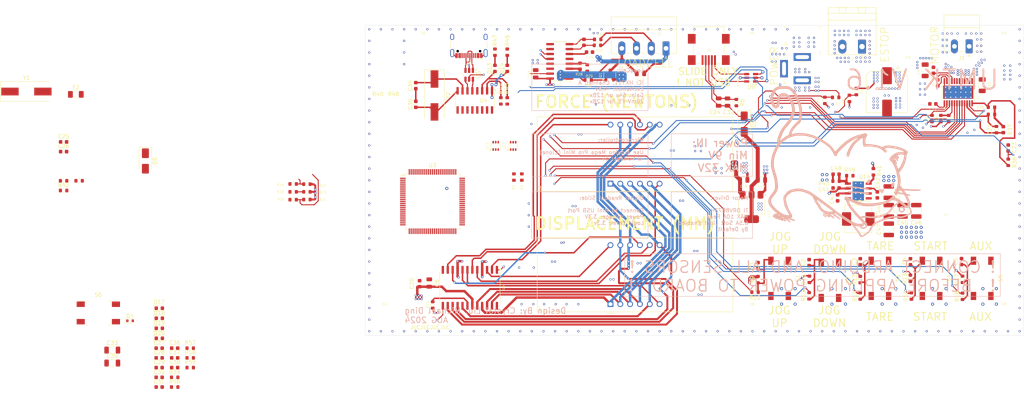
<source format=kicad_pcb>
(kicad_pcb (version 20241229) (generator "pcbnew") (generator_version "9.0")
  (layers (0 "F.Cu" signal) (4 "In1.Cu" signal) (6 "In2.Cu" signal) (2 "B.Cu" signal) (13 "F.Paste" user) (15 "B.Paste" user) (5 "F.SilkS" user "F.Silkscreen") (7 "B.SilkS" user "B.Silkscreen") (1 "F.Mask" user) (3 "B.Mask" user) (25 "Edge.Cuts" user))
  (net 0 "")
  (net 1 "/Arduino/A2")
  (net 2 "/Arduino/A3")
  (net 3 "/Arduino/RESET")
  (net 4 "GNDA")
  (net 5 "Net-(U3-AREF)")
  (net 6 "Net-(U4-V3)")
  (net 7 "+5V")
  (net 8 "Net-(D13-A)")
  (net 9 "Net-(D13-K)")
  (net 10 "Net-(D14-K)")
  (net 11 "Net-(D14-A)")
  (net 12 "/Arduino/D13")
  (net 13 "Net-(D17-K)")
  (net 14 "Net-(D18-K)")
  (net 15 "+3V3")
  (net 16 "/Arduino/D37")
  (net 17 "/Arduino/D36")
  (net 18 "Net-(D19-K)")
  (net 19 "/Arduino/D35")
  (net 20 "Net-(D20-K)")
  (net 21 "Net-(J8-D+)")
  (net 22 "Net-(J8-VBUS)")
  (net 23 "/Arduino/A0")
  (net 24 "Net-(R2-Pad2)")
  (net 25 "Net-(C1-Pad2)")
  (net 26 "Net-(C2-Pad2)")
  (net 27 "Net-(C3-Pad2)")
  (net 28 "Net-(C4-Pad2)")
  (net 29 "Net-(C5-Pad2)")
  (net 30 "Net-(U1-CPH)")
  (net 31 "Net-(U1-CPL)")
  (net 32 "VMOTOR")
  (net 33 "Net-(U1-VCP)")
  (net 34 "Net-(U1-DVDD)")
  (net 35 "/HX711/LCE+")
  (net 36 "Net-(U2-INA-)")
  (net 37 "Net-(U2-INA+)")
  (net 38 "Net-(U2-VBG)")
  (net 39 "Net-(U1-IPROPI2)")
  (net 40 "+12V")
  (net 41 "/MotorDriver/VM+")
  (net 42 "/MotorDriver/VM-")
  (net 43 "/HX711/LCS+")
  (net 44 "/HX711/LCS-")
  (net 45 "Net-(J8-D-)")
  (net 46 "/Linear Slide/_SLIDE_DAT_")
  (net 48 "Net-(Q1-B)")
  (net 49 "/MotorDriver/SR - Slew Rate Adjust")
  (net 50 "Net-(U2-VFB)")
  (net 51 "Net-(U2-BASE)")
  (net 52 "Net-(U6-ISET)")
  (net 66 "Net-(U1-IPROPI1)")
  (net 67 "Net-(U6-SEG_D)")
  (net 68 "Net-(U6-DIG_4)")
  (net 69 "Net-(U6-SEG_A)")
  (net 70 "Net-(U6-DIG_2)")
  (net 71 "Net-(U6-DIG_5)")
  (net 72 "Net-(U6-DIG_6)")
  (net 73 "Net-(U6-SEG_E)")
  (net 74 "Net-(U6-SEG_F)")
  (net 75 "Net-(U6-SEG_DP)")
  (net 77 "Net-(U6-DIG_1)")
  (net 78 "Net-(U6-SEG_G)")
  (net 79 "Net-(U6-SEG_B)")
  (net 80 "Net-(U6-DIG_0)")
  (net 81 "Net-(U6-DIG_7)")
  (net 82 "Net-(U6-DIG_3)")
  (net 83 "Net-(U6-SEG_C)")
  (net 84 "Net-(R3-Pad2)")
  (net 85 "/Arduino/A1")
  (net 86 "/Arduino/A8")
  (net 87 "/Arduino/A9")
  (net 88 "/Arduino/A10")
  (net 89 "/Arduino/A11")
  (net 90 "/Arduino/A12")
  (net 91 "/Arduino/D14")
  (net 92 "/Arduino/D11")
  (net 93 "/Arduino/D10")
  (net 94 "/Arduino/D22")
  (net 97 "/Arduino/D8")
  (net 98 "/Arduino/D9")
  (net 99 "/Arduino/D12")
  (net 100 "/Arduino/D7")
  (net 101 "/Arduino/D6")
  (net 102 "/Arduino/D25")
  (net 103 "/Arduino/D5")
  (net 104 "/Arduino/D3")
  (net 105 "/Arduino/A15")
  (net 106 "/Arduino/D16")
  (net 107 "/Arduino/D52_SCK")
  (net 108 "/Arduino/D24")
  (net 111 "/Arduino/D31")
  (net 112 "Net-(U3-XTAL2)")
  (net 113 "/Arduino/D53_SS")
  (net 114 "/Arduino/D2")
  (net 115 "/Arduino/D28")
  (net 116 "/Arduino/D27")
  (net 117 "/Arduino/D32")
  (net 118 "/Arduino/SW_RESET")
  (net 120 "/Arduino/D4")
  (net 121 "/Arduino/D34")
  (net 122 "/Arduino/D50_MISO")
  (net 124 "/Arduino/D26")
  (net 125 "/Arduino/D40")
  (net 127 "/Arduino/D45")
  (net 128 "/Arduino/D29")
  (net 130 "/Arduino/D15")
  (net 131 "/Arduino/D19")
  (net 132 "/Arduino/D33")
  (net 133 "/Arduino/D1")
  (net 134 "/Arduino/D23")
  (net 135 "/Arduino/D48")
  (net 136 "/Arduino/D44")
  (net 137 "Net-(U3-XTAL1)")
  (net 139 "/Linear Slide/_SLIDE_CLK_")
  (net 140 "/Arduino/D18")
  (net 141 "/Arduino/D21")
  (net 142 "/Arduino/D30")
  (net 144 "/Arduino/D38")
  (net 146 "/Arduino/D17")
  (net 147 "/Arduino/A7")
  (net 148 "/Arduino/A14")
  (net 149 "/Arduino/A6")
  (net 150 "/Arduino/A13")
  (net 153 "/Arduino/A4")
  (net 154 "/Arduino/D39")
  (net 155 "/Arduino/A5")
  (net 157 "/Arduino/D20")
  (net 158 "/Arduino/D51_MOSI")
  (net 159 "/Arduino/D46")
  (net 161 "/Arduino/D43")
  (net 163 "/Arduino/D49")
  (net 164 "/Arduino/D42")
  (net 165 "/Arduino/D47")
  (net 167 "/Arduino/D41")
  (net 168 "/Arduino/D0")
  (net 171 "Net-(U4-UD-)")
  (net 173 "Net-(U4-UD+)")
  (net 177 "Net-(U4-XO)")
  (net 178 "Net-(U4-XI)")
  (net 180 "Net-(J4-D--PadA7)")
  (net 181 "Net-(J4-D+-PadA6)")
  (net 182 "/Arduino/DTR")
  (net 183 "/Power/LMR_VCC")
  (net 184 "Net-(U14-BOOT)")
  (net 185 "Net-(U14-SW)")
  (net 186 "Net-(U14-FB)")
  (net 187 "Net-(D6-K)")
  (net 188 "Net-(F2-Pad2)")
  (net 189 "Net-(J4-CC2)")
  (net 192 "Net-(J4-CC1)")
  (net 193 "/Power/PG")
  (footprint "Capacitor_SMD:C_0603_1608Metric" (layer "F.Cu") (at 147.828 81.039 -90)
    (property "Reference" "C3")
    (property "Value" "0u1")
  )
  (footprint "digikey-footprints:Switch_Tactile_SMD_6x6mm" (layer "F.Cu") (at 140 85.852 -90)
    (property "Reference" "S2")
    (property "Value" "FSM4JSMATR")
  )
  (footprint "Fuse:Fuse_1206_3216Metric" (layer "F.Cu") (at -54.8 37.82)
    (property "Reference" "F2")
    (property "Value" "Polyfuse")
  )
  (footprint "Connector_Phoenix_MC:PhoenixContact_MC_1,5_2-G-3.81_1x02_P3.81mm_Horizontal" (layer "F.Cu") (at 175.967 25.4115 180)
    (property "Reference" "J1")
    (property "Value" "Motor Out")
  )
  (footprint "Capacitor_SMD:C_1210_3225Metric" (layer "F.Cu") (at 155.194 63.07 -90)
    (property "Reference" "C50")
    (property "Value" "10u HV")
  )
  (footprint "Capacitor_SMD:C_0805_2012Metric" (layer "F.Cu") (at 91.05 32.4 180)
    (property "Reference" "C13")
    (property "Value" "10u")
  )
  (footprint "Capacitor_SMD:C_0603_1608Metric" (layer "F.Cu") (at 166.5862 40.2844 180)
    (property "Reference" "C12")
    (property "Value" "1u 16v")
  )
  (footprint "Resistor_SMD:R_0603_1608Metric" (layer "F.Cu") (at 141.585 60.227 180)
    (property "Reference" "R43")
    (property "Value" "100K")
  )
  (footprint "Resistor_SMD:R_0603_1608Metric" (layer "F.Cu") (at 146.812 37.084 -90)
    (property "Reference" "R5")
    (property "Value" "100k")
  )
  (footprint "Resistor_SMD:R_0603_1608Metric" (layer "F.Cu") (at 1.335 60.96 180)
    (property "Reference" "R19")
    (property "Value" "DNP")
  )
  (footprint "Capacitor_SMD:C_0603_1608Metric" (layer "F.Cu") (at -57.96 52.61)
    (property "Reference" "C26")
    (property "Value" "33p")
  )
  (footprint "MountingHole:MountingHole_4mm" (layer "F.Cu") (at 170 72)
    (property "Reference" "H7")
    (property "Value" "MountingHole")
  )
  (footprint "LED_SMD:LED_0603_1608Metric" (layer "F.Cu") (at 56.642 31.115 90)
    (property "Reference" "D14")
    (property "Value" "RED")
  )
  (footprint "LED_SMD:LED_0603_1608Metric" (layer "F.Cu") (at 53.467 31.115 90)
    (property "Reference" "D13")
    (property "Value" "GRN")
  )
  (footprint "Package_SO:SOIC-24W_7.5x15.4mm_P1.27mm" (layer "F.Cu") (at 46.989 87.791 -90)
    (property "Reference" "U6")
    (property "Value" "MAX7221xWG")
  )
  (footprint "Resistor_SMD:R_0603_1608Metric" (layer "F.Cu") (at 120.65 88.9 180)
    (property "Reference" "R10")
    (property "Value" "100r")
  )
  (footprint "Capacitor_SMD:C_0603_1608Metric" (layer "F.Cu") (at -33.274 103.378)
    (property "Reference" "C27")
    (property "Value" "0u1")
  )
  (footprint "Package_TO_SOT_SMD:SOT-23-6" (layer "F.Cu") (at 46.806 32.766 -90)
    (property "Reference" "U5")
    (property "Value" "USBLC6-2SC6")
  )
  (footprint "Resistor_SMD:R_0603_1608Metric" (layer "F.Cu") (at 147.828 89.916 90)
    (property "Reference" "R14")
    (property "Value" "100r")
  )
  (footprint "Resistor_SMD:R_0603_1608Metric" (layer "F.Cu") (at 79.9978 23.622 180)
    (property "Reference" "R30")
    (property "Value" "1k")
  )
  (footprint "Resistor_SMD:R_0603_1608Metric" (layer "F.Cu") (at 170.688 44.067 -90)
    (property "Reference" "R21")
    (property "Value" "DNP")
  )
  (footprint "Resistor_SMD:R_0603_1608Metric" (layer "F.Cu") (at 37.3888 92.2142 90)
    (property "Reference" "R33")
    (property "Value" "10k")
  )
  (footprint "Resistor_SMD:R_0603_1608Metric" (layer "F.Cu") (at 181.727667 43 180)
    (property "Reference" "R27")
    (property "Value" "680R")
  )
  (footprint "Inductor_SMD:L_Changjiang_FXL0630" (layer "F.Cu") (at 147.32 70.006)
    (property "Reference" "L2")
    (property "Value" "10uH")
  )
  (footprint "Package_TO_SOT_SMD:SOT-363_SC-70-6" (layer "F.Cu") (at 53.666 51.115 90)
    (property "Reference" "U11")
    (property "Value" "SN74LVC1T45DCK")
  )
  (footprint "Capacitor_SMD:C_0805_2012Metric" (layer "F.Cu") (at 111.252 39.812 90)
    (property "Reference" "C24")
    (property "Value" "10u")
  )
  (footprint "Resistor_SMD:R_0603_1608Metric" (layer "F.Cu") (at 4.889 62.992)
    (property "Reference" "R23")
    (property "Value" "10k")
  )
  (footprint "Resistor_SMD:R_0603_1608Metric" (layer "F.Cu") (at 174.244 89.979 90)
    (property "Reference" "R18")
    (property "Value" "100r")
  )
  (footprint "MountingHole:MountingHole_4mm" (layer "F.Cu") (at 120 95)
    (property "Reference" "H6")
    (property "Value" "MountingHole")
  )
  (footprint "Capacitor_SMD:C_1206_3216Metric" (layer "F.Cu") (at -45.3855 103.87)
    (property "Reference" "C33")
    (property "Value" "1u hv")
  )
  (footprint "Capacitor_SMD:C_1206_3216Metric" (layer "F.Cu") (at 164.592 31.5975 90)
    (property "Reference" "C9")
    (property "Value" "1u hv")
  )
  (footprint "Capacitor_SMD:C_0805_2012Metric" (layer "F.Cu") (at 64 32.5 90)
    (property "Reference" "C16")
    (property "Value" "10u")
  )
  (footprint "LED_SMD:LED_0603_1608Metric" (layer "F.Cu") (at -33.234 100.828)
    (property "Reference" "D20")
    (property "Value" "GRN")
  )
  (footprint "Resistor_SMD:R_0603_1608Metric" (layer "F.Cu") (at 53.467 26.924 90)
    (property "Reference" "R47")
    (property "Value" "2K")
  )
  (footprint "Resistor_SMD:R_0603_1608Metric" (layer "F.Cu") (at 1.335 62.992 180)
    (property "Reference" "R20")
    (property "Value" "DNP")
  )
  (footprint "Capacitor_SMD:C_0603_1608Metric" (layer "F.Cu") (at -33.274 113.418)
    (property "Reference" "C31")
    (property "Value" "0u1")
  )
  (footprint "Resistor_SMD:R_0603_1608Metric" (layer "F.Cu") (at 168.656 44.069 90)
    (property "Reference" "R34")
    (property "Value" "DNP")
  )
  (footprint "Capacitor_SMD:C_1210_3225Metric" (layer "F.Cu") (at 162.306 67.896 90)
    (property "Reference" "C46")
    (property "Value" "22u")
  )
  (footprint "Capacitor_SMD:C_0603_1608Metric" (layer "F.Cu") (at -33.274 110.908)
    (property "Reference" "C30")
    (property "Value" "0u1")
  )
  (footprint "Resistor_SMD:R_0603_1608Metric" (layer "F.Cu") (at 147.828 85.661 90)
    (property "Reference" "R13")
    (property "Value" "10k")
  )
  (footprint "MountingHole:MountingHole_4mm" (layer "F.Cu") (at 135 72)
    (property "Reference" "H8" (hide yes))
    (property "Value" "MountingHole")
  )
  (footprint "Package_SO:Texas_HSOP-8-1EP_3.9x4.9mm_P1.27mm_ThermalVias" (layer "F.Cu") (at 147.32 62.767 180)
    (property "Reference" "U14")
    (property "Value" "LMR33620ADDA")
  )
  (footprint "Capacitor_SMD:C_1210_3225Metric" (layer "F.Cu") (at 155.194 67.896 90)
    (property "Reference" "C44")
    (property "Value" "22u")
  )
  (footprint "MountingHole:MountingHole_4mm" (layer "F.Cu") (at 185 95)
    (property "Reference" "H5")
    (property "Value" "MountingHole")
  )
  (footprint "Package_TO_SOT_SMD:SOT-223-3_TabPin2" (layer "F.Cu") (at 119.761 66.904 -90)
    (property "Reference" "U13")
    (property "Value" "TLV76133DCY")
  )
  (footprint "Resistor_SMD:R_0603_1608Metric" (layer "F.Cu") (at 77.536 34.1145 180)
    (property "Reference" "R32")
    (property "Value" "0R")
  )
  (footprint "Diode_SMD:D_SMA" (layer "F.Cu") (at 117.856 45.498 -90)
    (property "Reference" "D6")
    (property "Value" "SS34")
  )
  (footprint "Package_SO:SOP-16_3.9x9.9mm_P1.27mm" (layer "F.Cu") (at 70.21 29.2885 180)
    (property "Reference" "U2")
    (property "Value" "HX711")
  )
  (footprint "Capacitor_SMD:C_0603_1608Metric" (layer "F.Cu") (at -29.264 103.378)
    (property "Reference" "C36")
    (property "Value" "0u1")
  )
  (footprint "Resistor_SMD:R_0603_1608Metric" (layer "F.Cu") (at 4.889 61.002)
    (property "Reference" "R22")
    (property "Value" "10k")
  )
  (footprint "Capacitor_SMD:C_0603_1608Metric" (layer "F.Cu") (at 76.454 24.371 -90)
    (property "Reference" "C14")
    (property "Value" "0u1")
  )
  (footprint "Package_TO_SOT_SMD:SOT-363_SC-70-6" (layer "F.Cu") (at 58.166 51.12 90)
    (property "Reference" "U12")
    (property "Value" "SN74LVC1T45DCK")
  )
  (footprint "Capacitor_SMD:C_0603_1608Metric" (layer "F.Cu") (at -33.274 108.398)
    (property "Reference" "C29")
    (property "Value" "0u1")
  )
  (footprint "digikey-footprints:Barrel_Jack_5.5mmODx2.1mmID_PJ-202A" (layer "F.Cu") (at 132.839133 31.176)
    (property "Reference" "J5")
    (property "Value" "PJ-102BH")
  )
  (footprint "Crystal:Crystal_SMD_HC49-SD" (layer "F.Cu") (at 37.846 38.1 -90)
    (property "Reference" "Y2")
    (property "Value" "HC49-12M")
  )
  (footprint "digikey-footprints:Switch_Tactile_SMD_6x6mm" (layer "F.Cu") (at 152.908 85.344 -90)
    (property "Reference" "S3")
    (property "Value" "FSM4JSMATR")
  )
  (footprint "digikey-footprints:Switch_Tactile_SMD_6x6mm" (layer "F.Cu") (at -48.9855 94.28)
    (property "Reference" "S6")
    (property "Value" "FSM4JSMATR")
  )
  (footprint "Resistor_SMD:R_0603_1608Metric" (layer "F.Cu") (at 141.478 38.608 180)
    (property "Reference" "R1")
    (property "Value" "100k")
  )
  (footprint "Resistor_SMD:R_0603_1608Metric" (layer "F.Cu") (at 79.947 25.146 180)
    (property "Reference" "R31")
    (property "Value" "1k")
  )
  (footprint "Display_7Segment:CA56-12EWA" (layer "F.Cu") (at 83.3 60.885 90)
    (property "Reference" "U8")
    (property "Value" "CA56-12EWA")
  )
  (footprint "Capacitor_SMD:C_0805_2012Metric" (layer "F.Cu") (at 36.5 86.55 -90)
    (property "Reference" "C6")
    (property "Value" "10u")
  )
  (footprint "Resistor_SMD:R_0603_1608Metric" (layer "F.Cu") (at 56.642 26.924 90)
    (property "Reference" "R46")
    (property "Value" "2K")
  )
  (footprint "MountingHole:MountingHole_4mm" (layer "F.Cu") (at 25 95)
    (property "Reference" "H2")
    (property "Value" "MountingHole")
  )
  (footprint "Capacitor_SMD:C_0603_1608Metric" (layer "F.Cu") (at 33.02 40.386 -90)
    (property "Reference" "C35")
    (property "Value" "33p")
  )
  (footprint "Resistor_SMD:R_0603_1608Metric" (layer "F.Cu") (at 1.335 65.024 180)
    (property "Reference" "R35")
    (property "Value" "10K")
  )
  (footprint "Package_QFP:TQFP-100_14x14mm_P0.5mm" (layer "F.Cu") (at 37.3375 65.5)
    (property "Reference" "U3")
    (property "Value" "ATmega2560-16A")
  )
  (footprint "Capacitor_SMD:C_0603_1608Metric" (layer "F.Cu") (at 75.438 30.5585 90)
    (property "Reference" "R28")
    (property "Value" "13k")
  )
  (footprint "Resistor_SMD:R_0603_1608Metric" (layer "F.Cu") (at -29.264 110.908)
    (property "Reference" "R39")
    (property "Value" "10k")
  )
  (footprint "LED_SMD:LED_0603_1608Metric" (layer "F.Cu") (at -33.234 95.648)
    (property "Reference" "D18")
    (property "Value" "GRN")
  )
  (footprint "Package_SO:SOIC-16_3.9x9.9mm_P1.27mm" (layer "F.Cu") (at 48.264 39.37 -90)
    (property "Reference" "U4")
    (property "Value" "CH340G")
  )
  (footprint "LED_SMD:LED_0603_1608Metric" (layer "F.Cu") (at -33.234 98.238)
    (property "Reference" "D19")
    (property "Value" "GRN")
  )
  (footprint "Resistor_SMD:R_0603_1608Metric" (layer "F.Cu") (at -29.264 113.418)
    (property "Reference" "R56")
    (property "Value" "1K")
  )
  (footprint "Resistor_SMD:R_0603_1608Metric" (layer "F.Cu") (at 134.6835 85.598 90)
    (property "Reference" "R11")
    (property "Value" "10k")
  )
  (footprint "Capacitor_SMD:C_1206_3216Metric" (layer "F.Cu") (at -45.3855 107.22)
    (property "Reference" "C39")
    (property "Value" "1u hv")
  )
  (footprint "Capacitor_SMD:C_0603_1608Metric" (layer "F.Cu") (at 121.412 82.042 -90)
    (property "Reference" "C1")
    (property "Value" "0u1")
  )
  (footprint "Resistor_SMD:R_0603_1608Metric" (layer "F.Cu") (at 121.412 85.661 90)
    (property "Reference" "R9")
    (property "Value" "10k")
  )
  (footprint "Connector_USB:USB_Mini-B_Wuerth_65100516121_Horizontal" (layer "F.Cu") (at 108.7 26.359 180)
    (property "Reference" "J8")
    (property "Value" "10033526-N3212LF")
  )
  (footprint "MountingHole:MountingHole_4mm" (layer "F.Cu") (at 35 25)
    (property "Reference" "H1")
    (property "Value" "MountingHole")
  )
  (footprint "Diode_SMD:D_SOD-523" (layer "F.Cu") (at -40.7905 96.3)
    (property "Reference" "D4")
    (property "Value" "5V Zener")
  )
  (footprint "Capacitor_SMD:C_0603_1608Metric" (layer "F.Cu") (at 141.585 58.449 180)
    (property "Reference" "C48")
    (property "Value" "DNP")
  )
  (footprint "Package_SO:HTSSOP-24-1EP_4.4x7.8mm_P0.65mm_EP3.4x7.8mm_Mask2.4x4.68mm_ThermalVias" (layer "F.Cu") (at 173.139 37.2595 90)
    (property "Reference" "U1")
    (property "Value" "DRV8873SPWPRQ1")
  )
  (footprint "Capacitor_SMD:C_0603_1608Metric" (layer "F.Cu") (at -29.264 105.888)
    (property "Reference" "C37")
    (property "Value" "0u1")
  )
  (footprint "Capacitor_SMD:C_0603_1608Metric" (layer "F.Cu") (at 33.02 35.56 90)
    (property "Reference" "C34")
    (property "Value" "33p")
  )
  (footprint "Connector_USB:USB_C_Receptacle_HCTL_HC-TYPE-C-16P-01A" (layer "F.Cu") (at 46.738 24.048 180)
    (property "Reference" "J4")
    (property "Value" "USB_C_Receptacle_USB2.0_16P")
  )
  (footprint "digikey-footprints:Switch_Tactile_SMD_6x6mm" (layer "F.Cu") (at 179.324 85.344 -90)
    (property "Reference" "S5")
    (property "Value" "FSM4JSMATR")
  )
  (footprint "Capacitor_SMD:C_0603_1608Metric" (layer "F.Cu") (at -29.264 108.398)
    (property "Reference" "C38")
    (property "Value" "0u1")
  )
  (footprint "Capacitor_SMD:C_0805_2012Metric" (layer "F.Cu") (at 113.538 39.812 90)
    (property "Reference" "C32")
    (property "Value" "10u")
  )
  (footprint "MountingHole:MountingHole_4mm" (layer "F.Cu") (at 160 25)
    (property "Reference" "H9")
    (property "Value" "MountingHole")
  )
  (footprint "Resistor_SMD:R_0603_1608Metric" (layer "F.Cu") (at 161.036 89.916 90)
    (property "Reference" "R16")
    (property "Value" "100r")
  )
  (footprint "Resistor_SMD:R_0603_1608Metric" (layer "F.Cu") (at -53.95 60.14)
    (property "Reference" "R48")
    (property "Value" "5K1")
  )
  (footprint "Capacitor_SMD:C_0603_1608Metric" (layer "F.Cu") (at 186.055 51.676 90)
    (property "Reference" "C23")
    (property "Value" "0u1")
  )
  (footprint "Crystal:Crystal_SMD_HC49-SD" (layer "F.Cu") (at -67.564 37.084)
    (property "Reference" "Y1")
    (property "Value" "HC49 16Mhz")
  )
  (footprint "Resistor_SMD:R_0603_1608Metric" (layer "F.Cu") (at -25.254 105.888)
    (property "Reference" "R58")
    (property "Value" "1K")
  )
  (footprint "Capacitor_SMD:C_0603_1608Metric" (layer "F.Cu") (at 141.585 62.005 180)
    (property "Reference" "C41")
    (property "Value" "1u hv")
  )
  (footprint "Resistor_SMD:R_0603_1608Metric" (layer "F.Cu") (at -57.96 60.14)
    (property "Reference" "R40")
    (property "Value" "5K1")
  )
  (footprint "Resistor_SMD:R_0603_1608Metric" (layer "F.Cu") (at 151.224 57.814 90)
    (property "Reference" "R41")
    (property "Value" "100K")
  )
  (footprint "Resistor_SMD:R_0603_1608Metric" (layer "F.Cu") (at 115.824 39.941 90)
    (property "Reference" "R6")
    (property "Value" "0R")
  )
  (footprint "Package_TO_SOT_SMD:SOT-23" (layer "F.Cu") (at 83.124 32.8445 90)
    (property "Reference" "Q1")
    (property "Value" "Q_PNP_BEC")
  )
  (footprint "Diode_SMD:D_SMA" (layer "F.Cu") (at -36.83 55.023 -90)
    (property "Reference" "D5")
    (property "Value" "SS34")
  )
  (footprint "Resistor_SMD:R_0603_1608Metric" (layer "F.Cu") (at 134.62 89.853 90)
    (property "Reference" "R12")
    (property "Value" "100r")
  )
  (footprint "Capacitor_SMD:C_1210_3225Metric" (layer "F.Cu") (at 158.75 67.896 90)
    (property "Reference" "C45")
    (property "Value" "22u")
  )
  (footprint "Capacitor_SMD:C_0805_2012Metric" (layer "F.Cu") (at 122.301 59.919 180)
    (property "Reference" "C19")
    (property "Value" "10u")
  )
  (footprint "MountingHole:MountingHole_4mm" (layer "F.Cu") (at 185 25)
    (property "Reference" "H3")
    (property "Value" "MountingHole")
  )
  (footprint "Resistor_SMD:R_0603_1608Metric" (layer "F.Cu") (at 186.055 55.372 90)
    (property "Reference" "R36")
    (property "Value" "10K")
  )
  (footprint "Resistor_SMD:R_0603_1608Metric" (layer "F.Cu") (at 58.369 59.177 90)
    (property "Reference" "R2")
    (property "Value" "1K")
  )
  (footprint "Capacitor_SMD:C_0603_1608Metric" (layer "F.Cu") (at -33.274 105.888)
    (property "Reference" "C28")
    (property "Value" "0u1")
  )
  (footprint "digikey-footprints:Switch_Tactile_SMD_6x6mm" (layer "F.Cu") (at 127 85.344 -90)
    (property "Reference" "S1")
    (property "Value" "FSM4JSMATR")
  )
  (footprint "Resistor_SMD:R_0603_1608Metric" (layer "F.Cu") (at 4.889 64.982)
    (property "Reference" "R24")
    (property "Value" "DNP")
  )
  (footprint "MountingHole:MountingHole_4mm" (layer "F.Cu") (at 120 25)
    (property "Reference" "H4")
    (property "Value" "MountingHole")
  )
  (footprint "Resistor_SMD:R_0603_1608Metric" (layer "F.Cu") (at 166.37 44.069 90)
    (property "Reference" "R25")
    (property "Value" "0R")
  )
  (footprint "digikey-footprints:Switch_Tactile_SMD_6x6mm" (layer "F.Cu") (at 166.116 85.344 -90)
    (property "Reference" "S4")
    (property "Value" "FSM4JSMATR")
  )
  (footprint "Capacitor_SMD:C_0603_1608Metric" (layer "F.Cu") (at 160.782 81.039 -90)
    (property "Reference" "C4")
    (property "Value" "0u1")
  )
  (footprint "Resistor_SMD:R_0603_1608Metric" (layer "F.Cu") (at -25.254 103.378)
    (property "Reference" "R57")
    (property "Value" "1K")
  )
  (footprint "Resistor_SMD:R_0603_1608Metric" (layer "F.Cu") (at 60.412 59.177 90)
    (property "Reference" "R3")
    (property "Value" "1K")
  )
  (footprint "Capacitor_SMD:C_0603_1608Metric" (layer "F.Cu") (at 152.24 63.783 -90)
    (property "Reference" "C42")
    (property "Value" "220n")
  )
  (footprint "Capacitor_SMD:C_0603_1608Metric" (layer "F.Cu") (at 166.735667 31.5975 90)
    (property "Reference" "C8")
    (property "Value" "1u 16v")
  )
  (footprint "Connector_Phoenix_MC:PhoenixContact_MC_1,5_4-G-3.81_1x04_P3.81mm_Horizontal" (layer "F.Cu") (at 97.66 25.9325 180)
    (property "Reference" "J3")
    (property "Value" "LOADCELL")
  )
  (footprint "Resistor_SMD:R_0603_1608Metric" (layer "F.Cu") (at 56.642 39.497 -90)
    (property "Reference" "R45")
    (property "Value" "100r")
  )
  (footprint "Capacitor_SMD:C_0603_1608Metric" (layer "F.Cu") (at 173.99 81.013 -90)
    (property "Reference" "C5")
    (property "Value" "0u1")
  )
  (footprint "Resistor_SMD:R_0603_1608Metric" (layer "F.Cu") (at 145.034 38.862 -90)
    (property "Reference" "R8")
    (property "Value" "10k")
  )
  (footprint "Resistor_SMD:R_0603_1608Metric" (layer "F.Cu") (at 174.244 85.598 90)
    (property "Reference" "R17")
    (property "Value" "10k")
  )
  (footprint "Capacitor_SMD:C_1210_3225Metric" (layer "F.Cu") (at 155.194 72.673 -90)
    (property "Reference" "C47")
    (property "Value" "22u")
  )
  (footprint "Capacitor_SMD:C_0603_1608Metric" (layer "F.Cu") (at 167.8432 34.8488 -90)
    (property "Reference" "C7")
    (property "Value" "47n")
  )
  (footprint "Resistor_SMD:R_0603_1608Metric" (layer "F.Cu") (at -57.96 62.65)
    (property "Reference" "R42")
    (property "Value" "1K")
  )
  (footprint "Resistor_SMD:R_0603_1608Metric" (layer "F.Cu") (at 181.727667 41.148 180)
    (property "Reference" "R26")
    (property "Value" "680R")
  )
  (footprint "Capacitor_SMD:C_0603_1608Metric" (layer "F.Cu") (at 141.986 64.545 90)
    (property "Reference" "C43")
    (property "Value" "0u1")
  )
  (footprint "Capacitor_SMD:C_0603_1608Metric" (layer "F.Cu") (at -57.96 50.1)
    (property "Reference" "C25")
    (property "Value" "33p")
  )
  (footprint "Resistor_SMD:R_0603_1608Metric" (layer "F.Cu") (at 77.3 31 90)
    (property "Reference" "R29")
    (property "Value" "4k7")
  )
  (footprint "Resistor_SMD:R_0603_1608Metric" (layer "F.Cu") (at -25.254 108.398)
    (property "Reference" "R59")
    (property "Value" "1K")
  )
  (footprint "Capacitor_SMD:C_0603_1608Metric" (layer "F.Cu") (at 184.785 46.926 90)
    (property "Reference" "C22")
    (property "Value" "0u1")
  )
  (footprint "Resistor_SMD:R_0603_1608Metric" (layer "F.Cu") (at 183.007 46.926 -90)
    (property "Reference" "R37")
    (property "Value" "10K")
  )
  (footprint "Connector_Phoenix_MSTB:PhoenixContact_MSTBA_2,5_2-G-5,08_1x02_P5.08mm_Horizontal" (layer "F.Cu") (at 148.281 25.4877 180)
    (property "Reference" "J2")
    (property "Value" "ESTOP")
  )
  (footprint "Capacitor_SMD:CP_Elec_10x10.5" (layer "F.Cu") (at 154.744 37.1855 -90)
    (property "Reference" "C11" (hide yes))
    (property "Value" "100u hv")
  )
  (footprint "LED_SMD:LED_0603_1608Metric" (layer "F.Cu") (at -33.234 93.058)
    (property "Reference" "D17")
    (property "Value" "GRN")
  )
  (footprint "Capacitor_SMD:C_0603_1608Metric" (layer "F.Cu") (at 77.9 26.9)
    (property "Reference" "C15")
    (property "Value" "0u1")
  )
  (footprint "Resistor_SMD:R_0603_1608Metric" (layer "F.Cu") (at 54.991 39.497 -90)
    (property "Reference" "R44")
    (property "Value" "100r")
  )
  (footprint "Capacitor_SMD:C_0603_1608Metric" (layer "F.Cu") (at 134.62 81.267 -90)
    (property "Reference" "C2")
    (property "Value" "0u1")
  )
  (footprint "Resistor_SMD:R_0603_1608Metric" (layer "F.Cu") (at 145.128 58.83 180)
    (property "Reference" "R49")
    (property "Value" "24K9")
  )
  (footprint "Capacitor_SMD:C_1206_3216Metric" (layer "F.Cu") (at 179.324 35.4432 90)
    (property "Reference" "C10")
    (property "Value" "1u hv")
  )
  (footprint "Package_TO_SOT_SMD:SOT-23-6" (layer "F.Cu") (at 119.634 33.528 180)
    (property "Reference" "U9")
    (property "Value" "USBLC6-2SC6")
  )
  (footprint "Capacitor_SMD:C_0603_1608Metric" (layer "F.Cu") (at 34 86.725 -90)
    (property "Reference" "C20")
    (property "Value" "0u1")
  )
  (footprint "Resistor_SMD:R_0603_1608Metric" (layer "F.Cu") (at 160.782 85.344 90)
    (property "Reference" "R15")
    (property "Value" "10k")
  )
  (footprint "Resistor_SMD:R_0603_1608Metric" (layer "F.Cu") (at 138.684 39.37 -90)
    (property "Reference" "R4")
    (property "Value" "10k")
  )
  (footprint "Capacitor_SMD:C_0805_2012Metric" (layer "F.Cu") (at 117.729 59.919 180)
    (property "Reference" "C18")
    (property "Value" "10u")
  )
  (footprint "Display_7Segment:CA56-12EWA" (layer "F.Cu") (at 83.3 92 90)
    (property "Reference" "U7")
    (property "Value" "CA56-12EWA")
  )
  (footprint "AMX_Logo:Tensile Cat" (layer "B.Cu") (at 142 55 180)
    (property "Reference" "G1" (hide yes))
    (property "Value" "Tensile Cat" (hide yes))
  )
  (gr_line (start 87 90) (end 184 90) (stroke (width 0.12)) (layer "B.SilkS"))
  (gr_rect (start 99 48) (end 120 59) (stroke (width 0.12)) (fill no) (layer "B.SilkS"))
  (gr_rect (start 63 63) (end 93 75) (stroke (width 0.12)) (fill no) (layer "B.SilkS"))
  (gr_rect (start 63 30) (end 93 42) (stroke (width 0.12)) (fill no) (layer "B.SilkS"))
  (gr_line (start 184 90) (end 184 79) (stroke (width 0.12)) (layer "B.SilkS"))
  (gr_line (start 87 79) (end 87 90) (stroke (width 0.12)) (layer "B.SilkS"))
  (gr_rect (start 63 48) (end 93 59) (stroke (width 0.12)) (fill no) (layer "B.SilkS"))
  (gr_rect (start 99 63) (end 120 75) (stroke (width 0.12)) (fill no) (layer "B.SilkS"))
  (gr_line (start 184 79) (end 87 79) (stroke (width 0.12)) (layer "B.SilkS"))
  (gr_line (start 190 20) (end 190 100) (stroke (width 0.05)) (layer "Edge.Cuts"))
  (gr_line (start 20 100) (end 20 20) (stroke (width 0.05)) (layer "Edge.Cuts"))
  (gr_line (start 190 100) (end 20 100) (stroke (width 0.05)) (layer "Edge.Cuts"))
  (gr_line (start 20 20) (end 190 20) (stroke (width 0.05)) (layer "Edge.Cuts"))
  (gr_text "TARE" (at 153 77 0) (layer "F.SilkS") (effects (font (size 2.032 2.032) (thickness 0.254))))
  (gr_text "AUX" (at 178.873 95.25 0) (layer "F.SilkS") (effects (font (size 2.032 2.032) (thickness 0.254))))
  (gr_text "SLIDE ONLY\n! NOT USB !" (at 108.5 35.8 0) (layer "F.SilkS") (effects (font (size 1.778 1.778) (thickness 0.254)) (justify bottom)))
  (gr_text "JLCJLCJLCJLC" (at 31.496 98.552 0) (layer "F.SilkS") (effects (font (size 1 1)) (justify left bottom)))
  (gr_text "START" (at 166 77 0) (layer "F.SilkS") (effects (font (size 2.032 2.032) (thickness 0.254))))
  (gr_text "START" (at 165.873 95.25 0) (layer "F.SilkS") (effects (font (size 2.032 2.032) (thickness 0.254))))
  (gr_text "FORCE (NEWTONS)" (at 63.5 41.529 0) (layer "F.SilkS") (effects (font (size 3.048 3.048) (thickness 0.508) (bold yes)) (justify left bottom)))
  (gr_text "JOG\nDOWN" (at 139.873 95.25 0) (layer "F.SilkS") (effects (font (size 2.032 2.032) (thickness 0.254))))
  (gr_text "TARE" (at 152.873 95.25 0) (layer "F.SilkS") (effects (font (size 2.032 2.032) (thickness 0.254))))
  (gr_text "POWER" (at 126.746 35.687 90) (layer "F.SilkS") (effects (font (size 2 2)) (justify left bottom)))
  (gr_text "JOG\nUP" (at 127 95.25 0) (layer "F.SilkS") (effects (font (size 2.032 2.032) (thickness 0.254))))
  (gr_text "MOTOR" (at 168.275 30.226 90) (layer "F.SilkS") (effects (font (size 2 2)) (justify left bottom)))
  (gr_text "LOADCELL" (at 84.963 30.988 0) (layer "F.SilkS") (effects (font (size 2 2)) (justify left bottom)))
  (gr_text "AUX" (at 179 77 0) (layer "F.SilkS") (effects (font (size 2.032 2.032) (thickness 0.254))))
  (gr_text "JOG\nDOWN" (at 140 76.2 0) (layer "F.SilkS") (effects (font (size 2.032 2.032) (thickness 0.254))))
  (gr_text "JOG\nUP" (at 127.127 76.2 0) (layer "F.SilkS") (effects (font (size 2.032 2.032) (thickness 0.254))))
  (gr_text "DISPLACEMENT (MM)" (at 63.5 73 0) (layer "F.SilkS") (effects (font (size 3.048 3.048) (thickness 0.508) (bold yes)) (justify left bottom)))
  (gr_text "ESTOP" (at 155.321 29.718 90) (layer "F.SilkS") (effects (font (size 2 2)) (justify left bottom)))
  (gr_text "LoadCell:\n\nIC: HX711, Channel: A\nExcitation: ~4.8V\nGain: 64x or 128x\n20mV FS for 128x\n\n" (at 92 31 0) (layer "B.SilkS") (effects (font (size 1 1)) (justify left top mirror)))
  (gr_text "! CONNECT ARDUINO, AND ALL SENSORS !\n!  BEFORE APPLYING POWER TO BOARD  !" (at 183 89 0) (layer "B.SilkS") (effects (font (size 3 3) (thickness 0.3)) (justify left bottom mirror)))
  (gr_text "Microcontroller:\n\nUse Arduino Mega Pro Mini (Clone)\nIO Voltage: 5V" (at 92 49 0) (layer "B.SilkS") (effects (font (size 1 1)) (justify left top mirror)))
  (gr_text "Digital Readout Slide:\n\nConnect to Mini USB Port\nPower Voltage: 3.3V\nLogic Level: 3.3v" (at 92 64 0) (layer "B.SilkS") (effects (font (size 1 1)) (justify left top mirror)))
  (gr_text "UMTK V1.6" (at 184 37 0) (layer "B.SilkS") (effects (font (size 5 5) (thickness 0.5)) (justify left bottom mirror)))
  (gr_text "Power IN:\nMin 9V\nMAX 32V" (at 119 58 0) (layer "B.SilkS") (effects (font (size 2 2) (thickness 0.3)) (justify left bottom mirror)))
  (gr_text "Design By: Crystal Liu, Michael Ding\nAUG 2024" (at 30 97 0) (layer "B.SilkS") (effects (font (size 1.5 1.5) (thickness 0.2)) (justify right bottom mirror)))
  (gr_text "Motor Driver:\n\nTI DRV8873H\nMAX 10A Peak\n6.5A Soft Limit Enabled\nBy Default" (at 119 64 0) (layer "B.SilkS") (effects (font (size 1 1)) (justify left top mirror)))
  (segment (start 183.007 47.751) (end 184.735 47.751) (width 0.381) (layer "F.Cu") (net 1))
  (segment (start 178.816 46.482) (end 178.816 44.576998) (width 0.381) (layer "F.Cu") (net 1))
  (segment (start 183.007 47.751) (end 180.085 47.751) (width 0.381) (layer "F.Cu") (net 1))
  (segment (start 180.085 47.751) (end 178.816 46.482) (width 0.381) (layer "F.Cu") (net 1))
  (via (at 115.824 48.768) (size 0.56) (drill 0.3) (layers "F.Cu" "B.Cu") (net 1))
  (via (at 178.816 44.576998) (size 0.56) (drill 0.3) (layers "F.Cu" "B.Cu") (net 1))
  (segment (start 135.636 50.3428) (end 141.1732 44.8056) (width 0.254) (layer "B.Cu") (net 1))
  (segment (start 164.052124 44.8056) (end 164.394724 44.463) (width 0.254) (layer "B.Cu") (net 1))
  (segment (start 141.1732 44.8056) (end 164.052124 44.8056) (width 0.254) (layer "B.Cu") (net 1))
  (segment (start 117.3988 50.3428) (end 135.636 50.3428) (width 0.254) (layer "B.Cu") (net 1))
  (segment (start 165.005276 44.463) (end 165.347876 44.8056) (width 0.254) (layer "B.Cu") (net 1))
  (segment (start 115.824 48.768) (end 117.3988 50.3428) (width 0.254) (layer "B.Cu") (net 1))
  (segment (start 165.347876 44.8056) (end 178.5874 44.8056) (width 0.254) (layer "B.Cu") (net 1))
  (segment (start 178.5874 44.8056) (end 178.816 44.577) (width 0.254) (layer "B.Cu") (net 1))
  (segment (start 164.394724 44.463) (end 165.005276 44.463) (width 0.254) (layer "B.Cu") (net 1))
  (segment (start 186.055 53.34) (end 187.198 53.34) (width 0.254) (layer "F.Cu") (net 2))
  (segment (start 186.055 54.547) (end 186.055 53.34) (width 0.254) (layer "F.Cu") (net 2))
  (segment (start 187.198 53.34) (end 187.325 53.467) (width 0.254) (layer "F.Cu") (net 2))
  (segment (start 186.055 53.34) (end 186.055 52.451) (width 0.254) (layer "F.Cu") (net 2))
  (via (at 187.325 53.467) (size 0.56) (drill 0.3) (layers "F.Cu" "B.Cu") (net 2))
  (via (at 115.824 49.784) (size 0.56) (drill 0.3) (layers "F.Cu" "B.Cu") (net 2))
  (segment (start 187.325 53.467) (end 182.372 48.514) (width 0.254) (layer "B.Cu") (net 2))
  (segment (start 116.6114 51.181) (end 115.824 50.3936) (width 0.254) (layer "B.Cu") (net 2))
  (segment (start 182.372 48.514) (end 163.83 48.514) (width 0.254) (layer "B.Cu") (net 2))
  (segment (start 115.824 50.3936) (end 115.824 49.784) (width 0.254) (layer "B.Cu") (net 2))
  (segment (start 160.909 45.593) (end 141.478 45.593) (width 0.254) (layer "B.Cu") (net 2))
  (segment (start 135.89 51.181) (end 116.6114 51.181) (width 0.254) (layer "B.Cu") (net 2))
  (segment (start 163.83 48.514) (end 160.909 45.593) (width 0.254) (layer "B.Cu") (net 2))
  (segment (start 141.478 45.593) (end 135.89 51.181) (width 0.254) (layer "B.Cu") (net 2))
  (segment (start 123.251 62.564) (end 122.061 63.754) (width 0.635) (layer "F.Cu") (net 4))
  (segment (start 43.488 28.093) (end 43.333 28.093) (width 0.254) (layer "F.Cu") (net 4))
  (segment (start 50.164 83.141) (end 50.164 81.027) (width 0.635) (layer "F.Cu") (net 4))
  (segment (start 145.034 39.687) (end 145.034 41.148) (width 0.381) (layer "F.Cu") (net 4))
  (segment (start 43.815 80.899) (end 43.815 84.857415) (width 0.635) (layer "F.Cu") (net 4))
  (segment (start 43.815 84.857415) (end 44.034525 85.07694) (width 0.635) (layer "F.Cu") (net 4))
  (segment (start 182.552667 43.918667) (end 184.785 46.151) (width 0.508) (layer "F.Cu") (net 4))
  (segment (start 138.747 40.195) (end 139.7 41.148) (width 0.381) (layer "F.Cu") (net 4))
  (segment (start 50.143 28.093) (end 51.058 27.178) (width 0.254) (layer "F.Cu") (net 4))
  (segment (start 169.564 34.397) (end 169.564 35.7345) (width 0.254) (layer "F.Cu") (net 4))
  (segment (start 123.251 59.919) (end 123.251 62.564) (width 0.635) (layer "F.Cu") (net 4))
  (segment (start 46.806 30.292) (end 46.74 30.226) (width 0.254) (layer "F.Cu") (net 4))
  (segment (start 52.709 36.895) (end 52.709 35.31) (width 0.381) (layer "F.Cu") (net 4))
  (segment (start 182.552667 41.148) (end 182.552667 43) (width 0.508) (layer "F.Cu") (net 4))
  (segment (start 43.333 28.093) (end 42.418 27.178) (width 0.254) (layer "F.Cu") (net 4))
  (segment (start 49.988 28.093) (end 50.143 28.093) (width 0.254) (layer "F.Cu") (net 4))
  (segment (start 51.181 81.026) (end 50.165 81.026) (width 0.635) (layer "F.Cu") (net 4))
  (segment (start 52.709 38.604) (end 52.705 38.608) (width 0.381) (layer "F.Cu") (net 4))
  (segment (start 52.709 36.895) (end 52.709 38.604) (width 0.381) (layer "F.Cu") (net 4))
  (segment (start 123.251 58.368) (end 123.002 58.119) (width 0.635) (layer "F.Cu") (net 4))
  (segment (start 94.475 29.925) (end 92 32.4) (width 0.508) (layer "F.Cu") (net 4))
  (segment (start 118.679 59.919) (end 118.679 58.241) (width 0.635) (layer "F.Cu") (net 4))
  (segment (start 33.02 39.611) (end 33.02 36.335) (width 0.381) (layer "F.Cu") (net 4))
  (segment (start 46.806 31.6285) (end 46.806 30.292) (width 0.254) (layer "F.Cu") (net 4))
  (segment (start 50.164 81.027) (end 50.165 81.026) (width 0.635) (layer "F.Cu") (net 4))
  (segment (start 50.164 83.141) (end 50.164 84.962) (width 0.635) (layer "F.Cu") (net 4))
  (segment (start 167.449 46.101) (end 168.656 44.894) (width 0.381) (layer "F.Cu") (net 4))
  (segment (start 44.958 80.899) (end 43.815 80.899) (width 0.635) (layer "F.Cu") (net 4))
  (segment (start 50.164 84.962) (end 50.165 84.963) (width 0.635) (layer "F.Cu") (net 4))
  (segment (start 97.66 25.9325) (end 97.66 28.54) (width 0.508) (layer "F.Cu") (net 4))
  (segment (start 166.116 46.101) (end 167.449 46.101) (width 0.381) (layer "F.Cu") (net 4))
  (segment (start 123.251 58.368) (end 123.251 59.919) (width 0.635) (layer "F.Cu") (net 4))
  (segment (start 120.7715 33.528) (end 122.428 33.528) (width 0.254) (layer "F.Cu") (net 4))
  (segment (start 96.275 29.925) (end 94.475 29.925) (width 0.508) (layer "F.Cu") (net 4))
  (segment (start 182.552667 43) (end 182.552667 43.918667) (width 0.508) (layer "F.Cu") (net 4))
  (segment (start 97.66 28.54) (end 96.275 29.925) (width 0.508) (layer "F.Cu") (net 4))
  (segment (start 118.679 58.241) (end 118.43 57.992) (width 0.635) (layer "F.Cu") (net 4))
  (segment (start 52.709 35.31) (end 52.705 35.306) (width 0.381) (layer "F.Cu") (net 4))
  (via (at 69.19 92) (size 0.56) (drill 0.3) (layers "F.Cu" "B.Cu") (net 4))
  (via (at 79.9 29.2) (size 0.56) (drill 0.3) (layers "F.Cu" "B.Cu") (net 4))
  (via (at 189 84) (size 0.56) (drill 0.3) (layers "F.Cu" "B.Cu") (net 4))
  (via (at 60.348 92) (size 0.56) (drill 0.3) (layers "F.Cu" "B.Cu") (net 4))
  (via (at 189 93) (size 0.56) (drill 0.3) (layers "F.Cu" "B.Cu") (net 4))
  (via (at 189 45) (size 0.56) (drill 0.3) (layers "F.Cu" "B.Cu") (net 4))
  (via (at 105 99) (size 0.56) (drill 0.3) (layers "F.Cu" "B.Cu") (net 4))
  (via (at 151.284 38.887) (size 0.56) (drill 0.3) (layers "F.Cu" "B.Cu") (net 4))
  (via (at 51.181 81.026) (size 0.56) (drill 0.3) (layers "F.Cu" "B.Cu") (net 4))
  (via (at 48 99) (size 0.56) (drill 0.3) (layers "F.Cu" "B.Cu") (net 4))
  (via (at 21 30) (size 0.56) (drill 0.3) (layers "F.Cu" "B.Cu") (net 4))
  (via (at 45 99) (size 0.56) (drill 0.3) (layers "F.Cu" "B.Cu") (net 4))
  (via (at 21 99) (size 0.56) (drill 0.3) (layers "F.Cu" "B.Cu") (net 4))
  (via (at 163.2712 37.8968) (size 0.56) (drill 0.3) (layers "F.Cu" "B.Cu") (net 4))
  (via (at 71.247 76.073) (size 0.56) (drill 0.3) (layers "F.Cu" "B.Cu") (net 4))
  (via (at 114 99) (size 0.56) (drill 0.3) (layers "F.Cu" "B.Cu") (net 4))
  (via (at 121.5644 66.04) (size 0.56) (drill 0.3) (layers "F.Cu" "B.Cu") (net 4))
  (via (at 21 45) (size 0.56) (drill 0.3) (layers "F.Cu" "B.Cu") (net 4))
  (via (at 162.4584 45.72) (size 0.56) (drill 0.3) (layers "F.Cu" "B.Cu") (net 4))
  (via (at 132.079998 24.357) (size 0.56) (drill 0.3) (layers "F.Cu" "B.Cu") (net 4))
  (via (at 123.7488 56.4388) (size 0.56) (drill 0.3) (layers "F.Cu" "B.Cu") (net 4))
  (via (at 166.5 88) (size 0.8) (drill 0.4) (layers "F.Cu" "B.Cu") (net 4))
  (via (at 183 92) (size 0.8) (drill 0.4) (layers "F.Cu" "B.Cu") (net 4))
  (via (at 106.68 52.451) (size 0.56) (drill 0.3) (layers "F.Cu" "B.Cu") (net 4))
  (via (at 42 99) (size 0.56) (drill 0.3) (layers "F.Cu" "B.Cu") (net 4))
  (via (at 52.705 35.306) (size 0.8) (drill 0.4) (layers "F.Cu" "B.Cu") (net 4))
  (via (at 27 99) (size 0.56) (drill 0.3) (layers "F.Cu" "B.Cu") (net 4))
  (via (at 125.984 24.511) (size 0.56) (drill 0.3) (layers "F.Cu" "B.Cu") (net 4))
  (via (at 117 21) (size 0.56) (drill 0.3) (layers "F.Cu" "B.Cu") (net 4))
  (via (at 36 21) (size 0.56) (drill 0.3) (layers "F.Cu" "B.Cu") (net 4))
  (via (at 90 21) (size 0.56) (drill 0.3) (layers "F.Cu" "B.Cu") (net 4))
  (via (at 189 33) (size 0.56) (drill 0.3) (layers "F.Cu" "B.Cu") (net 4))
  (via (at 21 66) (size 0.56) (drill 0.3) (layers "F.Cu" "B.Cu") (net 4))
  (via (at 21 93) (size 0.56) (drill 0.3) (layers "F.Cu" "B.Cu") (net 4))
  (via (at 24 99) (size 0.56) (drill 0.3) (layers "F.Cu" "B.Cu") (net 4))
  (via (at 127.5 92) (size 0.8) (drill 0.4) (layers "F.Cu" "B.Cu") (net 4))
  (via (at 21 21) (size 0.56) (drill 0.3) (layers "F.Cu" "B.Cu") (net 4))
  (via (at 78 21) (size 0.56) (drill 0.3) (layers "F.Cu" "B.Cu") (net 4))
  (via (at 21 60) (size 0.56) (drill 0.3) (layers "F.Cu" "B.Cu") (net 4))
  (via (at 185.039 30.4038) (size 0.56) (drill 0.3) (layers "F.Cu" "B.Cu") (net 4))
  (via (at 123.002 57.3) (size 0.56) (drill 0.3) (layers "F.Cu" "B.Cu") (net 4))
  (via (at 30 99) (size 0.56) (drill 0.3) (layers "F.Cu" "B.Cu") (net 4))
  (via (at 44.034525 85.07694) (size 0.56) (drill 0.3) (layers "F.Cu" "B.Cu") (net 4))
  (via (at 127.127 35.306) (size 0.56) (drill 0.3) (layers "F.Cu" "B.Cu") (net 4))
  (via (at 141 99) (size 0.56) (drill 0.3) (layers "F.Cu" "B.Cu") (net 4))
  (via (at 90.3224 81.4324) (size 0.56) (drill 0.3) (layers "F.Cu" "B.Cu") (net 4))
  (via (at 189 39) (size 0.56) (drill 0.3) (layers "F.Cu" "B.Cu") (net 4))
  (via (at 54 21) (size 0.56) (drill 0.3) (layers "F.Cu" "B.Cu") (net 4))
  (via (at 110.49 58.166) (size 0.56) (drill 0.3) (layers "F.Cu" "B.Cu") (net 4))
  (via (at 186 99) (size 0.56) (drill 0.3) (layers "F.Cu" "B.Cu") (net 4))
  (via (at 189 60) (size 0.56) (drill 0.3) (layers "F.Cu" "B.Cu") (net 4))
  (via (at 51 21) (size 0.56) (drill 0.3) (layers "F.Cu" "B.Cu") (net 4))
  (via (at 69 99) (size 0.56) (drill 0.3) (layers "F.Cu" "B.Cu") (net 4))
  (via (at 105.156 52.451) (size 0.56) (drill 0.3) (layers "F.Cu" "B.Cu") (net 4))
  (via (at 139.7 41.148) (size 0.56) (drill 0.3) (layers "F.Cu" "B.Cu") (net 4))
  (via (at 132.08 23.214) (size 0.56) (drill 0.3) (layers "F.Cu" "B.Cu") (net 4))
  (via (at 126.111 27.432) (size 0.56) (drill 0.3) (layers "F.Cu" "B.Cu") (net 4))
  (via (at 63.246 28.956) (size 0.56) (drill 0.3) (layers "F.Cu" "B.Cu") (net 4))
  (via (at 127.5 88) (size 0.8) (drill 0.4) (layers "F.Cu" "B.Cu") (net 4))
  (via (at 106.0704 89.5604) (size 0.56) (drill 0.3) (layers "F.Cu" "B.Cu") (net 4))
  (via (at 75 92) (size 0.56) (drill 0.3) (layers "F.Cu" "B.Cu") (net 4))
  (via (at 125.095 27.432) (size 0.56) (drill 0.3) (layers "F.Cu" "B.Cu") (net 4))
  (via (at 134.499998 23.214) (size 0.56) (drill 0.3) (layers "F.Cu" "B.Cu") (net 4))
  (via (at 180 99) (size 0.56) (drill 0.3) (layers "F.Cu" "B.Cu") (net 4))
  (via (at 73.533 66.675) (size 0.56) (drill 0.3) (layers "F.Cu" "B.Cu") (net 4))
  (via (at 140.716 40.386) (size 0.56) (drill 0.3) (layers "F.Cu" "B.Cu") (net 4))
  (via (at 118.4656 55.5752) (size 0.56) (drill 0.3) (layers "F.Cu" "B.Cu") (net 4))
  (via (at 84 99) (size 0.56) (drill 0.3) (layers "F.Cu" "B.Cu") (net 4))
  (via (at 43.815 80.899) (size 0.56) (drill 0.3) (layers "F.Cu" "B.Cu") (net 4))
  (via (at 151.284 41.3) (size 0.56) (drill 0.3) (layers "F.Cu" "B.Cu") (net 4))
  (via (at 122.9868 56.4388) (size 0.56) (drill 0.3) (layers "F.Cu" "B.Cu") (net 4))
  (via (at 72 21) (size 0.56) (drill 0.3) (layers "F.Cu" "B.Cu") (net 4))
  (via (at 80 22) (size 0.56) (drill 0.3) (layers "F.Cu" "B.Cu") (net 4))
  (via (at 131 92) (size 0.8) (drill 0.4) (layers "F.Cu" "B.Cu") (net 4))
  (via (at 81 21) (size 0.56) (drill 0.3) (layers "F.Cu" "B.Cu") (net 4))
  (via (at 155.2 38.1) (size 0.56) (drill 0.3) (layers "F.Cu" "B.Cu") (net 4))
  (via (at 99.695 52.324) (size 0.56) (drill 0.3) (layers "F.Cu" "B.Cu") (net 4))
  (via (at 21 78) (size 0.56) (drill 0.3) (layers "F.Cu" "B.Cu") (net 4))
  (via (at 135.9 25.5) (size 0.56) (drill 0.3) (layers "F.Cu" "B.Cu") (net 4))
  (via (at 21 87) (size 0.56) (drill 0.3) (layers "F.Cu" "B.Cu") (net 4))
  (via (at 21 36) (size 0.56) (drill 0.3) (layers "F.Cu" "B.Cu") (net 4))
  (via (at 185.039 32.7914) (size 0.56) (drill 0.3) (layers "F.Cu" "B.Cu") (net 4))
  (via (at 62.865 45.466) (size 0.56) (drill 0.3) (layers "F.Cu" "B.Cu") (net 4))
  (via (at 118.4656 56.388) (size 0.56) (drill 0.3) (layers "F.Cu" "B.Cu") (net 4))
  (via (at 189 81) (size 0.56) (drill 0.3) (layers "F.Cu" "B.Cu") (net 4))
  (via (at 41.021 62.103) (size 0.8) (drill 0.4) (layers "F.Cu" "B.Cu") (net 4))
  (via (at 157.084 41.2) (size 0.56) (drill 0.3) (layers "F.Cu" "B.Cu") (net 4))
  (via (at 189 36) (size 0.56) (drill 0.3) (layers "F.Cu" "B.Cu") (net 4))
  (via (at 170 88) (size 0.8) (drill 0.4) (layers "F.Cu" "B.Cu") (net 4))
  (via (at 129 21) (size 0.56) (drill 0.3) (layers "F.Cu" "B.Cu") (net 4))
  (via (at 108 99) (size 0.56) (drill 0.3) (layers "F.Cu" "B.Cu") (net 4))
  (via (at 129 99) (size 0.56) (drill 0.3) (layers "F.Cu" "B.Cu") (net 4))
  (via (at 168 99) (size 0.56) (drill 0.3) (layers "F.Cu" "B.Cu") (net 4))
  (via (at 144 99) (size 0.56) (drill 0.3) (layers "F.Cu" "B.Cu") (net 4))
  (via (at 60 21) (size 0.56) (drill 0.3) (layers "F.Cu" "B.Cu") (net 4))
  (via (at 79 22) (size 0.56) (drill 0.3) (layers "F.Cu" "B.Cu") (net 4))
  (via (at 157.084 38.787) (size 0.56) (drill 0.3) (layers "F.Cu" "B.Cu") (net 4))
  (via (at 183 88) (size 0.8) (drill 0.4) (layers "F.Cu" "B.Cu") (net 4))
  (via (at 174 99) (size 0.56) (drill 0.3) (layers "F.Cu" "B.Cu") (net 4))
  (via (at 57 99) (size 0.56) (drill 0.3) (layers "F.Cu" "B.Cu") (net 4))
  (via (at 189 42) (size 0.56) (drill 0.3) (layers "F.Cu" "B.Cu") (net 4))
  (via (at 21 57) (size 0.56) (drill 0.3) (layers "F.Cu" "B.Cu") (net 4))
  (via (at 42 21) (size 0.56) (drill 0.3) (layers "F.Cu" "B.Cu") (net 4))
  (via (at 117.7036 56.388) (size 0.56) (drill 0.3) (layers "F.Cu" "B.Cu") (net 4))
  (via (at 152.3 40.538) (size 0.56) (drill 0.3) (layers "F.Cu" "B.Cu") (net 4))
  (via (at 122.3264 66.802) (size 0.56) (drill 0.3) (layers "F.Cu" "B.Cu") (net 4))
  (via (at 117.668 57.992) (size 0.56) (drill 0.3) (layers "F.Cu" "B.Cu") (net 4))
  (via (at 121.5644 67.564) (size 0.56) (drill 0.3) (layers "F.Cu" "B.Cu") (net 4))
  (via (at 71.968 92) (size 0.56) (drill 0.3) (layers "F.Cu" "B.Cu") (net 4))
  (via (at 118.43 57.23) (size 0.56) (drill 0.3) (layers "F.Cu" "B.Cu") (net 4))
  (via (at 62.23 72.009) (size 0.56) (drill 0.3) (layers "F.Cu" "B.Cu") (net 4))
  (via (at 93 21) (size 0.56) (drill 0.3) (layers "F.Cu" "B.Cu") (net 4))
  (via (at 108 21) (size 0.56) (drill 0.3) (layers "F.Cu" "B.Cu") (net 4))
  (via (at 106.68 51.181) (size 0.56) (drill 0.3) (layers "F.Cu" "B.Cu") (net 4))
  (via (at 30 27) (size 0.56) (drill 0.3) (layers "F.Cu" "B.Cu") (net 4))
  (via (at 115.175 26.85) (size 0.56) (drill 0.3) (layers "F.Cu" "B.Cu") (net 4))
  (via (at 68.9864 81.026) (size 0.56) (drill 0.3) (layers "F.Cu" "B.Cu") (net 4))
  (via (at 117.7036 55.5752) (size 0.56) (drill 0.3) (layers "F.Cu" "B.Cu") (net 4))
  (via (at 189 72) (size 0.56) (drill 0.3) (layers "F.Cu" "B.Cu") (net 4))
  (via (at 52.705 38.608) (size 0.8) (drill 0.4) (layers "F.Cu" "B.Cu") (net 4))
  (via (at 44.958 80.899) (size 0.56) (drill 0.3) (layers "F.Cu" "B.Cu") (net 4))
  (via (at 21 48) (size 0.56) (drill 0.3) (layers "F.Cu" "B.Cu") (net 4))
  (via (at 78 99) (size 0.56) (drill 0.3) (layers "F.Cu" "B.Cu") (net 4))
  (via (at 123 99) (size 0.56) (drill 0.3) (layers "F.Cu" "B.Cu") (net 4))
  (via (at 152.3 41.3) (size 0.56) (drill 0.3) (layers "F.Cu" "B.Cu") (net 4))
  (via (at 165 99) (size 0.56) (drill 0.3) (layers "F.Cu" "B.Cu") (net 4))
  (via (at 102 99) (size 0.56) (drill 0.3) (layers "F.Cu" "B.Cu") (net 4))
  (via (at 21 84) (size 0.56) (drill 0.3) (layers "F.Cu" "B.Cu") (net 4))
  (via (at 140.5 92) (size 0.8) (drill 0.4) (layers "F.Cu" "B.Cu") (net 4))
  (via (at 122.3264 67.564) (size 0.56) (drill 0.3) (layers "F.Cu" "B.Cu") (net 4))
  (via (at 63.5 82.55) (size 0.56) (drill 0.3) (layers "F.Cu" "B.Cu") (net 4))
  (via (at 63.246 29.718) (size 0.56) (drill 0.3) (layers "F.Cu" "B.Cu") (net 4))
  (via (at 147 99) (size 0.56) (drill 0.3) (layers "F.Cu" "B.Cu") (net 4))
  (via (at 130.7 23.214) (size 0.56) (drill 0.3) (layers "F.Cu" "B.Cu") (net 4))
  (via (at 123.002 58.119) (size 0.56) (drill 0.3) (layers "F.Cu" "B.Cu") (net 4))
  (via (at 186.563 30.4038) (size 0.56) (drill 0.3) (layers "F.Cu" "B.Cu") (net 4))
  (via (at 156 99) (size 0.56) (drill 0.3) (layers "F.Cu" "B.Cu") (net 4))
  (via (at 163.2712 35.0266) (size 0.56) (drill 0.3) (layers "F.Cu" "B.Cu") (net 4))
  (via (at 27 21) (size 0.56) (drill 0.3) (layers "F.Cu" "B.Cu") (net 4))
  (via (at 189 21) (size 0.56) (drill 0.3) (layers "F.Cu" "B.Cu") (net 4))
  (via (at 122.3264 66.04) (size 0.56) (drill 0.3) (layers "F.Cu" "B.Cu") (net 4))
  (via (at 189 96) (size 0.56) (drill 0.3) (layers "F.Cu" "B.Cu") (net 4))
  (via (at 21 54) (size 0.56) (drill 0.3) (layers "F.Cu" "B.Cu") (net 4))
  (via (at 158.1 38.787) (size 0.56) (drill 0.3) (layers "F.Cu" "B.Cu") (net 4))
  (via (at 84 21) (size 0.56) (drill 0.3) (layers "F.Cu" "B.Cu") (net 4))
  (via (at 21 90) (size 0.56) (drill 0.3) (layers "F.Cu" "B.Cu") (net 4))
  (via (at 104.9528 78.2828) (size 0.56) (drill 0.3) (layers "F.Cu" "B.Cu") (net 4))
  (via (at 39 21) (size 0.56) (drill 0.3) (layers "F.Cu" "B.Cu") (net 4))
  (via (at 105 21) (size 0.56) (drill 0.3) (layers "F.Cu" "B.Cu") (net 4))
  (via (at 63.38 92) (size 0.56) (drill 0.3) (layers "F.Cu" "B.Cu") (net 4))
  (via (at 80.8 29.2) (size 0.56) (drill 0.3) (layers "F.Cu" "B.Cu") (net 4))
  (via (at 120 99) (size 0.56) (drill 0.3) (layers "F.Cu" "B.Cu") (net 4))
  (via (at 84.074 85.598) (size 0.56) (drill 0.3) (layers "F.Cu" "B.Cu") (net 4))
  (via (at 93 99) (size 0.56) (drill 0.3) (layers "F.Cu" "B.Cu") (net 4))
  (via (at 21 81) (size 0.56) (drill 0.3) (layers "F.Cu" "B.Cu") (net 4))
  (via (at 75.057 48.133) (size 0.56) (drill 0.3) (layers "F.Cu" "B.Cu") (net 4))
  (via (at 79.9 28.1) (size 0.56) (drill 0.3) (layers "F.Cu" "B.Cu") (net 4))
  (via (at 63 21) (size 0.56) (drill 0.3) (layers "F.Cu" "B.Cu") (net 4))
  (via (at 90 99) (size 0.56) (drill 0.3) (layers "F.Cu" "B.Cu") (net 4))
  (via (at 121.5644 66.802) (size 0.56) (drill 0.3) (layers "F.Cu" "B.Cu") (net 4))
  (via (at 126 99) (size 0.56) (drill 0.3) (layers "F.Cu" "B.Cu") (net 4))
  (via (at 30 24) (size 0.56) (drill 0.3) (layers "F.Cu" "B.Cu") (net 4))
  (via (at 30 30) (size 0.56) (drill 0.3) (layers "F.Cu" "B.Cu") (net 4))
  (via (at 21 27) (size 0.56) (drill 0.3) (layers "F.Cu" "B.Cu") (net 4))
  (via (at 102.0572 65.278) (size 0.56) (drill 0.3) (layers "F.Cu" "B.Cu") (net 4))
  (via (at 140.5 88) (size 0.8) (drill 0.4) (layers "F.Cu" "B.Cu") (net 4))
  (via (at 189 78) (size 0.56) (drill 0.3) (layers "F.Cu" "B.Cu") (net 4))
  (via (at 21 33) (size 0.56) (drill 0.3) (layers "F.Cu" "B.Cu") (net 4))
  (via (at 163.2712 36.4744) (size 0.56) (drill 0.3) (layers "F.Cu" "B.Cu") (net 4))
  (via (at 72 99) (size 0.56) (drill 0.3) (layers "F.Cu" "B.Cu") (net 4))
  (via (at 185.039 33.909) (size 0.56) (drill 0.3) (layers "F.Cu" "B.Cu") (net 4))
  (via (at 164.5412 36.4744) (size 0.56) (drill 0.3) (layers "F.Cu" "B.Cu") (net 4))
  (via (at 111 21) (size 0.56) (drill 0.3) (layers "F.Cu" "B.Cu") (net 4))
  (via (at 164.5412 37.8968) (size 0.56) (drill 0.3) (layers "F.Cu" "B.Cu") (net 4))
  (via (at 144 88) (size 0.8) (drill 0.4) (layers "F.Cu" "B.Cu") (net 4))
  (via (at 131 88) (size 0.8) (drill 0.4) (layers "F.Cu" "B.Cu") (net 4))
  (via (at 189 24) (size 0.56) (drill 0.3) (layers "F.Cu" "B.Cu") (net 4))
  (via (at 125.984 29.337) (size 0.56) (drill 0.3) (layers "F.Cu" "B.Cu") (net 4))
  (via (at 30 21) (size 0.56) (drill 0.3) (layers "F.Cu" "B.Cu") (net 4))
  (via (at 24 21) (size 0.56) (drill 0.3) (layers "F.Cu" "B.Cu") (net 4))
  (via (at 63 99) (size 0.56) (drill 0.3) (layers "F.Cu" "B.Cu") (net 4))
  (via (at 179.5 88) (size 0.8) (drill 0.4) (layers "F.Cu" "B.Cu") (net 4))
  (via (at 135.879998 23.214) (size 0.56) (drill 0.3) (layers "F.Cu" "B.Cu") (net 4))
  (via (at 135.879996 24.357) (size 0.56) (drill 0.3) (layers "F.Cu" "B.Cu") (net 4))
  (via (at 151.284 39.649) (size 0.56) (drill 0.3) (layers "F.Cu" "B.Cu") (net 4))
  (via (at 54 99) (size 0.56) (drill 0.3) (layers "F.Cu" "B.Cu") (net 4))
  (via (at 157.084 39.549) (size 0.56) (drill 0.3) (layers "F.Cu" "B.Cu") (net 4))
  (via (at 117 99) (size 0.56) (drill 0.3) (layers "F.Cu" "B.Cu") (net 4))
  (via (at 33 21) (size 0.56) (drill 0.3) (layers "F.Cu" "B.Cu") (net 4))
  (via (at 59.69 82.55) (size 0.56) (drill 0.3) (layers "F.Cu" "B.Cu") (net 4))
  (via (at 157.084 40.438) (size 0.56) (drill 0.3) (layers "F.Cu" "B.Cu") (net 4))
  (via (at 152.3 39.649) (size 0.56) (drill 0.3) (layers "F.Cu" "B.Cu") (net 4))
  (via (at 189 69) (size 0.56) (drill 0.3) (layers "F.Cu" "B.Cu") (net 4))
  (via (at 96 21) (size 0.56) (drill 0.3) (layers "F.Cu" "B.Cu") (net 4))
  (via (at 69 21) (size 0.56) (drill 0.3) (layers "F.Cu" "B.Cu") (net 4))
  (via (at 115.65 27.5) (size 0.56) (drill 0.3) (layers "F.Cu" "B.Cu") (net 4))
  (via (at 98.933 52.324) (size 0.56) (drill 0.3) (layers "F.Cu" "B.Cu") (net 4))
  (via (at 127.0508 27.432) (size 0.56) (drill 0.3) (layers "F.Cu" "B.Cu") (net 4))
  (via (at 60 99) (size 0.56) (drill 0.3) (layers "F.Cu" "B.Cu") (net 4))
  (via (at 153 99) (size 0.56) (drill 0.3) (layers "F.Cu" "B.Cu") (net 4))
  (via (at 186.563 31.6738) (size 0.56) (drill 0.3) (layers "F.Cu" "B.Cu") (net 4))
  (via (at 62.23 69.009) (size 0.56) (drill 0.3) (layers "F.Cu" "B.Cu") (net 4))
  (via (at 186.563 32.7914) (size 0.56) (drill 0.3) (layers "F.Cu" "B.Cu") (net 4))
  (via (at 189 66) (size 0.56) (drill 0.3) (layers "F.Cu" "B.Cu") (net 4))
  (via (at 159 99) (size 0.56) (drill 0.3) (layers "F.Cu" "B.Cu") (net 4))
  (via (at 46.74 30.226) (size 0.56) (drill 0.3) (layers "F.Cu" "B.Cu") (net 4))
  (via (at 99.06 40.64) (size 0.56) (drill 0.3) (layers "F.Cu" "B.Cu") (net 4))
  (via (at 153.5 92) (size 0.8) (drill 0.4) (layers "F.Cu" "B.Cu") (net 4))
  (via (at 189 54) (size 0.56) (drill 0.3) (layers "F.Cu" "B.Cu") (net 4))
  (via (at 66.158 92) (size 0.56) (drill 0.3) (layers "F.Cu" "B.Cu") (net 4))
  (via (at 125.095 29.337) (size 0.56) (drill 0.3) (layers "F.Cu" "B.Cu") (net 4))
  (via (at 144 92) (size 0.8) (drill 0.4) (layers "F.Cu" "B.Cu") (net 4))
  (via (at 39 99) (size 0.56) (drill 0.3) (layers "F.Cu" "B.Cu") (net 4))
  (via (at 134.499998 24.4) (size 0.56) (drill 0.3) (layers "F.Cu" "B.Cu") (net 4))
  (via (at 87 99) (size 0.56) (drill 0.3) (layers "F.Cu" "B.Cu") (net 4))
  (via (at 110.49 56.896) (size 0.56) (drill 0.3) (layers "F.Cu" "B.Cu") (net 4))
  (via (at 126 21) (size 0.56) (drill 0.3) (layers "F.Cu" "B.Cu") (net 4))
  (via (at 96 99) (size 0.56) (drill 0.3) (layers "F.Cu" "B.Cu") (net 4))
  (via (at 166.5 92) (size 0.8) (drill 0.4) (layers "F.Cu" "B.Cu") (net 4))
  (via (at 152.3 38.887) (size 0.56) (drill 0.3) (layers "F.Cu" "B.Cu") (net 4))
  (via (at 166.116 46.101) (size 0.56) (drill 0.3) (layers "F.Cu" "B.Cu") (net 4))
  (via (at 21 51) (size 0.56) (drill 0.3) (layers "F.Cu" "B.Cu") (net 4))
  (via (at 101.2952 65.278) (size 0.56) (drill 0.3) (layers "F.Cu" "B.Cu") (net 4))
  (via (at 36 99) (size 0.56) (drill 0.3) (layers "F.Cu" "B.Cu") (net 4))
  (via (at 177.292 46.99) (size 0.56) (drill 0.3) (layers "F.Cu" "B.Cu") (net 4))
  (via (at 128.778 25.908) (size 0.56) (drill 0.3) (layers "F.Cu" "B.Cu") (net 4))
  (via (at 66 21) (size 0.56) (drill 0.3) (layers "F.Cu" "B.Cu") (net 4))
  (via (at 45 21) (size 0.56) (drill 0.3) (layers "F.Cu" "B.Cu") (net 4))
  (via (at 21 63) (size 0.56) (drill 0.3) (layers "F.Cu" "B.Cu") (net 4))
  (via (at 185.039 31.6738) (size 0.56) (drill 0.3) (layers "F.Cu" "B.Cu") (net 4))
  (via (at 123 21) (size 0.56) (drill 0.3) (layers "F.Cu" "B.Cu") (net 4))
  (via (at 120 21) (size 0.56) (drill 0.3) (layers "F.Cu" "B.Cu") (net 4))
  (via (at 21 24) (size 0.56) (drill 0.3) (layers "F.Cu" "B.Cu") (net 4))
  (via (at 105.7148 78.2828) (size 0.56) (drill 0.3) (layers "F.Cu" "B.Cu") (net 4))
  (via (at 189 75) (size 0.56) (drill 0.3) (layers "F.Cu" "B.Cu") (net 4))
  (via (at 125.222 24.511) (size 0.56) (drill 0.3) (layers "F.Cu" "B.Cu") (net 4))
  (via (at 157 88) (size 0.8) (drill 0.4) (layers "F.Cu" "B.Cu") (net 4))
  (via (at 99 21) (size 0.56) (drill 0.3) (layers "F.Cu" "B.Cu") (net 4))
  (via (at 183 99) (size 0.56) (drill 0.3) (layers "F.Cu" "B.Cu") (net 4))
  (via (at 189 27) (size 0.56) (drill 0.3) (layers "F.Cu" "B.Cu") (net 4))
  (via (at 150 99) (size 0.56) (drill 0.3) (layers "F.Cu" "B.Cu") (net 4))
  (via (at 158.1 40.438) (size 0.56) (drill 0.3) (layers "F.Cu" "B.Cu") (net 4))
  (via (at 130.7 24.4) (size 0.56) (drill 0.3) (layers "F.Cu" "B.Cu") (net 4))
  (via (at 50.165 84.963) (size 0.56) (drill 0.3) (layers "F.Cu" "B.Cu") (net 4))
  (via (at 179.5 92) (size 0.8) (drill 0.4) (layers "F.Cu" "B.Cu") (net 4))
  (via (at 134.482998 25.5) (size 0.56) (drill 0.3) (layers "F.Cu" "B.Cu") (net 4))
  (via (at 189 63) (size 0.56) (drill 0.3) (layers "F.Cu" "B.Cu") (net 4))
  (via (at 134.874 41.1988) (size 0.56) (drill 0.3) (layers "F.Cu" "B.Cu") (net 4))
  (via (at 21 69) (size 0.56) (drill 0.3) (layers "F.Cu" "B.Cu") (net 4))
  (via (at 189 48) (size 0.56) (drill 0.3) (layers "F.Cu" "B.Cu") (net 4))
  (via (at 135 99) (size 0.56) (drill 0.3) (layers "F.Cu" "B.Cu") (net 4))
  (via (at 153.5 88) (size 0.8) (drill 0.4) (layers "F.Cu" "B.Cu") (net 4))
  (via (at 62.23 66.009) (size 0.56) (drill 0.3) (layers "F.Cu" "B.Cu") (net 4))
  (via (at 33 99) (size 0.56) (drill 0.3) (layers "F.Cu" "B.Cu") (net 4))
  (via (at 21 42) (size 0.56) (drill 0.3) (layers "F.Cu" "B.Cu") (net 4))
  (via (at 112.014 56.896) (size 0.56) (drill 0.3) (layers "F.Cu" "B.Cu") (net 4))
  (via (at 87 21) (size 0.56) (drill 0.3) (layers "F.Cu" "B.Cu") (net 4))
  (via (at 122.428 33.528) (size 0.8) (drill 0.4) (layers "F.Cu" "B.Cu") (net 4))
  (via (at 158.1 41.2) (size 0.56) (drill 0.3) (layers "F.Cu" "B.Cu") (net 4))
  (via (at 123.764 58.119) (size 0.56) (drill 0.3) (layers "F.Cu" "B.Cu") (net 4))
  (via (at 74.295 66.675) (size 0.56) (drill 0.3) (layers "F.Cu" "B.Cu") (net 4))
  (via (at 21 39) (size 0.56) (drill 0.3) (layers "F.Cu" "B.Cu") (net 4))
  (via (at 64.516 28.956) (size 0.56) (drill 0.3) (layers "F.Cu" "B.Cu") (net 4))
  (via (at 81 99) (size 0.56) (drill 0.3) (layers "F.Cu" "B.Cu") (net 4))
  (via (at 132 99) (size 0.56) (drill 0.3) (layers "F.Cu" "B.Cu") (net 4))
  (via (at 83.312 85.598) (size 0.56) (drill 0.3) (layers "F.Cu" "B.Cu") (net 4))
  (via (at 157 92) (size 0.8) (drill 0.4) (layers "F.Cu" "B.Cu") (net 4))
  (via (at 162 99) (size 0.56) (drill 0.3) (layers "F.Cu" "B.Cu") (net 4))
  (via (at 80.8 28.1) (size 0.56) (drill 0.3) (layers "F.Cu" "B.Cu") (net 4))
  (via (at 177 99) (size 0.56) (drill 0.3) (layers "F.Cu" "B.Cu") (net 4))
  (via (at 189 90) (size 0.56) (drill 0.3) (layers "F.Cu" "B.Cu") (net 4))
  (via (at 189 30) (size 0.56) (drill 0.3) (layers "F.Cu" "B.Cu") (net 4))
  (via (at 75 21) (size 0.56) (drill 0.3) (layers "F.Cu" "B.Cu") (net 4))
  (via (at 175.514 47.752) (size 0.56) (drill 0.3) (layers "F.Cu" "B.Cu") (net 4))
  (via (at 99 99) (size 0.56) (drill 0.3) (layers "F.Cu" "B.Cu") (net 4))
  (via (at 106.8324 89.5604) (size 0.56) (drill 0.3) (layers "F.Cu" "B.Cu") (net 4))
  (via (at 51 99) (size 0.56) (drill 0.3) (layers "F.Cu" "B.Cu") (net 4))
  (via (at 127.635 25.908) (size 0.56) (drill 0.3) (layers "F.Cu" "B.Cu") (net 4))
  (via (at 138 99) (size 0.56) (drill 0.3) (layers "F.Cu" "B.Cu") (net 4))
  (via (at 123.764 57.3) (size 0.56) (drill 0.3) (layers "F.Cu" "B.Cu") (net 4))
  (via (at 68.2244 81.026) (size 0.56) (drill 0.3) (layers "F.Cu" "B.Cu") (net 4))
  (via (at 91.0844 81.4324) (size 0.56) (drill 0.3) (layers "F.Cu" "B.Cu") (net 4))
  (via (at 21 96) (size 0.56) (drill 0.3) (layers "F.Cu" "B.Cu") (net 4))
  (via (at 145.034 41.148) (size 0.56) (drill 0.3) (layers "F.Cu" "B.Cu") (net 4))
  (via (at 103.632 40.64) (size 0.56) (drill 0.3) (layers "F.Cu" "B.Cu") (net 4))
  (via (at 57 21) (size 0.56) (drill 0.3) (layers "F.Cu" "B.Cu") (net 4))
  (via (at 70.61806 76.166476) (size 0.56) (drill 0.3) (layers "F.Cu" "B.Cu") (net 4))
  (via (at 189 51) (size 0.56) (drill 0.3) (layers "F.Cu" "B.Cu") (net 4))
  (via (at 21 75) (size 0.56) (drill 0.3) (layers "F.Cu" "B.Cu") (net 4))
  (via (at 151.284 40.538) (size 0.56) (drill 0.3) (layers "F.Cu" "B.Cu") (net 4))
  (via (at 189 87) (size 0.56) (drill 0.3) (layers "F.Cu" "B.Cu") (net 4))
  (via (at 75 99) (size 0.56) (drill 0.3) (layers "F.Cu" "B.Cu") (net 4))
  (via (at 127.5588 41.1988) (size 0.56) (drill 0.3) (layers "F.Cu" "B.Cu") (net 4))
  (via (at 64.516 29.718) (size 0.56) (drill 0.3) (layers "F.Cu" "B.Cu") (net 4))
  (via (at 111 99) (size 0.56) (drill 0.3) (layers "F.Cu" "B.Cu") (net 4))
  (via (at 66 99) (size 0.56) (drill 0.3) (layers "F.Cu" "B.Cu") (net 4))
  (via (at 158.1 39.549) (size 0.56) (drill 0.3) (layers "F.Cu" "B.Cu") (net 4))
  (via (at 132.100002 25.5) (size 0.56) (drill 0.3) (layers "F.Cu" "B.Cu") (net 4))
  (via (at 117.668 57.23) (size 0.56) (drill 0.3) (layers "F.Cu" "B.Cu") (net 4))
  (via (at 114 21) (size 0.56) (drill 0.3) (layers "F.Cu" "B.Cu") (net 4))
  (via (at 112.014 58.166) (size 0.56) (drill 0.3) (layers "F.Cu" "B.Cu") (net 4))
  (via (at 189 57) (size 0.56) (drill 0.3) (layers "F.Cu" "B.Cu") (net 4))
  (via (at 189 99) (size 0.56) (drill 0.3) (layers "F.Cu" "B.Cu") (net 4))
  (via (at 105.156 51.181) (size 0.56) (drill 0.3) (layers "F.Cu" "B.Cu") (net 4))
  (via (at 128.143 27.432) (size 0.56) (drill 0.3) (layers "F.Cu" "B.Cu") (net 4))
  (via (at 48 21) (size 0.56) (drill 0.3) (layers "F.Cu" "B.Cu") (net 4))
  (via (at 21 72) (size 0.56) (drill 0.3) (layers "F.Cu" "B.Cu") (net 4))
  (via (at 154.184 38.1) (size 0.56) (drill 0.3) (layers "F.Cu" "B.Cu") (net 4))
  (via (at 130.683 25.5) (size 0.56) (drill 0.3) (layers "F.Cu" "B.Cu") (net 4))
  (via (at 102 21) (size 0.56) (drill 0.3) (layers "F.Cu" "B.Cu") (net 4))
  (via (at 186.563 33.909) (size 0.56) (drill 0.3) (layers "F.Cu" "B.Cu") (net 4))
  (via (at 79.55 40.386) (size 0.56) (drill 0.3) (layers "F.Cu" "B.Cu") (net 4))
  (via (at 164.0332 46.4312) (size 0.56) (drill 0.3) (layers "F.Cu" "B.Cu") (net 4))
  (via (at 171 99) (size 0.56) (drill 0.3) (layers "F.Cu" "B.Cu") (net 4))
  (via (at 50.165 81.026) (size 0.56) (drill 0.3) (layers "F.Cu" "B.Cu") (net 4))
  (via (at 170 92) (size 0.8) (drill 0.4) (layers "F.Cu" "B.Cu") (net 4))
  (via (at 164.5412 35.0266) (size 0.56) (drill 0.3) (layers "F.Cu" "B.Cu") (net 4))
  (via (at 75.819 48.133) (size 0.56) (drill 0.3) (layers "F.Cu" "B.Cu") (net 4))
  (via (at 118.43 57.992) (size 0.56) (drill 0.3) (layers "F.Cu" "B.Cu") (net 4))
  (segment (start 96.7 29.3) (end 81.1 29.3) (width 1.016) (layer "B.Cu") (net 4))
  (segment (start 97.66 25.9325) (end 97.66 28.34) (width 1.016) (layer "B.Cu") (net 4))
  (segment (start 81.1 29.3) (end 79.9 28.1) (width 1.016) (layer "B.Cu") (net 4))
  (segment (start 97.66 28.34) (end 96.7 29.3) (width 1.016) (layer "B.Cu") (net 4))
  (segment (start 67.691 35.306) (end 67.691 33.7525) (width 0.508) (layer "F.Cu") (net 7))
  (segment (start 133.256996 84.675) (end 132.969 84.962996) (width 0.381) (layer "F.Cu") (net 7))
  (segment (start 6.8824 64.982) (end 5.714 64.982) (width 0.508) (layer "F.Cu") (net 7))
  (segment (start 119.253 85.471) (end 119.253 86.487) (width 0.762) (layer "F.Cu") (net 7))
  (segment (start 115.7732 55.372) (end 114.8842 55.372) (width 1.016) (layer "F.Cu") (net 7))
  (segment (start 70.358 33.528) (end 70.358 32.004) (width 0.508) (layer "F.Cu") (net 7))
  (segment (start 116.779 59.919) (end 116.779 63.072) (width 1.016) (layer "F.Cu") (net 7))
  (segment (start 166.37 44.894) (end 165.506 44.894) (width 0.254) (layer "F.Cu") (net 7))
  (segment (start 7.0592 63.3312) (end 6.72 62.992) (width 0.508) (layer "F.Cu") (net 7))
  (segment (start 115.7732 56.896) (end 115.7732 55.372) (width 1.016) (layer "F.Cu") (net 7))
  (segment (start 119.633 84.964) (end 121.412 84.964) (width 0.762) (layer "F.Cu") (net 7))
  (segment (start 132.334 85.598) (end 132.969 84.963) (width 0.381) (layer "F.Cu") (net 7))
  (segment (start 170.688 44.892) (end 169.963 44.167) (width 0.254) (layer "F.Cu") (net 7))
  (segment (start 115.7732 58.9132) (end 115.7732 56.896) (width 1.016) (layer "F.Cu") (net 7))
  (segment (start 33.782 89.789) (end 34.544 89.789) (width 0.381) (layer "F.Cu") (net 7))
  (segment (start 174.083 84.675) (end 172.72 83.312) (width 0.381) (layer "F.Cu") (net 7))
  (segment (start 146.09 83.907) (end 146.05 83.947) (width 0.254) (layer "F.Cu") (net 7))
  (segment (start 117.08 63.373) (end 117.461 63.754) (width 1.016) (layer "F.Cu") (net 7))
  (segment (start 114.8842 55.372) (end 114.8842 56.896) (width 1.016) (layer "F.Cu") (net 7))
  (segment (start 116.779 63.072) (end 117.461 63.754) (width 1.016) (layer "F.Cu") (net 7))
  (segment (start 33.02 89.789) (end 33.782 89.789) (width 0.381) (layer "F.Cu") (net 7))
  (segment (start 172.085 82.042) (end 172.085 82.677) (width 0.254) (layer "F.Cu") (net 7))
  (segment (start 46.806 33.208) (end 47.248 32.766) (width 0.254) (layer "F.Cu") (net 7))
  (segment (start 166.233 44.167) (end 164.9 45.5) (width 0.254) (layer "F.Cu") (net 7))
  (segment (start 37.3888 93.6498) (end 37.3888 93.0392) (width 0.381) (layer "F.Cu") (net 7))
  (segment (start 84.074 33.782) (end 86.614 33.782) (width 1.016) (layer "F.Cu") (net 7))
  (segment (start 6.72 62.992) (end 5.714 62.992) (width 0.508) (layer "F.Cu") (net 7))
  (segment (start 7.0592 62.4422) (end 7.0592 61.3996) (width 0.508) (layer "F.Cu") (net 7))
  (segment (start 47.624 90.679) (end 45.591 88.646) (width 0.635) (layer "F.Cu") (net 7))
  (segment (start 134.960652 84.675) (end 133.256996 84.675) (width 0.381) (layer "F.Cu") (net 7))
  (segment (start 7.0592 63.3312) (end 7.0592 64.3472) (width 0.508) (layer "F.Cu") (net 7))
  (segment (start 165.506 44.894) (end 164.9 45.5) (width 0.254) (layer "F.Cu") (net 7))
  (segment (start 86.614 33.782) (end 86.614 32.766) (width 1.016) (layer "F.Cu") (net 7))
  (segment (start 45.591 88.646) (end 40.894 88.646) (width 0.635) (layer "F.Cu") (net 7))
  (segment (start 39.751 87.503) (end 35.687 87.503) (width 0.635) (layer "F.Cu") (net 7))
  (segment (start 47.624 92.441) (end 47.624 90.679) (width 0.635) (layer "F.Cu") (net 7))
  (segment (start 40.894 88.646) (end 39.751 87.503) (width 0.635) (layer "F.Cu") (net 7))
  (segment (start 147.921304 84.762304) (end 147.066 83.907) (width 0.254) (layer "F.Cu") (net 7))
  (segment (start 33.782 89.789) (end 33.782 90.678) (width 0.381) (layer "F.Cu") (net 7))
  (segment (start 35.687 87.503) (end 33.48 87.503) (width 0.635) (layer "F.Cu") (net 7))
  (segment (start 169.963 44.167) (end 166.233 44.167) (width 0.254) (layer "F.Cu") (net 7))
  (segment (start 6.73 61.0704) (end 6.3744 61.0704) (width 0.508) (layer "F.Cu") (net 7))
  (segment (start 7.0592 63.3312) (end 7.0592 62.4422) (width 0.508) (layer "F.Cu") (net 7))
  (segment (start 116.779 59.919) (end 115.7732 58.9132) (width 1.016) (layer "F.Cu") (net 7))
  (segment (start 114.8842 56.896) (end 115.7732 56.896) (width 1.016) (layer "F.Cu") (net 7))
  (segment (start 66.802 35.306) (end 68.58 35.306) (width 0.508) (layer "F.Cu") (net 7))
  (segment (start 46.806 33.9035) (end 46.806 33.208) (width 0.254) (layer "F.Cu") (net 7))
  (segment (start 7.0592 64.8052) (end 6.8824 64.982) (width 0.508) (layer "F.Cu") (net 7))
  (segment (start 160.782 84.519) (end 160.782 84.074) (width 0.254) (layer "F.Cu") (net 7))
  (segment (start 7.0592 61.3996) (end 6.73 61.0704) (width 0.508) (layer "F.Cu") (net 7))
  (segment (start 132.969 84.963) (end 132.969 84.962996) (width 0.381) (layer "F.Cu") (net 7))
  (segment (start 34.544 90.678) (end 33.782 90.678) (width 0.381) (layer "F.Cu") (net 7))
  (segment (start 85.598 32.766) (end 85.598 33.782) (width 1.016) (layer "F.Cu") (net 7))
  (segment (start 37.973 94.234) (end 38.735 94.234) (width 0.381) (layer "F.Cu") (net 7))
  (segment (start 47.248 32.766) (end 50.55 32.766) (width 0.254) (layer "F.Cu") (net 7))
  (segment (start 72.71 33.7335) (end 70.5635 33.7335) (width 0.508) (layer "F.Cu") (net 7))
  (segment (start 169.479 46.101) (end 170.688 44.892) (width 0.254) (layer "F.Cu") (net 7))
  (segment (start 7.0592 64.3472) (end 7.0592 64.8052) (width 0.508) (layer "F.Cu") (net 7))
  (segment (start 86.614 32.766) (end 85.598 32.766) (width 1.016) (layer "F.Cu") (net 7))
  (segment (start 174.5 84.675) (end 174.083 84.675) (width 0.381) (layer "F.Cu") (net 7))
  (segment (start 33.02 90.678) (end 33.782 90.678) (width 0.381) (layer "F.Cu") (net 7))
  (segment (start 6.3744 61.0704) (end 6.306 61.002) (width 0.508) (layer "F.Cu") (net 7))
  (segment (start 33.401 87.582) (end 33.401 89.408) (width 0.635) (layer "F.Cu") (net 7))
  (segment (start 160.782 84.074) (end 160.274 83.566) (width 0.254) (layer "F.Cu") (net 7))
  (segment (start 119.253 85.344) (end 119.253 85.471) (width 0.762) (layer "F.Cu") (net 7))
  (segment (start 160.274 83.566) (end 159.004 83.566) (width 0.254) (layer "F.Cu") (net 7))
  (segment (start 147.066 83.907) (end 146.09 83.907) (width 0.254) (layer "F.Cu") (net 7))
  (segment (start 33.02 89.789) (end 33.02 90.678) (width 0.381) (layer "F.Cu") (net 7))
  (segment (start 140.76 60.227) (end 140.76 58.499) (width 0.508) (layer "F.Cu") (net 7))
  (segment (start 119.633 84.964) (end 119.253 85.344) (width 0.762) (layer "F.Cu") (net 7))
  (segment (start 169.291 46.101) (end 169.479 46.101) (width 0.254) (layer "F.Cu") (net 7))
  (segment (start 6.306 61.002) (end 5.714 61.002) (width 0.508) (layer "F.Cu") (net 7))
  (segment (start 34.544 89.789) (end 34.544 90.678) (width 0.381) (layer "F.Cu") (net 7))
  (segment (start 140.76 58.499) (end 140.81 58.449) (width 0.508) (layer "F.Cu") (net 7))
  (segment (start 172.085 82.677) (end 172.72 83.312) (width 0.254) (layer "F.Cu") (net 7))
  (segment (start 67.71 33.7335) (end 64.2835 33.7335) (width 0.381) (layer "F.Cu") (net 7))
  (segment (start 33.401 89.408) (end 33.782 89.789) (width 0.635) (layer "F.Cu") (net 7))
  (segment (start 37.973 94.234) (end 37.3888 93.6498) (width 0.381) (layer "F.Cu") (net 7))
  (segment (start 70.5635 33.7335) (end 70.358 33.528) (width 0.508) (layer "F.Cu") (net 7))
  (via (at 172.72 83.312) (size 0.56) (drill 0.3) (layers "F.Cu" "B.Cu") (net 7))
  (via (at 85.598 33.782) (size 0.56) (drill 0.3) (layers "F.Cu" "B.Cu") (net 7))
  (via (at 7.0592 63.3312) (size 0.56) (drill 0.3) (layers "F.Cu" "B.Cu") (net 7))
  (via (at 162.306 73.435) (size 0.8) (drill 0.4) (layers "F.Cu" "B.Cu") (net 7))
  (via (at 132.334 85.598) (size 0.56) (drill 0.3) (layers "F.Cu" "B.Cu") (net 7))
  (via (at 138.049 59.944) (size 0.8) (drill 0.4) (layers "F.Cu" "B.Cu") (net 7))
  (via (at 139.192 58.547) (size 0.8) (drill 0.4) (layers "F.Cu" "B.Cu") (net 7))
  (via (at 33.782 90.678) (size 0.56) (drill 0.3) (layers "F.Cu" "B.Cu") (net 7))
  (via (at 85.598 32.766) (size 0.56) (drill 0.3) (layers "F.Cu" "B.Cu") (net 7))
  (via (at 34.544 90.678) (size 0.56) (drill 0.3) (layers "F.Cu" "B.Cu") (net 7))
  (via (at 139.192 59.944) (size 0.8) (drill 0.4) (layers "F.Cu" "B.Cu") (net 7))
  (via (at 115.7732 56.896) (size 0.56) (drill 0.3) (layers "F.Cu" "B.Cu") (net 7))
  (via (at 146.05 83.947) (size 0.56) (drill 0.3) (layers "F.Cu" "B.Cu") (net 7))
  (via (at 138.049 58.547) (size 0.8) (drill 0.4) (layers "F.Cu" "B.Cu") (net 7))
  (via (at 114.8842 56.896) (size 0.56) (drill 0.3) (layers "F.Cu" "B.Cu") (net 7))
  (via (at 115.7732 56.134) (size 0.56) (drill 0.3) (layers "F.Cu" "B.Cu") (net 7))
  (via (at 159.766 72.165) (size 0.8) (drill 0.4) (layers "F.Cu" "B.Cu") (net 7))
  (via (at 86.614 32.766) (size 0.56) (drill 0.3) (layers "F.Cu" "B.Cu") (net 7))
  (via (at 162.306 74.705) (size 0.8) (drill 0.4) (layers "F.Cu" "B.Cu") (net 7))
  (via (at 70.358 32.004) (size 0.56) (drill 0.3) (layers "F.Cu" "B.Cu") (net 7))
  (via (at 115.7732 55.372) (size 0.56) (drill 0.3) (layers "F.Cu" "B.Cu") (net 7))
  (via (at 50.55 32.766) (size 0.56) (drill 0.3) (layers "F.Cu" "B.Cu") (net 7))
  (via (at 37.973 94.234) (size 0.56) (drill 0.3) (layers "F.Cu" "B.Cu") (net 7))
  (via (at 161.036 74.705) (size 0.8) (drill 0.4) (layers "F.Cu" "B.Cu") (net 7))
  (via (at 68.58 35.306) (size 0.56) (drill 0.3) (layers "F.Cu" "B.Cu") (net 7))
  (via (at 159.766 74.705) (size 0.8) (drill 0.4) (layers "F.Cu" "B.Cu") (net 7))
  (via (at 163.576 73.435) (size 0.8) (drill 0.4) (layers "F.Cu" "B.Cu") (net 7))
  (via (at 114.8842 55.372) (size 0.56) (drill 0.3) (layers "F.Cu" "B.Cu") (net 7))
  (via (at 159.766 73.435) (size 0.8) (drill 0.4) (layers "F.Cu" "B.Cu") (net 7))
  (via (at 132.969 84.962996) (size 0.56) (drill 0.3) (layers "F.Cu" "B.Cu") (net 7))
  (via (at 163.576 72.165) (size 0.8) (drill 0.4) (layers "F.Cu" "B.Cu") (net 7))
  (via (at 164.9 45.5) (size 0.56) (drill 0.3) (layers "F.Cu" "B.Cu") (net 7))
  (via (at 147.066 83.907) (size 0.56) (drill 0.3) (layers "F.Cu" "B.Cu") (net 7))
  (via (at 7.0592 62.4422) (size 0.56) (drill 0.3) (layers "F.Cu" "B.Cu") (net 7))
  (via (at 161.036 72.165) (size 0.8) (drill 0.4) (layers "F.Cu" "B.Cu") (net 7))
  (via (at 119.253 86.487) (size 0.56) (drill 0.3) (layers "F.Cu" "B.Cu") (net 7))
  (via (at 7.0592 64.3472) (size 0.56) (drill 0.3) (layers "F.Cu" "B.Cu") (net 7))
  (via (at 169.291 46.101) (size 0.56) (drill 0.3) (layers "F.Cu" "B.Cu") (net 7))
  (via (at 33.02 89.789) (size 0.56) (drill 0.3) (layers "F.Cu" "B.Cu") (net 7))
  (via (at 114.8842 56.134) (size 0.56) (drill 0.3) (layers "F.Cu" "B.Cu") (net 7))
  (via (at 158.496 73.435) (size 0.8) (drill 0.4) (layers "F.Cu" "B.Cu") (net 7))
  (via (at 161.036 73.435) (size 0.8) (drill 0.4) (layers "F.Cu" "B.Cu") (net 7))
  (via (at 162.306 72.165) (size 0.8) (drill 0.4) (layers "F.Cu" "B.Cu") (net 7))
  (via (at 33.02 90.678) (size 0.56) (drill 0.3) (layers "F.Cu" "B.Cu") (net 7))
  (via (at 163.576 74.705) (size 0.8) (drill 0.4) (layers "F.Cu" "B.Cu") (net 7))
  (via (at 159.004 83.566) (size 0.56) (drill 0.3) (layers "F.Cu" "B.Cu") (net 7))
  (via (at 158.496 72.165) (size 0.8) (drill 0.4) (layers "F.Cu" "B.Cu") (net 7))
  (via (at 34.544 89.789) (size 0.56) (drill 0.3) (layers "F.Cu" "B.Cu") (net 7))
  (via (at 158.496 74.705) (size 0.8) (drill 0.4) (layers "F.Cu" "B.Cu") (net 7))
  (via (at 67.691 35.306) (size 0.56) (drill 0.3) (layers "F.Cu" "B.Cu") (net 7))
  (via (at 70.358 33.528) (size 0.56) (drill 0.3) (layers "F.Cu" "B.Cu") (net 7))
  (via (at 119.253 85.471) (size 0.56) (drill 0.3) (layers "F.Cu" "B.Cu") (net 7))
  (via (at 66.802 35.306) (size 0.56) (drill 0.3) (layers "F.Cu" "B.Cu") (net 7))
  (via (at 38.735 94.234) (size 0.56) (drill 0.3) (layers "F.Cu" "B.Cu") (net 7))
  (via (at 86.614 33.782) (size 0.56) (drill 0.3) (layers "F.Cu" "B.Cu") (net 7))
  (via (at 172.085 82.042) (size 0.56) (drill 0.3) (layers "F.Cu" "B.Cu") (net 7))
  (via (at 70.358 32.766) (size 0.56) (drill 0.3) (layers "F.Cu" "B.Cu") (net 7))
  (via (at 33.782 89.789) (size 0.56) (drill 0.3) (layers "F.Cu" "B.Cu") (net 7))
  (segment (start 70.358 32.766) (end 85.598 32.766) (width 1.778) (layer "B.Cu") (net 7))
  (segment (start 86.614 33.528) (end 86.614 33.782) (width 1.778) (layer "B.Cu") (net 7))
  (segment (start 70.501 32.369) (end 70.358 32.512) (width 1.778) (layer "B.Cu") (net 7))
  (segment (start 85.598 33.782) (end 85.852 32.766) (width 1.778) (layer "B.Cu") (net 7))
  (segment (start 85.852 32.766) (end 86.614 32.766) (width 1.778) (layer "B.Cu") (net 7))
  (segment (start 70.358 32.512) (end 70.358 32.766) (width 1.778) (layer "B.Cu") (net 7))
  (segment (start 70.358 32.766) (end 70.358 33.528) (width 1.778) (layer "B.Cu") (net 7))
  (segment (start 53.467 30.3275) (end 53.467 27.749) (width 0.381) (layer "F.Cu") (net 8))
  (segment (start 56.642 35.052) (end 56.642 38.672) (width 0.381) (layer "F.Cu") (net 9))
  (segment (start 53.467 32.004) (end 51.689 33.782) (width 0.381) (layer "F.Cu") (net 9))
  (segment (start 53.467 31.9025) (end 53.467 32.004) (width 0.381) (layer "F.Cu") (net 9))
  (segment (start 51.689 33.782) (end 55.372 33.782) (width 0.381) (layer "F.Cu") (net 9))
  (segment (start 50.169 36.895) (end 50.169 35.302) (width 0.381) (layer "F.Cu") (net 9))
  (segment (start 50.169 35.302) (end 51.689 33.782) (width 0.381) (layer "F.Cu") (net 9))
  (segment (start 55.372 33.782) (end 56.642 35.052) (width 0.381) (layer "F.Cu") (net 9))
  (segment (start 54.991 34.925) (end 54.991 38.672) (width 0.381) (layer "F.Cu") (net 10))
  (segment (start 52.07 34.417) (end 53.975 34.417) (width 0.381) (layer "F.Cu") (net 10))
  (segment (start 51.439 35.048) (end 52.07 34.417) (width 0.381) (layer "F.Cu") (net 10))
  (segment (start 53.975 35.052) (end 53.721 35.306) (width 0.381) (layer "F.Cu") (net 10))
  (segment (start 55.6515 32.893) (end 56.642 31.9025) (width 0.381) (layer "F.Cu") (net 10))
  (segment (start 51.439 36.895) (end 51.439 35.048) (width 0.381) (layer "F.Cu") (net 10))
  (segment (start 54.483 34.417) (end 54.991 34.925) (width 0.381) (layer "F.Cu") (net 10))
  (segment (start 53.975 34.417) (end 54.483 34.417) (width 0.381) (layer "F.Cu") (net 10))
  (segment (start 53.975 34.417) (end 53.975 35.052) (width 0.381) (layer "F.Cu") (net 10))
  (segment (start 55.118 32.893) (end 55.6515 32.893) (width 0.381) (layer "F.Cu") (net 10))
  (via (at 53.721 35.306) (size 0.8) (drill 0.4) (layers "F.Cu" "B.Cu") (net 10))
  (via (at 55.118 32.893) (size 0.8) (drill 0.4) (layers "F.Cu" "B.Cu") (net 10))
  (segment (start 53.721 34.29) (end 55.118 32.893) (width 0.381) (layer "B.Cu") (net 10))
  (segment (start 53.721 35.306) (end 53.721 34.29) (width 0.381) (layer "B.Cu") (net 10))
  (segment (start 56.642 30.3275) (end 56.642 27.749) (width 0.381) (layer "F.Cu") (net 11))
  (segment (start 119.761 61.509) (end 121.351 59.919) (width 1.016) (layer "F.Cu") (net 15))
  (segment (start 117.856 47.498) (end 117.856 46.248) (width 0.254) (layer "F.Cu") (net 15))
  (segment (start 118.4965 33.528) (end 116.84 33.528) (width 0.254) (layer "F.Cu") (net 15))
  (segment (start 117.856 48.26) (end 121.351 51.755) (width 1.016) (layer "F.Cu") (net 15))
  (segment (start 119.761 63.754) (end 119.761 70.054) (width 1.016) (layer "F.Cu") (net 15))
  (segment (start 119.888 44.216) (end 119.888 43.434) (width 0.254) (layer "F.Cu") (net 15))
  (segment (start 117.856 46.248) (end 119.888 44.216) (width 0.254) (layer "F.Cu") (net 15))
  (segment (start 119.761 63.754) (end 119.761 61.509) (width 1.016) (layer "F.Cu") (net 15))
  (segment (start 121.351 51.755) (end 121.351 59.919) (width 1.016) (layer "F.Cu") (net 15))
  (via (at 116.84 33.528) (size 0.8) (drill 0.4) (layers "F.Cu" "B.Cu") (net 15))
  (via (at 119.888 43.434) (size 0.8) (drill 0.4) (layers "F.Cu" "B.Cu") (net 15))
  (segment (start 120.142 43.434) (end 119.888 43.434) (width 0.254) (layer "B.Cu") (net 15))
  (segment (start 122.582 40.383842) (end 122.682 40.483842) (width 0.254) (layer "B.Cu") (net 15))
  (segment (start 122.682 40.483842) (end 122.682 40.894) (width 0.254) (layer "B.Cu") (net 15))
  (segment (start 116.84 33.528) (end 120.142 33.528) (width 0.254) (layer "B.Cu") (net 15))
  (segment (start 120.142 33.528) (end 122.582 35.968) (width 0.254) (layer "B.Cu") (net 15))
  (segment (start 122.582 35.968) (end 122.582 40.383842) (width 0.254) (layer "B.Cu") (net 15))
  (segment (start 122.682 40.894) (end 120.142 43.434) (width 0.254) (layer "B.Cu") (net 15))
  (segment (start 109.982 37.592) (end 109.982 35.56) (width 0.254) (layer "F.Cu") (net 21))
  (segment (start 111.252 38.862) (end 113.538 38.862) (width 0.254) (layer "F.Cu") (net 21))
  (segment (start 109.982 35.56) (end 108.7 34.278) (width 0.254) (layer "F.Cu") (net 21))
  (segment (start 113.792 39.116) (end 113.538 38.862) (width 0.254) (layer "F.Cu") (net 21))
  (segment (start 111.252 38.862) (end 109.982 37.592) (width 0.254) (layer "F.Cu") (net 21))
  (segment (start 108.7 34.278) (end 108.7 28.959) (width 0.254) (layer "F.Cu") (net 21))
  (segment (start 115.824 39.116) (end 113.792 39.116) (width 0.254) (layer "F.Cu") (net 21))
  (segment (start 111.826 32.578) (end 118.4965 32.578) (width 0.254) (layer "F.Cu") (net 22))
  (segment (start 110.3 31.052) (end 111.826 32.578) (width 0.254) (layer "F.Cu") (net 22))
  (segment (start 110.3 28.959) (end 110.3 31.052) (width 0.254) (layer "F.Cu") (net 22))
  (segment (start 123.317 36.957) (end 125.257 36.957) (width 0.254) (layer "F.Cu") (net 23))
  (segment (start 137.986 38.545) (end 138.684 38.545) (width 0.254) (layer "F.Cu") (net 23))
  (segment (start 126.527 38.227) (end 137.668 38.227) (width 0.254) (layer "F.Cu") (net 23))
  (segment (start 138.684 38.545) (end 140.59 38.545) (width 0.254) (layer "F.Cu") (net 23))
  (segment (start 137.668 38.227) (end 137.986 38.545) (width 0.254) (layer "F.Cu") (net 23))
  (segment (start 125.257 36.957) (end 126.527 38.227) (width 0.254) (layer "F.Cu") (net 23))
  (segment (start 121.539 38.735) (end 123.317 36.957) (width 0.254) (layer "F.Cu") (net 23))
  (segment (start 121.539 42.545) (end 121.539 38.735) (width 0.254) (layer "F.Cu") (net 23))
  (segment (start 123.952 46.355) (end 123.952 44.958) (width 0.254) (layer "F.Cu") (net 23))
  (segment (start 123.952 44.958) (end 121.539 42.545) (width 0.254) (layer "F.Cu") (net 23))
  (via (at 114.554 46.736) (size 0.56) (drill 0.3) (layers "F.Cu" "B.Cu") (net 23))
  (via (at 123.952 46.355) (size 0.56) (drill 0.3) (layers "F.Cu" "B.Cu") (net 23))
  (segment (start 114.554 46.736) (end 123.571 46.736) (width 0.254) (layer "B.Cu") (net 23))
  (segment (start 123.571 46.736) (end 123.952 46.355) (width 0.254) (layer "B.Cu") (net 23))
  (segment (start 122.108 32.578) (end 122.682 32.004) (width 0.254) (layer "F.Cu") (net 24))
  (segment (start 120.7715 32.578) (end 122.108 32.578) (width 0.254) (layer "F.Cu") (net 24))
  (via (at 122.682 32.004) (size 0.8) (drill 0.4) (layers "F.Cu" "B.Cu") (net 24))
  (segment (start 122.174 31.496) (end 117.094 31.496) (width 0.254) (layer "B.Cu") (net 24))
  (segment (start 117.094 31.496) (end 112.268 36.322) (width 0.254) (layer "B.Cu") (net 24))
  (segment (start 69.065895 36.322) (end 68.557895 36.83) (width 0.254) (layer "B.Cu") (net 24))
  (segment (start 59.944 36.83) (end 59.436 37.338) (width 0.254) (layer "B.Cu") (net 24))
  (segment (start 122.682 32.004) (end 122.174 31.496) (width 0.254) (layer "B.Cu") (net 24))
  (segment (start 112.268 36.322) (end 69.065895 36.322) (width 0.254) (layer "B.Cu") (net 24))
  (segment (start 68.557895 36.83) (end 59.944 36.83) (width 0.254) (layer "B.Cu") (net 24))
  (segment (start 122.896 86.614) (end 121.412 86.614) (width 0.381) (layer "F.Cu") (net 25))
  (segment (start 123 86.51) (end 122.896 86.614) (width 0.381) (layer "F.Cu") (net 25))
  (segment (start 123 83.058) (end 123 80.52) (width 0.381) (layer "F.Cu") (net 25))
  (segment (start 121.412 86.614) (end 121.412 88.518) (width 0.381) (layer "F.Cu") (net 25))
  (segment (start 123 80.52) (end 124.32 80.52) (width 0.381) (layer "F.Cu") (net 25))
  (segment (start 121.412 83.058) (end 123 83.058) (width 0.381) (layer "F.Cu") (net 25))
  (segment (start 123 83.058) (end 123 86.51) (width 0.381) (layer "F.Cu") (net 25))
  (segment (start 135.019 86.325) (end 136 85.344) (width 0.381) (layer "F.Cu") (net 26))
  (segment (start 134.965651 90.825) (end 136 89.790651) (width 0.381) (layer "F.Cu") (net 26))
  (segment (start 134.874 82.042) (end 135.746 82.042) (width 0.381) (layer "F.Cu") (net 26))
  (segment (start 136 82.296) (end 136 80.52) (width 0.381) (layer "F.Cu") (net 26))
  (segment (start 135.746 82.042) (end 136 82.296) (width 0.381) (layer "F.Cu") (net 26))
  (segment (start 136 85.344) (end 136 82.296) (width 0.381) (layer "F.Cu") (net 26))
  (segment (start 136 89.790651) (end 136 85.344) (width 0.381) (layer "F.Cu") (net 26))
  (segment (start 136 80.52) (end 137.195 80.52) (width 0.381) (layer "F.Cu") (net 26))
  (segment (start 137.195 80.52) (end 137.75 81.075) (width 0.381) (layer "F.Cu") (net 26))
  (segment (start 149 82.14) (end 149 86.106) (width 0.381) (layer "F.Cu") (net 27))
  (segment (start 148.241303 90.51) (end 149 89.751303) (width 0.381) (layer "F.Cu") (net 27))
  (segment (start 148.781 86.325) (end 149 86.106) (width 0.381) (layer "F.Cu") (net 27))
  (segment (start 147.921304 81.775) (end 148.635 81.775) (width 0.381) (layer "F.Cu") (net 27))
  (segment (start 150.065 81.075) (end 149 82.14) (width 0.381) (layer "F.Cu") (net 27))
  (segment (start 147.921304 86.325) (end 148.781 86.325) (width 0.381) (layer "F.Cu") (net 27))
  (segment (start 150.75 81.075) (end 150.065 81.075) (width 0.381) (layer "F.Cu") (net 27))
  (segment (start 149 89.751303) (end 149 86.106) (width 0.381) (layer "F.Cu") (net 27))
  (segment (start 148.635 81.775) (end 149 82.14) (width 0.381) (layer "F.Cu") (net 27))
  (segment (start 162 84.938868) (end 162 83.5) (width 0.381) (layer "F.Cu") (net 28))
  (segment (start 162 82.856) (end 163.75 81.106) (width 0.381) (layer "F.Cu") (net 28))
  (segment (start 162 83.5) (end 162 82.856) (width 0.381) (layer "F.Cu") (net 28))
  (segment (start 160.928868 86.01) (end 162 84.938868) (width 0.381) (layer "F.Cu") (net 28))
  (segment (start 161.201955 90.51) (end 162 89.711955) (width 0.381) (layer "F.Cu") (net 28))
  (segment (start 162 89.711955) (end 162 83.5) (width 0.381) (layer "F.Cu") (net 28))
  (segment (start 160.919 81.775) (end 162 82.856) (width 0.381) (layer "F.Cu") (net 28))
  (segment (start 174.525999 90.804) (end 175.5 89.829999) (width 0.381) (layer "F.Cu") (net 29))
  (segment (start 173.99 81.788) (end 174.738 81.788) (width 0.381) (layer "F.Cu") (net 29))
  (segment (start 175.5 85.598) (end 175.5 82.55) (width 0.381) (layer "F.Cu") (net 29))
  (segment (start 175.5 82.325) (end 176.75 81.075) (width 0.381) (layer "F.Cu") (net 29))
  (segment (start 175.5 89.829999) (end 175.5 85.598) (width 0.381) (layer "F.Cu") (net 29))
  (segment (start 175.5 82.55) (end 175.5 82.325) (width 0.381) (layer "F.Cu") (net 29))
  (segment (start 174.244 86.423) (end 174.675 86.423) (width 0.381) (layer "F.Cu") (net 29))
  (segment (start 174.244 90.804) (end 174.525999 90.804) (width 0.381) (layer "F.Cu") (net 29))
  (segment (start 174.675 86.423) (end 175.5 85.598) (width 0.381) (layer "F.Cu") (net 29))
  (segment (start 174.738 81.788) (end 175.5 82.55) (width 0.381) (layer "F.Cu") (net 29))
  (segment (start 167.8432 34.0738) (end 167.8432 33.3248) (width 0.254) (layer "F.Cu") (net 30))
  (segment (start 167.8432 33.3248) (end 168.402 32.766) (width 0.254) (layer "F.Cu") (net 30))
  (segment (start 170.864 33.5008) (end 170.864 34.397) (width 0.254) (layer "F.Cu") (net 30))
  (segment (start 168.402 32.766) (end 170.1292 32.766) (width 0.254) (layer "F.Cu") (net 30))
  (segment (start 170.1292 32.766) (end 170.864 33.5008) (width 0.254) (layer "F.Cu") (net 30))
  (segment (start 169.0624 33.2232) (end 169.827699 33.2232) (width 0.254) (layer "F.Cu") (net 31))
  (segment (start 167.881 35.6238) (end 168.7576 34.7472) (width 0.254) (layer "F.Cu") (net 31))
  (segment (start 170.214 33.609501) (end 170.214 34.397) (width 0.254) (layer "F.Cu") (net 31))
  (segment (start 168.7576 34.7472) (end 168.7576 33.528) (width 0.254) (layer "F.Cu") (net 31))
  (segment (start 169.827699 33.2232) (end 170.214 33.609501) (width 0.254) (layer "F.Cu") (net 31))
  (segment (start 167.8432 35.6238) (end 167.881 35.6238) (width 0.254) (layer "F.Cu") (net 31))
  (segment (start 168.7576 33.528) (end 169.0624 33.2232) (width 0.254) (layer "F.Cu") (net 31))
  (segment (start 150.177 36.259) (end 151.384 35.052) (width 0.381) (layer "F.Cu") (net 32))
  (segment (start 146.812 36.259) (end 150.177 36.259) (width 0.381) (layer "F.Cu") (net 32))
  (segment (start 151.384 35.052) (end 151.384 34.417) (width 0.254) (layer "F.Cu") (net 32))
  (via (at 149.145933 21.4274) (size 0.56) (drill 0.3) (layers "F.Cu" "B.Cu") (net 32))
  (via (at 157.099 32.131) (size 0.56) (drill 0.3) (layers "F.Cu" "B.Cu") (net 32))
  (via (at 177.8 30.353) (size 0.56) (drill 0.3) (layers "F.Cu" "B.Cu") (net 32))
  (via (at 151.384 34.417) (size 0.56) (drill 0.3) (layers "F.Cu" "B.Cu") (net 32))
  (via (at 153.035 36.322) (size 0.56) (drill 0.3) (layers "F.Cu" "B.Cu") (net 32))
  (via (at 170.561 31.242) (size 0.56) (drill 0.3) (layers "F.Cu" "B.Cu") (net 32))
  (via (at 157.988 32.893) (size 0.56) (drill 0.3) (layers "F.Cu" "B.Cu") (net 32))
  (via (at 177.1904 32.004) (size 0.56) (drill 0.3) (layers "F.Cu" "B.Cu") (net 32))
  (via (at 157.607 36.322) (size 0.56) (drill 0.3) (layers "F.Cu" "B.Cu") (net 32))
  (via (at 151.384 32.131) (size 0.56) (drill 0.3) (layers "F.Cu" "B.Cu") (net 32))
  (via (at 171.958 32.258) (size 0.56) (drill 0.3) (layers "F.Cu" "B.Cu") (net 32))
  (via (at 164.084 28.448) (size 0.56) (drill 0.3) (layers "F.Cu" "B.Cu") (net 32))
  (via (at 153.797 36.322) (size 0.56) (drill 0.3) (layers "F.Cu" "B.Cu") (net 32))
  (via (at 170.561 30.353) (size 0.56) (drill 0.3) (layers "F.Cu" "B.Cu") (net 32))
  (via (at 146.859933 21.4274) (size 0.56) (drill 0.3) (layers "F.Cu" "B.Cu") (net 32))
  (via (at 177.980667 32.7508) (size 0.56) (drill 0.3) (layers "F.Cu" "B.Cu") (net 32))
  (via (at 157.988 34.417) (size 0.56) (drill 0.3) (layers "F.Cu" "B.Cu") (net 32))
  (via (at 163.322 28.448) (size 0.56) (drill 0.3) (layers "F.Cu" "B.Cu") (net 32))
  (via (at 155.321 36.322) (size 0.56) (drill 0.3) (layers "F.Cu" "B.Cu") (net 32))
  (via (at 177.980667 31.242) (size 0.56) (drill 0.3) (layers "F.Cu" "B.Cu") (net 32))
  (via (at 146.859933 22.479) (size 0.56) (drill 0.3) (layers "F.Cu" "B.Cu") (net 32))
  (via (at 152.273 32.893) (size 0.56) (drill 0.3) (layers "F.Cu" "B.Cu") (net 32))
  (via (at 157.988 32.131) (size 0.56) (drill 0.3) (layers "F.Cu" "B.Cu") (net 32))
  (via (at 150.2664 26.1264) (size 0.56) (drill 0.3) (layers "F.Cu" "B.Cu") (net 32))
  (via (at 147.955 29.3726) (size 0.56) (drill 0.3) (layers "F.Cu" "B.Cu") (net 32))
  (via (at 178.4096 29.6672) (size 0.56) (drill 0.3) (layers "F.Cu" "B.Cu") (net 32))
  (via (at 157.099 33.655) (size 0.56) (drill 0.3) (layers "F.Cu" "B.Cu") (net 32))
  (via (at 150.241 22.479) (size 0.56) (drill 0.3) (layers "F.Cu" "B.Cu") (net 32))
  (via (at 179.2224 29.6672) (size 0.56) (drill 0.3) (layers "F.Cu" "B.Cu") (net 32))
  (via (at 152.273 32.131) (size 0.56) (drill 0.3) (layers "F.Cu" "B.Cu") (net 32))
  (via (at 147.955 21.4274) (size 0.56) (drill 0.3) (layers "F.Cu" "B.Cu") (net 32))
  (via (at 150.2664 27.178) (size 0.56) (drill 0.3) (layers "F.Cu" "B.Cu") (net 32))
  (via (at 157.099 34.417) (size 0.56) (drill 0.3) (layers "F.Cu" "B.Cu") (net 32))
  (via (at 151.384 33.655) (size 0.56) (drill 0.3) (layers "F.Cu" "B.Cu") (net 32))
  (via (at 179.1208 28.9052) (size 0.56) (drill 0.3) (layers "F.Cu" "B.Cu") (net 32))
  (via (at 149.145933 29.3726) (size 0.56) (drill 0.3) (layers "F.Cu" "B.Cu") (net 32))
  (via (at 150.241 28.321) (size 0.56) (drill 0.3) (layers "F.Cu" "B.Cu") (net 32))
  (via (at 179.9336 28.9052) (size 0.56) (drill 0.3) (layers "F.Cu" "B.Cu") (net 32))
  (via (at 156.845 36.322) (size 0.56) (drill 0.3) (layers "F.Cu" "B.Cu") (net 32))
  (via (at 171.3484 32.258) (size 0.56) (drill 0.3) (layers "F.Cu" "B.Cu") (net 32))
  (via (at 150.241 29.3726) (size 0.56) (drill 0.3) (layers "F.Cu" "B.Cu") (net 32))
  (via (at 149.145933 22.479) (size 0.56) (drill 0.3) (layers "F.Cu" "B.Cu") (net 32))
  (via (at 152.273 33.655) (size 0.56) (drill 0.3) (layers "F.Cu" "B.Cu") (net 32))
  (via (at 156.083 36.322) (size 0.56) (drill 0.3) (layers "F.Cu" "B.Cu") (net 32))
  (via (at 147.955 28.321) (size 0.56) (drill 0.3) (layers "F.Cu" "B.Cu") (net 32))
  (via (at 157.099 32.893) (size 0.56) (drill 0.3) (layers "F.Cu" "B.Cu") (net 32))
  (via (at 178.6128 30.3784) (size 0.56) (drill 0.3) (layers "F.Cu" "B.Cu") (net 32))
  (via (at 150.2664 24.0944) (size 0.56) (drill 0.3) (layers "F.Cu" "B.Cu") (net 32))
  (via (at 152.273 34.417) (size 0.56) (drill 0.3) (layers "F.Cu" "B.Cu") (net 32))
  (via (at 157.988 33.655) (size 0.56) (drill 0.3) (layers "F.Cu" "B.Cu") (net 32))
  (via (at 152.273 36.322) (size 0.56) (drill 0.3) (layers "F.Cu" "B.Cu") (net 32))
  (via (at 177.980667 32.004) (size 0.56) (drill 0.3) (layers "F.Cu" "B.Cu") (net 32))
  (via (at 165.608 28.448) (size 0.56) (drill 0.3) (layers "F.Cu" "B.Cu") (net 32))
  (via (at 162.56 29.464) (size 0.56) (drill 0.3) (layers "F.Cu" "B.Cu") (net 32))
  (via (at 169.9006 30.8102) (size 0.56) (drill 0.3) (layers "F.Cu" "B.Cu") (net 32))
  (via (at 171.3484 31.5112) (size 0.56) (drill 0.3) (layers "F.Cu" "B.Cu") (net 32))
  (via (at 150.2664 25.146) (size 0.56) (drill 0.3) (layers "F.Cu" "B.Cu") (net 32))
  (via (at 151.384 32.893) (size 0.56) (drill 0.3) (layers "F.Cu" "B.Cu") (net 32))
  (via (at 177.1904 31.242) (size 0.56) (drill 0.3) (layers "F.Cu" "B.Cu") (net 32))
  (via (at 149.145933 28.321) (size 0.56) (drill 0.3) (layers "F.Cu" "B.Cu") (net 32))
  (via (at 171.3484 30.7492) (size 0.56) (drill 0.3) (layers "F.Cu" "B.Cu") (net 32))
  (via (at 146.859933 28.321) (size 0.56) (drill 0.3) (layers "F.Cu" "B.Cu") (net 32))
  (via (at 177.1904 32.7508) (size 0.56) (drill 0.3) (layers "F.Cu" "B.Cu") (net 32))
  (via (at 166.37 28.448) (size 0.56) (drill 0.3) (layers "F.Cu" "B.Cu") (net 32))
  (via (at 171.958 31.5112) (size 0.56) (drill 0.3) (layers "F.Cu" "B.Cu") (net 32))
  (via (at 154.559 36.322) (size 0.56) (drill 0.3) (layers "F.Cu" "B.Cu") (net 32))
  (via (at 147.955 22.479) (size 0.56) (drill 0.3) (layers "F.Cu" "B.Cu") (net 32))
  (via (at 164.846 28.448) (size 0.56) (drill 0.3) (layers "F.Cu" "B.Cu") (net 32))
  (via (at 169.926 29.972) (size 0.56) (drill 0.3) (layers "F.Cu" "B.Cu") (net 32))
  (via (at 162.56 30.988) (size 0.56) (drill 0.3) (layers "F.Cu" "B.Cu") (net 32))
  (via (at 150.241 21.4274) (size 0.56) (drill 0.3) (layers "F.Cu" "B.Cu") (net 32))
  (via (at 146.859933 29.3726) (size 0.56) (drill 0.3) (layers "F.Cu" "B.Cu") (net 32))
  (via (at 162.56 30.226) (size 0.56) (drill 0.3) (layers "F.Cu" "B.Cu") (net 32))
  (segment (start 171.514 33.414807) (end 171.514 34.397) (width 0.254) (layer "F.Cu") (net 33))
  (segment (start 167.897682 32.258) (end 170.357193 32.258) (width 0.254) (layer "F.Cu") (net 33))
  (segment (start 166.735667 32.3725) (end 167.783182 32.3725) (width 0.254) (layer "F.Cu") (net 33))
  (segment (start 170.357193 32.258) (end 171.514 33.414807) (width 0.254) (layer "F.Cu") (net 33))
  (segment (start 167.783182 32.3725) (end 167.897682 32.258) (width 0.254) (layer "F.Cu") (net 33))
  (segment (start 169.564 41.0122) (end 169.4282 41.148) (width 0.254) (layer "F.Cu") (net 34))
  (segment (start 169.4282 41.148) (end 168.2248 41.148) (width 0.254) (layer "F.Cu") (net 34))
  (segment (start 168.2248 41.148) (end 167.3612 40.2844) (width 0.254) (layer "F.Cu") (net 34))
  (segment (start 169.564 40.122) (end 169.564 41.0122) (width 0.254) (layer "F.Cu") (net 34))
  (segment (start 76.4 32.9) (end 79.622 32.9) (width 0.381) (layer "F.Cu") (net 35))
  (segment (start 75.438 31.3335) (end 75.438 31.938) (width 0.381) (layer "F.Cu") (net 35))
  (segment (start 79.622 32.9) (end 83.721 28.801) (width 0.381) (layer "F.Cu") (net 35))
  (segment (start 86.23 25.9325) (end 86.23 28.801) (width 0.635) (layer "F.Cu") (net 35))
  (segment (start 86.23 28.801) (end 83.124 31.907) (width 0.635) (layer "F.Cu") (net 35))
  (segment (start 83.721 28.801) (end 86.23 28.801) (width 0.381) (layer "F.Cu") (net 35))
  (segment (start 72.71 31.1935) (end 75.298 31.1935) (width 0.508) (layer "F.Cu") (net 35))
  (segment (start 75.438 31.938) (end 76.4 32.9) (width 0.381) (layer "F.Cu") (net 35))
  (segment (start 86.501 28.801) (end 90.1 32.4) (width 0.635) (layer "F.Cu") (net 35))
  (segment (start 86.23 28.801) (end 86.501 28.801) (width 0.635) (layer "F.Cu") (net 35))
  (segment (start 86.23 25.9325) (end 86.23 27.73) (width 0.635) (layer "F.Cu") (net 35))
  (segment (start 75.4865 26.1135) (end 72.71 26.1135) (width 0.254) (layer "F.Cu") (net 36))
  (segment (start 76.454 25.146) (end 75.4865 26.1135) (width 0.254) (layer "F.Cu") (net 36))
  (segment (start 79.122 25.146) (end 76.454 25.146) (width 0.254) (layer "F.Cu") (net 36))
  (segment (start 79.1728 23.622) (end 76.48 23.622) (width 0.254) (layer "F.Cu") (net 37))
  (segment (start 74.4705 24.8435) (end 72.71 24.8435) (width 0.254) (layer "F.Cu") (net 37))
  (segment (start 75.718 23.596) (end 74.4705 24.8435) (width 0.254) (layer "F.Cu") (net 37))
  (segment (start 76.454 23.596) (end 75.718 23.596) (width 0.254) (layer "F.Cu") (net 37))
  (segment (start 76.6415 27.3835) (end 77.125 26.9) (width 0.381) (layer "F.Cu") (net 38))
  (segment (start 72.71 27.3835) (end 76.6415 27.3835) (width 0.381) (layer "F.Cu") (net 38))
  (segment (start 183.896 54.038) (end 186.055 56.197) (width 0.381) (layer "F.Cu") (net 39))
  (segment (start 179.876667 40.122) (end 180.902667 41.148) (width 0.381) (layer "F.Cu") (net 39))
  (segment (start 180.902667 41.148) (end 180.902667 40.331333) (width 0.381) (layer "F.Cu") (net 39))
  (segment (start 187.706 49.1236) (end 184.658 49.1236) (width 0.381) (layer "F.Cu") (net 39))
  (segment (start 184.658 49.1236) (end 183.896 49.8856) (width 0.381) (layer "F.Cu") (net 39))
  (segment (start 176.714 40.122) (end 179.876667 40.122) (width 0.381) (layer "F.Cu") (net 39))
  (segment (start 186.563 39.497) (end 187.706 40.64) (width 0.381) (layer "F.Cu") (net 39))
  (segment (start 187.706 40.64) (end 187.706 49.1236) (width 0.381) (layer "F.Cu") (net 39))
  (segment (start 181.737 39.497) (end 186.563 39.497) (width 0.381) (layer "F.Cu") (net 39))
  (segment (start 180.902667 40.331333) (end 181.737 39.497) (width 0.381) (layer "F.Cu") (net 39))
  (segment (start 183.896 49.8856) (end 183.896 54.038) (width 0.381) (layer "F.Cu") (net 39))
  (segment (start 150.02 62.132) (end 151.364 62.132) (width 0.381) (layer "F.Cu") (net 40))
  (segment (start 151.364 62.132) (end 152.24 63.008) (width 0.381) (layer "F.Cu") (net 40))
  (segment (start 141.604 36.83) (end 142.303 37.529) (width 0.25) (layer "F.Cu") (net 40))
  (segment (start 134.62 36.83) (end 141.604 36.83) (width 0.25) (layer "F.Cu") (net 40))
  (segment (start 142.303 37.529) (end 142.303 38.608) (width 0.25) (layer "F.Cu") (net 40))
  (via (at 143.8602 29.4) (size 0.56) (drill 0.3) (layers "F.Cu" "B.Cu") (net 40))
  (via (at 141.271933 22.479) (size 0.56) (drill 0.3) (layers "F.Cu" "B.Cu") (net 40))
  (via (at 134.62 32.0548) (size 0.56) (drill 0.3) (layers "F.Cu" "B.Cu") (net 40))
  (via (at 141.224 27.178) (size 0.56) (drill 0.3) (layers "F.Cu" "B.Cu") (net 40))
  (via (at 143.8602 28.4) (size 0.56) (drill 0.3) (layers "F.Cu" "B.Cu") (net 40))
  (via (at 133.604 32.0548) (size 0.56) (drill 0.3) (layers "F.Cu" "B.Cu") (net 40))
  (via (at 143.637 22.479) (size 0.56) (drill 0.3) (layers "F.Cu" "B.Cu") (net 40))
  (via (at 144.78 21.4274) (size 0.56) (drill 0.3) (layers "F.Cu" "B.Cu") (net 40))
  (via (at 137.0584 35.8648) (size 0.56) (drill 0.3) (layers "F.Cu" "B.Cu") (net 40))
  (via (at 131.064 32.0548) (size 0.56) (drill 0.3) (layers "F.Cu" "B.Cu") (net 40))
  (via (at 141.224 24.0944) (size 0.56) (drill 0.3) (layers "F.Cu" "B.Cu") (net 40))
  (via (at 144.78 22.479) (size 0.56) (drill 0.3) (layers "F.Cu" "B.Cu") (net 40))
  (via (at 136.2964 34.5948) (size 0.56) (drill 0.3) (layers "F.Cu" "B.Cu") (net 40))
  (via (at 155.194 59.055) (size 0.8) (drill 0.4) (layers "F.Cu" "B.Cu") (net 40))
  (via (at 136.2964 33.5788) (size 0.56) (drill 0.3) (layers "F.Cu" "B.Cu") (net 40))
  (via (at 131.064 36.068) (size 0.56) (drill 0.3) (layers "F.Cu" "B.Cu") (net 40))
  (via (at 141.271933 21.4274) (size 0.56) (drill 0.3) (layers "F.Cu" "B.Cu") (net 40))
  (via (at 153.924 59.055) (size 0.8) (drill 0.4) (layers "F.Cu" "B.Cu") (net 40))
  (via (at 136.2964 36.8808) (size 0.56) (drill 0.3) (layers "F.Cu" "B.Cu") (net 40))
  (via (at 134.62 36.83) (size 0.56) (drill 0.3) (layers "F.Cu" "B.Cu") (net 40))
  (via (at 133.604 36.83) (size 0.56) (drill 0.3) (layers "F.Cu" "B.Cu") (net 40))
  (via (at 131.064 36.83) (size 0.56) (drill 0.3) (layers "F.Cu" "B.Cu") (net 40))
  (via (at 141.224 26.1264) (size 0.56) (drill 0.3) (layers "F.Cu" "B.Cu") (net 40))
  (via (at 144.8 28.4) (size 0.56) (drill 0.3) (layers "F.Cu" "B.Cu") (net 40))
  (via (at 133.604 31.2928) (size 0.56) (drill 0.3) (layers "F.Cu" "B.Cu") (net 40))
  (via (at 134.62 36.068) (size 0.56) (drill 0.3) (layers "F.Cu" "B.Cu") (net 40))
  (via (at 142.8 29.4) (size 0.56) (drill 0.3) (layers "F.Cu" "B.Cu") (net 40))
  (via (at 132.08 36.83) (size 0.56) (drill 0.3) (layers "F.Cu" "B.Cu") (net 40))
  (via (at 141.224 25.146) (size 0.56) (drill 0.3) (layers "F.Cu" "B.Cu") (net 40))
  (via (at 144.8 29.4) (size 0.56) (drill 0.3) (layers "F.Cu" "B.Cu") (net 40))
  (via (at 132.08 32.0548) (size 0.56) (drill 0.3) (layers "F.Cu" "B.Cu") (net 40))
  (via (at 142.494 21.4274) (size 0.56) (drill 0.3) (layers "F.Cu" "B.Cu") (net 40))
  (via (at 136.2964 35.8648) (size 0.56) (drill 0.3) (layers "F.Cu" "B.Cu") (net 40))
  (via (at 132.08 31.2928) (size 0.56) (drill 0.3) (layers "F.Cu" "B.Cu") (net 40))
  (via (at 156.464 60.071) (size 0.8) (drill 0.4) (layers "F.Cu" "B.Cu") (net 40))
  (via (at 133.604 36.068) (size 0.56) (drill 0.3) (layers "F.Cu" "B.Cu") (net 40))
  (via (at 141.8602 28.4) (size 0.56) (drill 0.3) (layers "F.Cu" "B.Cu") (net 40))
  (via (at 156.464 59.055) (size 0.8) (drill 0.4) (layers "F.Cu" "B.Cu") (net 40))
  (via (at 155.194 60.071) (size 0.8) (drill 0.4) (layers "F.Cu" "B.Cu") (net 40))
  (via (at 143.637 21.4274) (size 0.56) (drill 0.3) (layers "F.Cu" "B.Cu") (net 40))
  (via (at 142.494 22.479) (size 0.56) (drill 0.3) (layers "F.Cu" "B.Cu") (net 40))
  (via (at 137.0584 33.5788) (size 0.56) (drill 0.3) (layers "F.Cu" "B.Cu") (net 40))
  (via (at 153.924 60.071) (size 0.8) (drill 0.4) (layers "F.Cu" "B.Cu") (net 40))
  (via (at 132.08 36.068) (size 0.56) (drill 0.3) (layers "F.Cu" "B.Cu") (net 40))
  (via (at 131.064 31.2928) (size 0.56) (drill 0.3) (layers "F.Cu" "B.Cu") (net 40))
  (via (at 142.8 28.4) (size 0.56) (drill 0.3) (layers "F.Cu" "B.Cu") (net 40))
  (via (at 137.0584 34.5948) (size 0.56) (drill 0.3) (layers "F.Cu" "B.Cu") (net 40))
  (via (at 137.0584 36.8808) (size 0.56) (drill 0.3) (layers "F.Cu" "B.Cu") (net 40))
  (via (at 173.789667 32.766) (size 0.56) (drill 0.3) (layers "F.Cu" "B.Cu") (net 41))
  (via (at 169.164 22.098) (size 0.56) (drill 0.3) (layers "F.Cu" "B.Cu") (net 41))
  (via (at 169.164 23.749) (size 0.56) (drill 0.3) (layers "F.Cu" "B.Cu") (net 41))
  (via (at 171.45 22.098) (size 0.56) (drill 0.3) (layers "F.Cu" "B.Cu") (net 41))
  (via (at 173.789667 32.160997) (size 0.56) (drill 0.3) (layers "F.Cu" "B.Cu") (net 41))
  (via (at 169.164 25.273) (size 0.56) (drill 0.3) (layers "F.Cu" "B.Cu") (net 41))
  (via (at 173.027735 32.152009) (size 0.56) (drill 0.3) (layers "F.Cu" "B.Cu") (net 41))
  (via (at 173.027735 31.588612) (size 0.56) (drill 0.3) (layers "F.Cu" "B.Cu") (net 41))
  (via (at 170.307 22.098) (size 0.56) (drill 0.3) (layers "F.Cu" "B.Cu") (net 41))
  (via (at 169.164 26.924) (size 0.56) (drill 0.3) (layers "F.Cu" "B.Cu") (net 41))
  (via (at 170.18 23.749) (size 0.56) (drill 0.3) (layers "F.Cu" "B.Cu") (net 41))
  (via (at 170.18 25.273) (size 0.56) (drill 0.3) (layers "F.Cu" "B.Cu") (net 41))
  (via (at 173.789667 31.5976) (size 0.56) (drill 0.3) (layers "F.Cu" "B.Cu") (net 41))
  (via (at 172.974 22.098) (size 0.56) (drill 0.3) (layers "F.Cu" "B.Cu") (net 41))
  (via (at 173.027667 32.766) (size 0.56) (drill 0.3) (layers "F.Cu" "B.Cu") (net 41))
  (via (at 170.18 26.924) (size 0.56) (drill 0.3) (layers "F.Cu" "B.Cu") (net 41))
  (via (at 175.059735 32.152009) (size 0.56) (drill 0.3) (layers "F.Cu" "B.Cu") (net 42))
  (via (at 175.059667 32.766) (size 0.56) (drill 0.3) (layers "F.Cu" "B.Cu") (net 42))
  (via (at 175.133 22.098) (size 0.56) (drill 0.3) (layers "F.Cu" "B.Cu") (net 42))
  (via (at 178.054 23.622) (size 0.56) (drill 0.3) (layers "F.Cu" "B.Cu") (net 42))
  (via (at 175.821667 32.766) (size 0.56) (drill 0.3) (layers "F.Cu" "B.Cu") (net 42))
  (via (at 176.53 22.098) (size 0.56) (drill 0.3) (layers "F.Cu" "B.Cu") (net 42))
  (via (at 179.07 23.622) (size 0.56) (drill 0.3) (layers "F.Cu" "B.Cu") (net 42))
  (via (at 175.059735 31.588612) (size 0.56) (drill 0.3) (layers "F.Cu" "B.Cu") (net 42))
  (via (at 179.07 26.797) (size 0.56) (drill 0.3) (layers "F.Cu" "B.Cu") (net 42))
  (via (at 178.054 25.273) (size 0.56) (drill 0.3) (layers "F.Cu" "B.Cu") (net 42))
  (via (at 177.8 22.098) (size 0.56) (drill 0.3) (layers "F.Cu" "B.Cu") (net 42))
  (via (at 179.07 25.273) (size 0.56) (drill 0.3) (layers "F.Cu" "B.Cu") (net 42))
  (via (at 178.054 26.797) (size 0.56) (drill 0.3) (layers "F.Cu" "B.Cu") (net 42))
  (via (at 175.821667 31.5976) (size 0.56) (drill 0.3) (layers "F.Cu" "B.Cu") (net 42))
  (via (at 179.07 22.098) (size 0.56) (drill 0.3) (layers "F.Cu" "B.Cu") (net 42))
  (via (at 175.821667 32.160997) (size 0.56) (drill 0.3) (layers "F.Cu" "B.Cu") (net 42))
  (segment (start 91.85 22) (end 82.14 22) (width 0.381) (layer "F.Cu") (net 43))
  (segment (start 93.85 24) (end 91.85 22) (width 0.381) (layer "F.Cu") (net 43))
  (segment (start 93.85 25.9325) (end 93.85 24) (width 0.381) (layer "F.Cu") (net 43))
  (segment (start 80.8228 23.3172) (end 80.8228 23.622) (width 0.381) (layer "F.Cu") (net 43))
  (segment (start 82.14 22) (end 80.8228 23.3172) (width 0.381) (layer "F.Cu") (net 43))
  (segment (start 80.772 25.146) (end 81.28 25.146) (width 0.381) (layer "F.Cu") (net 44))
  (segment (start 83.312 23.114) (end 88.646 23.114) (width 0.381) (layer "F.Cu") (net 44))
  (segment (start 88.646 23.114) (end 90.04 24.508) (width 0.381) (layer "F.Cu") (net 44))
  (segment (start 81.28 25.146) (end 83.312 23.114) (width 0.381) (layer "F.Cu") (net 44))
  (segment (start 109.5 33.046) (end 109.5 28.959) (width 0.254) (layer "F.Cu") (net 45))
  (segment (start 110.932 34.478) (end 109.5 33.046) (width 0.254) (layer "F.Cu") (net 45))
  (segment (start 118.4965 34.478) (end 110.932 34.478) (width 0.254) (layer "F.Cu") (net 45))
  (segment (start 78.361 34.1145) (end 81.8415 34.1145) (width 0.381) (layer "F.Cu") (net 48))
  (segment (start 81.8415 34.1145) (end 82.174 33.782) (width 0.381) (layer "F.Cu") (net 48))
  (segment (start 168.656 43.244) (end 170.686 43.244) (width 0.381) (layer "F.Cu") (net 49))
  (segment (start 171.514 40.122) (end 171.514 42.416) (width 0.254) (layer "F.Cu") (net 49))
  (segment (start 171.514 42.416) (end 170.688 43.242) (width 0.254) (layer "F.Cu") (net 49))
  (segment (start 76.9085 29.7835) (end 77.3 30.175) (width 0.25) (layer "F.Cu") (net 50))
  (segment (start 75.438 29.7835) (end 76.9085 29.7835) (width 0.25) (layer "F.Cu") (net 50))
  (segment (start 72.71 29.9235) (end 75.298 29.9235) (width 0.508) (layer "F.Cu") (net 50))
  (segment (start 76.1145 34.1145) (end 76.711 34.1145) (width 0.381) (layer "F.Cu") (net 51))
  (segment (start 74.4635 32.4635) (end 72.71 32.4635) (width 0.381) (layer "F.Cu") (net 51))
  (segment (start 74.4635 32.4635) (end 76.1145 34.1145) (width 0.381) (layer "F.Cu") (net 51))
  (segment (start 46.354 91.416001) (end 45.437999 90.5) (width 0.381) (layer "F.Cu") (net 52))
  (segment (start 37.3888 90.9828) (end 37.3888 91.3892) (width 0.381) (layer "F.Cu") (net 52))
  (segment (start 37.8716 90.5) (end 37.3888 90.9828) (width 0.381) (layer "F.Cu") (net 52))
  (segment (start 45.437999 90.5) (end 37.8716 90.5) (width 0.381) (layer "F.Cu") (net 52))
  (segment (start 46.354 92.441) (end 46.354 91.416001) (width 0.381) (layer "F.Cu") (net 52))
  (segment (start 180.902667 43) (end 180.902667 45.012667) (width 0.381) (layer "F.Cu") (net 66))
  (segment (start 175.414 40.122) (end 175.414 41.138678) (width 0.381) (layer "F.Cu") (net 66))
  (segment (start 175.414 41.138678) (end 177.722422 43.4471) (width 0.381) (layer "F.Cu") (net 66))
  (segment (start 180.902667 45.012667) (end 181.991 46.101) (width 0.381) (layer "F.Cu") (net 66))
  (segment (start 177.722422 43.4471) (end 180.455567 43.4471) (width 0.381) (layer "F.Cu") (net 66))
  (segment (start 180.455567 43.4471) (end 180.902667 43) (width 0.381) (layer "F.Cu") (net 66))
  (segment (start 181.991 46.101) (end 183.007 46.101) (width 0.381) (layer "F.Cu") (net 66))
  (segment (start 54.594501 89.5255) (end 83.3655 89.5255) (width 0.508) (layer "F.Cu") (net 67))
  (segment (start 52.704 92.441) (end 52.704 91.416001) (width 0.508) (layer "F.Cu") (net 67))
  (segment (start 52.704 91.416001) (end 54.594501 89.5255) (width 0.508) (layer "F.Cu") (net 67))
  (segment (start 83.3655 89.5255) (end 85.84 92) (width 0.508) (layer "F.Cu") (net 67))
  (segment (start 85.84 90.16) (end 85.84 92) (width 0.635) (layer "B.Cu") (net 67))
  (segment (start 98.5 73.545) (end 98.5 77.5) (width 0.635) (layer "B.Cu") (net 67))
  (segment (start 85.84 60.885) (end 98.5 73.545) (width 0.635) (layer "B.Cu") (net 67))
  (segment (start 98.5 77.5) (end 85.84 90.16) (width 0.635) (layer "B.Cu") (net 67))
  (segment (start 75.224 84.836) (end 83.3 76.76) (width 0.381) (layer "F.Cu") (net 68))
  (segment (start 52.60546 84.836) (end 75.224 84.836) (width 0.381) (layer "F.Cu") (net 68))
  (segment (start 51.434 83.66454) (end 52.60546 84.836) (width 0.381) (layer "F.Cu") (net 68))
  (segment (start 97.501264 85.5) (end 88 85.5) (width 0.508) (layer "F.Cu") (net 69))
  (segment (start 100.5 88.498736) (end 97.501264 85.5) (width 0.508) (layer "F.Cu") (net 69))
  (segment (start 41.274 92.441) (end 41.274 93.598) (width 0.508) (layer "F.Cu") (net 69))
  (segment (start 44.958 97.282) (end 97.718 97.282) (width 0.508) (layer "F.Cu") (net 69))
  (segment (start 87 84.5) (end 88 85.5) (width 0.508) (layer "F.Cu") (net 69))
  (segment (start 97.718 97.282) (end 100.5 94.5) (width 0.508) (layer "F.Cu") (net 69))
  (segment (start 41.274 93.598) (end 44.958 97.282) (width 0.508) (layer "F.Cu") (net 69))
  (segment (start 100.5 94.5) (end 100.5 88.498736) (width 0.508) (layer "F.Cu") (net 69))
  (via (at 87.5 85) (size 0.56) (drill 0.3) (layers "F.Cu" "B.Cu") (net 69))
  (via (at 87 84.5) (size 0.56) (drill 0.3) (layers "F.Cu" "B.Cu") (net 69))
  (via (at 88 85.5) (size 0.56) (drill 0.3) (layers "F.Cu" "B.Cu") (net 69))
  (segment (start 87.5 85) (end 87 84.5) (width 0.508) (layer "B.Cu") (net 69))
  (segment (start 87 84.5) (end 85.84 83.34) (width 0.508) (layer "B.Cu") (net 69))
  (segment (start 88 85.5) (end 87.5 85) (width 0.508) (layer "B.Cu") (net 69))
  (segment (start 85.84 71.362) (end 85.84 76.76) (width 0.635) (layer "B.Cu") (net 69))
  (segment (start 85.84 52.16) (end 80 58) (width 0.635) (layer "B.Cu") (net 69))
  (segment (start 85.84 83.34) (end 85.84 76.76) (width 0.508) (layer "B.Cu") (net 69))
  (segment (start 85.84 45.645) (end 85.84 52.16) (width 0.635) (layer "B.Cu") (net 69))
  (segment (start 80 65.522) (end 85.84 71.362) (width 0.635) (layer "B.Cu") (net 69))
  (segment (start 80 58) (end 80 65.522) (width 0.635) (layer "B.Cu") (net 69))
  (segment (start 47.624 80.646) (end 47.624 83.141) (width 0.381) (layer "F.Cu") (net 70))
  (segment (start 92.115 46.99) (end 90.297 46.99) (width 0.381) (layer "F.Cu") (net 70))
  (segment (start 89.662 46.355) (end 89.662 44.662) (width 0.381) (layer "F.Cu") (net 70))
  (segment (start 90.297 46.99) (end 89.662 46.355) (width 0.381) (layer "F.Cu") (net 70))
  (segment (start 89.662 44.662) (end 89 44) (width 0.381) (layer "F.Cu") (net 70))
  (segment (start 93.46 45.645) (end 92.115 46.99) (width 0.381) (layer "F.Cu") (net 70))
  (segment (start 68.776 44) (end 64.389 48.387) (width 0.381) (layer "F.Cu") (net 70))
  (segment (start 61.468 78.486) (end 51.435 78.486) (width 0.381) (layer "F.Cu") (net 70))
  (segment (start 49.784 80.137) (end 48.133 80.137) (width 0.381) (layer "F.Cu") (net 70))
  (segment (start 51.435 78.486) (end 49.784 80.137) (width 0.381) (layer "F.Cu") (net 70))
  (segment (start 64.389 48.387) (end 64.389 75.565) (width 0.381) (layer "F.Cu") (net 70))
  (segment (start 48.133 80.137) (end 47.624 80.646) (width 0.381) (layer "F.Cu") (net 70))
  (segment (start 89 44) (end 68.776 44) (width 0.381) (layer "F.Cu") (net 70))
  (segment (start 64.389 75.565) (end 61.468 78.486) (width 0.381) (layer "F.Cu") (net 70))
  (segment (start 77.918342 74.676) (end 88.836 74.676) (width 0.381) (layer "F.Cu") (net 71))
  (segment (start 73.854342 78.74) (end 77.918342 74.676) (width 0.381) (layer "F.Cu") (net 71))
  (segment (start 66.421 78.74) (end 73.854342 78.74) (width 0.381) (layer "F.Cu") (net 71))
  (segment (start 42.544 85.851006) (end 43.053 86.360006) (width 0.381) (layer "F.Cu") (net 71))
  (segment (start 88.836 74.676) (end 90.92 76.76) (width 0.381) (layer "F.Cu") (net 71))
  (segment (start 42.544 83.141) (end 42.544 85.851006) (width 0.381) (layer "F.Cu") (net 71))
  (via (at 43.053 86.360006) (size 0.56) (drill 0.3) (layers "F.Cu" "B.Cu") (net 71))
  (via (at 66.421 78.74) (size 0.56) (drill 0.3) (layers "F.Cu" "B.Cu") (net 71))
  (segment (start 43.306994 86.614) (end 43.053 86.360006) (width 0.381) (layer "B.Cu") (net 71))
  (segment (start 66.421 78.74) (end 61.214 78.74) (width 0.381) (layer "B.Cu") (net 71))
  (segment (start 61.214 78.74) (end 53.34 86.614) (width 0.381) (layer "B.Cu") (net 71))
  (segment (start 53.34 86.614) (end 43.306994 86.614) (width 0.381) (layer "B.Cu") (net 71))
  (segment (start 91.301 78.919) (end 93.46 76.76) (width 0.381) (layer "F.Cu") (net 72))
  (segment (start 86.920171 78.919) (end 91.301 78.919) (width 0.381) (layer "F.Cu") (net 72))
  (segment (start 48.894 83.141) (end 48.894 85.089) (width 0.381) (layer "F.Cu") (net 72))
  (segment (start 49.892 86.087) (end 79.752171 86.087) (width 0.381) (layer "F.Cu") (net 72))
  (segment (start 79.752171 86.087) (end 86.920171 78.919) (width 0.381) (layer "F.Cu") (net 72))
  (segment (start 48.894 85.089) (end 49.892 86.087) (width 0.381) (layer "F.Cu") (net 72))
  (segment (start 50.932001 94.234) (end 55.118 94.234) (width 0.635) (layer "F.Cu") (net 73))
  (segment (start 55.118 94.234) (end 59.055 90.297) (width 0.635) (layer "F.Cu") (net 73))
  (segment (start 50.164 92.441) (end 50.164 93.465999) (width 0.635) (layer "F.Cu") (net 73))
  (segment (start 50.164 93.465999) (end 50.932001 94.234) (width 0.635) (layer "F.Cu") (net 73))
  (segment (start 81.597 90.297) (end 83.3 92) (width 0.635) (layer "F.Cu") (net 73))
  (segment (start 59.055 90.297) (end 81.597 90.297) (width 0.635) (layer "F.Cu") (net 73))
  (segment (start 97.5 77.127836) (end 83.3 91.327836) (width 0.635) (layer "B.Cu") (net 73))
  (segment (start 83.3 91.327836) (end 83.3 92) (width 0.635) (layer "B.Cu") (net 73))
  (segment (start 97.5 74.5) (end 97.5 77.127836) (width 0.635) (layer "B.Cu") (net 73))
  (segment (start 83.3 60.885) (end 83.885 60.885) (width 0.635) (layer "B.Cu") (net 73))
  (segment (start 83.885 60.885) (end 97.5 74.5) (width 0.635) (layer "B.Cu") (net 73))
  (segment (start 95.926 96.574) (end 99.5 93) (width 0.508) (layer "F.Cu") (net 74))
  (segment (start 45.52 96.574) (end 95.926 96.574) (width 0.508) (layer "F.Cu") (net 74))
  (segment (start 97.6045 86.6045) (end 85.6045 86.6045) (width 0.508) (layer "F.Cu") (net 74))
  (segment (start 85.5 83.5) (end 86.134999 82.865001) (width 0.508) (layer "F.Cu") (net 74))
  (segment (start 99.5 93) (end 99.5 88.5) (width 0.508) (layer "F.Cu") (net 74))
  (segment (start 99.5 88.5) (end 97.6045 86.6045) (width 0.508) (layer "F.Cu") (net 74))
  (segment (start 87.865001 82.865001) (end 88 82.730003) (width 0.508) (layer "F.Cu") (net 74))
  (segment (start 86.134999 82.865001) (end 87.865001 82.865001) (width 0.508) (layer "F.Cu") (net 74))
  (segment (start 88 81) (end 88 82.730002) (width 0.635) (layer "F.Cu") (net 74))
  (segment (start 88 82.730002) (end 87.865001 82.865001) (width 0.635) (layer "F.Cu") (net 74))
  (segment (start 42.544 93.598) (end 45.52 96.574) (width 0.508) (layer "F.Cu") (net 74))
  (segment (start 85.5 86.5) (end 85.5 83.5) (width 0.508) (layer "F.Cu") (net 74))
  (segment (start 42.544 92.441) (end 42.544 93.598) (width 0.508) (layer "F.Cu") (net 74))
  (segment (start 85.6045 86.6045) (end 85.5 86.5) (width 0.508) (layer "F.Cu") (net 74))
  (via (at 88 81) (size 0.56) (drill 0.3) (layers "F.Cu" "B.Cu") (net 74))
  (via (at 88 82.730003) (size 0.56) (drill 0.3) (layers "F.Cu" "B.Cu") (net 74))
  (via (at 88 82) (size 0.56) (drill 0.3) (layers "F.Cu" "B.Cu") (net 74))
  (segment (start 88 77.26) (end 88 81) (width 0.635) (layer "B.Cu") (net 74))
  (segment (start 88.38 45.645) (end 88.38 50.839) (width 0.635) (layer "B.Cu") (net 74))
  (segment (start 88.38 72.545) (end 88.38 76.76) (width 0.635) (layer "B.Cu") (net 74))
  (segment (start 80.835 65) (end 88.38 72.545) (width 0.635) (layer "B.Cu") (net 74))
  (segment (start 88 82) (end 88 82.730003) (width 0.635) (layer "B.Cu") (net 74))
  (segment (start 88.38 50.839) (end 80.835 58.384) (width 0.635) (layer "B.Cu") (net 74))
  (segment (start 80.835 58.384) (end 80.835 65) (width 0.635) (layer "B.Cu") (net 74))
  (segment (start 88 81) (end 88 82) (width 0.635) (layer "B.Cu") (net 74))
  (segment (start 88.38 76.88) (end 88 77.26) (width 0.635) (layer "B.Cu") (net 74))
  (segment (start 88.38 92) (end 85.1975 88.8175) (width 0.508) (layer "F.Cu") (net 75))
  (segment (start 85.1975 88.8175) (end 54.032501 88.8175) (width 0.508) (layer "F.Cu") (net 75))
  (segment (start 54.032501 88.8175) (end 51.434 91.416001) (width 0.508) (layer "F.Cu") (net 75))
  (segment (start 51.434 91.416001) (end 51.434 92.441) (width 0.508) (layer "F.Cu") (net 75))
  (segment (start 88.38 88.800868) (end 88.38 92) (width 0.635) (layer "B.Cu") (net 75))
  (segment (start 99.335 77.845868) (end 88.38 88.800868) (width 0.635) (layer "B.Cu") (net 75))
  (segment (start 99.335 71.84) (end 99.335 77.845868) (width 0.635) (layer "B.Cu") (net 75))
  (segment (start 88.38 60.885) (end 99.335 71.84) (width 0.635) (layer "B.Cu") (net 75))
  (segment (start 41.274 81.726) (end 41.274 83.141) (width 0.381) (layer "F.Cu") (net 77))
  (segment (start 63.627 69.373) (end 63.627 75.438) (width 0.381) (layer "F.Cu") (net 77))
  (segment (start 63.627 75.438) (end 61.214 77.851) (width 0.381) (layer "F.Cu") (net 77))
  (segment (start 43.4885 79.5115) (end 41.274 81.726) (width 0.381) (layer "F.Cu") (net 77))
  (segment (start 61.214 77.851) (end 51.150856 77.851) (width 0.381) (layer "F.Cu") (net 77))
  (segment (start 89.5 43) (end 68.506 43) (width 0.381) (layer "F.Cu") (net 77))
  (segment (start 63.373 69.119) (end 63.627 69.373) (width 0.381) (layer "F.Cu") (net 77))
  (segment (start 51.150856 77.851) (end 49.490356 79.5115) (width 0.381) (layer "F.Cu") (net 77))
  (segment (start 90.92 44.42) (end 89.5 43) (width 0.381) (layer "F.Cu") (net 77))
  (segment (start 90.92 45.645) (end 90.92 44.42) (width 0.381) (layer "F.Cu") (net 77))
  (segment (start 49.490356 79.5115) (end 43.4885 79.5115) (width 0.381) (layer "F.Cu") (net 77))
  (segment (start 68.506 43) (end 63.373 48.133) (width 0.381) (layer "F.Cu") (net 77))
  (segment (start 63.373 48.133) (end 63.373 69.119) (width 0.381) (layer "F.Cu") (net 77))
  (segment (start 47.123 95.123) (end 90.337 95.123) (width 0.508) (layer "F.Cu") (net 78))
  (segment (start 45.084 93.084) (end 47.123 95.123) (width 0.508) (layer "F.Cu") (net 78))
  (segment (start 90.337 95.123) (end 93.46 92) (width 0.508) (layer "F.Cu") (net 78))
  (segment (start 101.335 68.76) (end 101.335 78.665) (width 0.635) (layer "B.Cu") (net 78))
  (segment (start 93.46 86.54) (end 93.46 92) (width 0.635) (layer "B.Cu") (net 78))
  (segment (start 101.335 78.665) (end 93.46 86.54) (width 0.635) (layer "B.Cu") (net 78))
  (segment (start 93.46 60.885) (end 101.335 68.76) (width 0.635) (layer "B.Cu") (net 78))
  (segment (start 99 79.76) (end 96 76.76) (width 0.508) (layer "F.Cu") (net 79))
  (segment (start 98 93.292) (end 98 90) (width 0.508) (layer "F.Cu") (net 79))
  (segment (start 99 84.5) (end 99 79.76) (width 0.508) (layer "F.Cu") (net 79))
  (segment (start 98 90) (end 97 89) (width 0.508) (layer "F.Cu") (net 79))
  (segment (start 95.426 95.866) (end 98 93.292) (width 0.508) (layer "F.Cu") (net 79))
  (segment (start 43.814 93.197263) (end 43.814 93.814) (width 0.508) (layer "F.Cu") (net 79))
  (segment (start 43.814 93.814) (end 45.866 95.866) (width 0.508) (layer "F.Cu") (net 79))
  (segment (start 45.866 95.866) (end 95.426 95.866) (width 0.508) (layer "F.Cu") (net 79))
  (via (at 99 84.5) (size 0.56) (drill 0.3) (layers "F.Cu" "B.Cu") (net 79))
  (via (at 97 89) (size 0.56) (drill 0.3) (layers "F.Cu" "B.Cu") (net 79))
  (segment (start 81.67 59.046) (end 93.8035 46.9125) (width 0.635) (layer "B.Cu") (net 79))
  (segment (start 93.985016 46.9125) (end 94.7275 46.170016) (width 0.635) (layer "B.Cu") (net 79))
  (segment (start 91.313 74.041) (end 81.67 64.398) (width 0.635) (layer "B.Cu") (net 79))
  (segment (start 94.7275 46.170016) (end 94.7275 45.9885) (width 0.635) (layer "B.Cu") (net 79))
  (segment (start 95.071 45.645) (end 96 45.645) (width 0.635) (layer "B.Cu") (net 79))
  (segment (start 93.8035 46.9125) (end 93.985016 46.9125) (width 0.635) (layer "B.Cu") (net 79))
  (segment (start 97 89) (end 96 88) (width 0.508) (layer "B.Cu") (net 79))
  (segment (start 99 85) (end 99 84.5) (width 0.508) (layer "B.Cu") (net 79))
  (segment (start 96 88) (end 99 85) (width 0.508) (layer "B.Cu") (net 79))
  (segment (start 94.7275 45.9885) (end 95.071 45.645) (width 0.635) (layer "B.Cu") (net 79))
  (segment (start 93.281 74.041) (end 91.313 74.041) (width 0.635) (layer "B.Cu") (net 79))
  (segment (start 96 76.76) (end 93.281 74.041) (width 0.635) (layer "B.Cu") (net 79))
  (segment (start 81.67 64.398) (end 81.67 59.046) (width 0.635) (layer "B.Cu") (net 79))
  (segment (start 54.320001 80.5) (end 52.704 82.116001) (width 0.381) (layer "F.Cu") (net 80))
  (segment (start 52.704 82.116001) (end 52.704 83.141) (width 0.381) (layer "F.Cu") (net 80))
  (segment (start 68.528 45.645) (end 65.278 48.895) (width 0.381) (layer "F.Cu") (net 80))
  (segment (start 65.278 48.895) (end 65.278 75.692) (width 0.381) (layer "F.Cu") (net 80))
  (segment (start 60.47 80.5) (end 54.320001 80.5) (width 0.381) (layer "F.Cu") (net 80))
  (segment (start 65.278 75.692) (end 60.47 80.5) (width 0.381) (layer "F.Cu") (net 80))
  (segment (start 83.3 45.645) (end 68.528 45.645) (width 0.381) (layer "F.Cu") (net 80))
  (segment (start 91.249 87.249) (end 46.482 87.249) (width 0.381) (layer "F.Cu") (net 81))
  (segment (start 45.084 85.851) (end 45.084 83.141) (width 0.381) (layer "F.Cu") (net 81))
  (segment (start 46.482 87.249) (end 45.084 85.851) (width 0.381) (layer "F.Cu") (net 81))
  (segment (start 96 92) (end 91.249 87.249) (width 0.381) (layer "F.Cu") (net 81))
  (segment (start 96 60.885) (end 94.8595 62.0255) (width 0.381) (layer "F.Cu") (net 82))
  (segment (start 94.8595 78.1405) (end 93.5 79.5) (width 0.381) (layer "F.Cu") (net 82))
  (segment (start 87.5 79.5) (end 80.332 86.668) (width 0.381) (layer "F.Cu") (net 82))
  (segment (start 46.354 86.299342) (end 46.354 83.141) (width 0.381) (layer "F.Cu") (net 82))
  (segment (start 46.722658 86.668) (end 46.354 86.299342) (width 0.381) (layer "F.Cu") (net 82))
  (segment (start 93.5 79.5) (end 87.5 79.5) (width 0.381) (layer "F.Cu") (net 82))
  (segment (start 80.332 86.668) (end 46.722658 86.668) (width 0.381) (layer "F.Cu") (net 82))
  (segment (start 94.8595 62.0255) (end 94.8595 78.1405) (width 0.381) (layer "F.Cu") (net 82))
  (segment (start 90.92 92) (end 87.0295 88.1095) (width 0.508) (layer "F.Cu") (net 83))
  (segment (start 48.894 91.416001) (end 48.894 92.441) (width 0.508) (layer "F.Cu") (net 83))
  (segment (start 87.0295 88.1095) (end 52.200501 88.1095) (width 0.508) (layer "F.Cu") (net 83))
  (segment (start 52.200501 88.1095) (end 48.894 91.416001) (width 0.508) (layer "F.Cu") (net 83))
  (segment (start 100.5 78) (end 90.92 87.58) (width 0.635) (layer "B.Cu") (net 83))
  (segment (start 100.5 70.465) (end 100.5 78) (width 0.635) (layer "B.Cu") (net 83))
  (segment (start 90.92 87.58) (end 90.92 92) (width 0.635) (layer "B.Cu") (net 83))
  (segment (start 90.92 60.885) (end 100.5 70.465) (width 0.635) (layer "B.Cu") (net 83))
  (segment (start 123.51 34.478) (end 123.698 34.29) (width 0.254) (layer "F.Cu") (net 84))
  (segment (start 120.7715 34.478) (end 123.51 34.478) (width 0.254) (layer "F.Cu") (net 84))
  (via (at 123.698 34.29) (size 0.8) (drill 0.4) (layers "F.Cu" "B.Cu") (net 84))
  (segment (start 123.698 31.496) (end 122.936 30.734) (width 0.254) (layer "B.Cu") (net 84))
  (segment (start 68.931842 35.814) (end 68.677842 36.068) (width 0.254) (layer "B.Cu") (net 84))
  (segment (start 62.738 36.068) (end 62.484 35.814) (width 0.254) (layer "B.Cu") (net 84))
  (segment (start 122.936 30.734) (end 116.84 30.734) (width 0.254) (layer "B.Cu") (net 84))
  (segment (start 68.677842 36.068) (end 62.738 36.068) (width 0.254) (layer "B.Cu") (net 84))
  (segment (start 116.84 30.734) (end 116.332 31.242) (width 0.254) (layer "B.Cu") (net 84))
  (segment (start 99.568 35.814) (end 68.931842 35.814) (width 0.254) (layer "B.Cu") (net 84))
  (segment (start 116.332 31.242) (end 111.76 35.814) (width 0.254) (layer "B.Cu") (net 84))
  (segment (start 123.698 34.29) (end 123.698 31.496) (width 0.254) (layer "B.Cu") (net 84))
  (segment (start 111.76 35.814) (end 99.568 35.814) (width 0.254) (layer "B.Cu") (net 84))
  (segment (start 143.764 40.767) (end 143.764 39.307) (width 0.254) (layer "F.Cu") (net 85))
  (segment (start 145.034 38.037) (end 146.684 38.037) (width 0.254) (layer "F.Cu") (net 85))
  (segment (start 141.3256 42.375) (end 142.156 42.375) (width 0.254) (layer "F.Cu") (net 85))
  (segment (start 142.156 42.375) (end 143.764 40.767) (width 0.254) (layer "F.Cu") (net 85))
  (segment (start 143.764 39.307) (end 145.034 38.037) (width 0.254) (layer "F.Cu") (net 85))
  (via (at 141.3256 42.375) (size 0.56) (drill 0.3) (layers "F.Cu" "B.Cu") (net 85))
  (segment (start 112.522 67.437) (end 112.522 81.522) (width 0.254) (layer "F.Cu") (net 86))
  (segment (start 112.522 81.522) (end 119 88) (width 0.254) (layer "F.Cu") (net 86))
  (segment (start 68.961 58.801) (end 103.886 58.801) (width 0.254) (layer "F.Cu") (net 86))
  (segment (start 103.886 58.801) (end 112.522 67.437) (width 0.254) (layer "F.Cu") (net 86))
  (segment (start 119 88.012) (end 119.634 88.646) (width 0.254) (layer "F.Cu") (net 86))
  (segment (start 119 88) (end 119 88.012) (width 0.254) (layer "F.Cu") (net 86))
  (via (at 68.961 58.801) (size 0.56) (drill 0.3) (layers "F.Cu" "B.Cu") (net 86))
  (segment (start 134.960652 89.073652) (end 133.604 87.717) (width 0.254) (layer "F.Cu") (net 87))
  (segment (start 68.58 56.388) (end 67.555925 57.412075) (width 0.254) (layer "F.Cu") (net 87))
  (segment (start 89.408 56.388) (end 68.58 56.388) (width 0.254) (layer "F.Cu") (net 87))
  (via (at 133.604 87.717) (size 0.56) (drill 0.3) (layers "F.Cu" "B.Cu") (net 87))
  (via (at 89.408 56.388) (size 0.56) (drill 0.3) (layers "F.Cu" "B.Cu") (net 87))
  (via (at 67.555925 57.412075) (size 0.56) (drill 0.3) (layers "F.Cu" "B.Cu") (net 87))
  (segment (start 89.408 56.388) (end 96.512948 56.388) (width 0.254) (layer "B.Cu") (net 87))
  (segment (start 108.458 81.407) (end 116.84 89.789) (width 0.254) (layer "B.Cu") (net 87))
  (segment (start 131.217276 89.789) (end 133.289276 87.717) (width 0.254) (layer "B.Cu") (net 87))
  (segment (start 116.84 89.789) (end 131.217276 89.789) (width 0.254) (layer "B.Cu") (net 87))
  (segment (start 96.512948 56.388) (end 108.458 68.333052) (width 0.254) (layer "B.Cu") (net 87))
  (segment (start 108.458 68.333052) (end 108.458 81.407) (width 0.254) (layer "B.Cu") (net 87))
  (segment (start 133.289276 87.717) (end 133.604 87.717) (width 0.254) (layer "B.Cu") (net 87))
  (segment (start 70.358 53.721) (end 66.04 49.403) (width 0.254) (layer "F.Cu") (net 88))
  (segment (start 94.361 55.499) (end 92.583 53.721) (width 0.254) (layer "F.Cu") (net 88))
  (segment (start 147.127 89.175) (end 146.177 88.225) (width 0.381) (layer "F.Cu") (net 88))
  (segment (start 70.358 53.721) (end 92.583 53.721) (width 0.254) (layer "F.Cu") (net 88))
  (segment (start 147.921304 89.175) (end 147.127 89.175) (width 0.381) (layer "F.Cu") (net 88))
  (via (at 94.361 55.499) (size 0.56) (drill 0.3) (layers "F.Cu" "B.Cu") (net 88))
  (via (at 146.177 88.225) (size 0.56) (drill 0.3) (layers "F.Cu" "B.Cu") (net 88))
  (via (at 66.04 49.403) (size 0.56) (drill 0.3) (layers "F.Cu" "B.Cu") (net 88))
  (segment (start 112.522 83.566) (end 108.912 79.956) (width 0.254) (layer "B.Cu") (net 88))
  (segment (start 108.912 79.956) (end 108.912 68.144999) (width 0.254) (layer "B.Cu") (net 88))
  (segment (start 96.266001 55.499) (end 94.361 55.499) (width 0.254) (layer "B.Cu") (net 88))
  (segment (start 108.912 68.144999) (end 96.266001 55.499) (width 0.254) (layer "B.Cu") (net 88))
  (segment (start 146.177 88.225) (end 146.177 86.995) (width 0.254) (layer "B.Cu") (net 88))
  (segment (start 146.177 86.995) (end 142.748 83.566) (width 0.254) (layer "B.Cu") (net 88))
  (segment (start 142.748 83.566) (end 112.522 83.566) (width 0.254) (layer "B.Cu") (net 88))
  (segment (start 160.881956 89.175) (end 160.208 89.175) (width 0.381) (layer "F.Cu") (net 89))
  (segment (start 160.208 89.175) (end 159.512 88.479) (width 0.381) (layer "F.Cu") (net 89))
  (segment (start 67.818 58.42) (end 69.215 57.023) (width 0.254) (layer "F.Cu") (net 89))
  (segment (start 69.215 57.023) (end 98.806004 57.023) (width 0.254) (layer "F.Cu") (net 89))
  (segment (start 67.818 58.674) (end 67.818 58.42) (width 0.254) (layer "F.Cu") (net 89))
  (via (at 159.512 88.479) (size 0.56) (drill 0.3) (layers "F.Cu" "B.Cu") (net 89))
  (via (at 98.806004 57.023) (size 0.56) (drill 0.3) (layers "F.Cu" "B.Cu") (net 89))
  (via (at 67.818 58.674) (size 0.56) (drill 0.3) (layers "F.Cu" "B.Cu") (net 89))
  (segment (start 98.806004 57.396951) (end 98.806004 57.023) (width 0.254) (layer "B.Cu") (net 89))
  (segment (start 109.366 67.956947) (end 109.100052 67.690999) (width 0.254) (layer "B.Cu") (net 89))
  (segment (start 159.512 88.479) (end 159.512 87.249) (width 0.254) (layer "B.Cu") (net 89))
  (segment (start 109.100053 67.690999) (end 98.806004 57.396951) (width 0.254) (layer "B.Cu") (net 89))
  (segment (start 109.100052 67.690999) (end 109.100053 67.690999) (width 0.254) (layer "B.Cu") (net 89))
  (segment (start 109.366 79.14) (end 109.366 67.956947) (width 0.254) (layer "B.Cu") (net 89))
  (segment (start 159.512 87.249) (end 155.194 82.931) (width 0.254) (layer "B.Cu") (net 89))
  (segment (start 113.157 82.931) (end 109.366 79.14) (width 0.254) (layer "B.Cu") (net 89))
  (segment (start 155.194 82.931) (end 113.157 82.931) (width 0.254) (layer "B.Cu") (net 89))
  (segment (start 102.87 59.944) (end 102.235 59.309) (width 0.254) (layer "F.Cu") (net 90))
  (segment (start 102.235 59.309) (end 70.485 59.309) (width 0.254) (layer "F.Cu") (net 90))
  (segment (start 173.543 89.175) (end 174.5 89.175) (width 0.254) (layer "F.Cu") (net 90))
  (segment (start 171.577 87.209) (end 173.543 89.175) (width 0.254) (layer "F.Cu") (net 90))
  (segment (start 70.485 59.309) (end 68.834 60.96) (width 0.254) (layer "F.Cu") (net 90))
  (via (at 68.834 60.96) (size 0.56) (drill 0.3) (layers "F.Cu" "B.Cu") (net 90))
  (via (at 102.87 59.944) (size 0.56) (drill 0.3) (layers "F.Cu" "B.Cu") (net 90))
  (via (at 171.577 87.209) (size 0.56) (drill 0.3) (layers "F.Cu" "B.Cu") (net 90))
  (segment (start 114.427 82.169) (end 114.554 82.296) (width 0.254) (layer "B.Cu") (net 90))
  (segment (start 102.87 59.944) (end 102.87 60.071) (width 0.254) (layer "B.Cu") (net 90))
  (segment (start 114.427 82.169) (end 114.681 82.423) (width 0.254) (layer "B.Cu") (net 90))
  (segment (start 169.164 82.296) (end 171.577 84.709) (width 0.254) (layer "B.Cu") (net 90))
  (segment (start 102.87 60.071) (end 110.744 67.945) (width 0.254) (layer "B.Cu") (net 90))
  (segment (start 114.554 82.296) (end 169.164 82.296) (width 0.254) (layer "B.Cu") (net 90))
  (segment (start 110.744 78.486) (end 114.427 82.169) (width 0.254) (layer "B.Cu") (net 90))
  (segment (start 110.744 67.945) (end 110.744 78.486) (width 0.254) (layer "B.Cu") (net 90))
  (segment (start 171.577 84.709) (end 171.577 87.209) (width 0.254) (layer "B.Cu") (net 90))
  (segment (start 3.1232 60.9688) (end 3.2248 60.9688) (width 0.254) (layer "F.Cu") (net 91))
  (segment (start 2.16 60.96) (end 4.022 60.96) (width 0.25) (layer "F.Cu") (net 91))
  (segment (start 2.793 59.7242) (end 3.1232 60.0544) (width 0.254) (layer "F.Cu") (net 91))
  (segment (start 3.1232 60.0544) (end 3.1232 60.9688) (width 0.254) (layer "F.Cu") (net 91))
  (segment (start 176.064 40.122) (end 176.064 40.909499) (width 0.254) (layer "F.Cu") (net 91))
  (segment (start 177.216901 42.0624) (end 179.8066 42.0624) (width 0.254) (layer "F.Cu") (net 91))
  (segment (start 3.258 61.002) (end 4.064 61.002) (width 0.254) (layer "F.Cu") (net 91))
  (segment (start 176.064 40.909499) (end 177.216901 42.0624) (width 0.254) (layer "F.Cu") (net 91))
  (segment (start 3.2248 60.9688) (end 3.258 61.002) (width 0.254) (layer "F.Cu") (net 91))
  (via (at 179.8066 42.0624) (size 0.56) (drill 0.3) (layers "F.Cu" "B.Cu") (net 91))
  (segment (start 164.9 43.1) (end 166.1516 44.3516) (width 0.254) (layer "B.Cu") (net 91))
  (segment (start 143.8 43.6) (end 162.4 43.6) (width 0.254) (layer "B.Cu") (net 91))
  (segment (start 164.8 43) (end 164.9 43.1) (width 0.254) (layer "B.Cu") (net 91))
  (segment (start 139.428853 42.982) (end 143.182 42.982) (width 0.254) (layer "B.Cu") (net 91))
  (segment (start 162.4 43.6) (end 163 43) (width 0.254) (layer "B.Cu") (net 91))
  (segment (start 126.395481 43.234) (end 139.176853 43.234) (width 0.254) (layer "B.Cu") (net 91))
  (segment (start 166.1516 44.3516) (end 177.5174 44.3516) (width 0.254) (layer "B.Cu") (net 91))
  (segment (start 123.897909 40.736428) (end 126.395481 43.234) (width 0.254) (layer "B.Cu") (net 91))
  (segment (start 139.176853 43.234) (end 139.428853 42.982) (width 0.254) (layer "B.Cu") (net 91))
  (segment (start 143.182 42.982) (end 143.8 43.6) (width 0.254) (layer "B.Cu") (net 91))
  (segment (start 163 43) (end 164.8 43) (width 0.254) (layer "B.Cu") (net 91))
  (segment (start 177.5174 44.3516) (end 179.8066 42.0624) (width 0.254) (layer "B.Cu") (net 91))
  (segment (start 123.444 40.736428) (end 123.897909 40.736428) (width 0.254) (layer "B.Cu") (net 91))
  (segment (start 172.814 40.122) (end 172.814 45.125052) (width 0.254) (layer "F.Cu") (net 92))
  (segment (start 159.5628 45.466) (end 141.097 45.466) (width 0.254) (layer "F.Cu") (net 92))
  (segment (start 2.16 62.992) (end 3.2756 62.992) (width 0.25) (layer "F.Cu") (net 92))
  (segment (start 172.814 45.125052) (end 169.933052 48.006) (width 0.254) (layer "F.Cu") (net 92))
  (segment (start 169.933052 48.006) (end 162.1028 48.006) (width 0.254) (layer "F.Cu") (net 92))
  (segment (start 141.097 45.466) (end 135.001 39.37) (width 0.254) (layer "F.Cu") (net 92))
  (segment (start 162.1028 48.006) (end 159.5628 45.466) (width 0.254) (layer "F.Cu") (net 92))
  (segment (start 3.2756 62.992) (end 4.064 62.992) (width 0.25) (layer "F.Cu") (net 92))
  (segment (start 135.001 39.37) (end 123.825 39.37) (width 0.254) (layer "F.Cu") (net 92))
  (via (at 123.825 39.37) (size 0.56) (drill 0.3) (layers "F.Cu" "B.Cu") (net 92))
  (segment (start 159.6866 44.904) (end 141.297 44.904) (width 0.254) (layer "F.Cu") (net 93))
  (segment (start 162.3314 47.5488) (end 159.6866 44.904) (width 0.254) (layer "F.Cu") (net 93))
  (segment (start 125.041 38.808) (end 124.587 38.354) (width 0.254) (layer "F.Cu") (net 93))
  (segment (start 135.201 38.808) (end 125.041 38.808) (width 0.254) (layer "F.Cu") (net 93))
  (segment (start 141.297 44.904) (end 135.201 38.808) (width 0.254) (layer "F.Cu") (net 93))
  (segment (start 7.8222 65.3122) (end 7.8222 59.9782) (width 0.254) (layer "F.Cu") (net 93))
  (segment (start 3.1232 65.8456) (end 3.1232 65.024) (width 0.254) (layer "F.Cu") (net 93))
  (segment (start 2.16 65.024) (end 3.1232 65.024) (width 0.25) (layer "F.Cu") (net 93))
  (segment (start 172.164 45.133) (end 169.7482 47.5488) (width 0.254) (layer "F.Cu") (net 93))
  (segment (start 169.7482 47.5488) (end 162.3314 47.5488) (width 0.254) (layer "F.Cu") (net 93))
  (segment (start 6.8062 66.3282) (end 7.8222 65.3122) (width 0.254) (layer "F.Cu") (net 93))
  (segment (start 3.6058 66.3282) (end 6.8062 66.3282) (width 0.254) (layer "F.Cu") (net 93))
  (segment (start 3.1232 65.8456) (end 3.6058 66.3282) (width 0.254) (layer "F.Cu") (net 93))
  (segment (start 3.1232 65.024) (end 4.022 65.024) (width 0.25) (layer "F.Cu") (net 93))
  (segment (start 7.8222 59.9782) (end 6.3322 58.4882) (width 0.254) (layer "F.Cu") (net 93))
  (segment (start 172.164 40.122) (end 172.164 45.133) (width 0.254) (layer "F.Cu") (net 93))
  (via (at 124.587 38.354) (size 0.56) (drill 0.3) (layers "F.Cu" "B.Cu") (net 93))
  (segment (start 166.37 42.672) (end 166.878 42.164) (width 0.254) (layer "F.Cu") (net 94))
  (segment (start 67.564 54.483) (end 89.408 54.483) (width 0.254) (layer "F.Cu") (net 94))
  (segment (start 66.548 55.499) (end 67.564 54.483) (width 0.254) (layer "F.Cu") (net 94))
  (segment (start 166.37 43.244) (end 166.37 42.672) (width 0.254) (layer "F.Cu") (net 94))
  (segment (start 166.37 43.244) (end 163.956 43.244) (width 0.254) (layer "F.Cu") (net 94))
  (segment (start 169.696306 42.164) (end 170.864 40.996306) (width 0.254) (layer "F.Cu") (net 94))
  (segment (start 166.878 42.164) (end 169.696306 42.164) (width 0.254) (layer "F.Cu") (net 94))
  (segment (start 66.548 58.801) (end 66.548 55.499) (width 0.254) (layer "F.Cu") (net 94))
  (segment (start 163.956 43.244) (end 163.2 44) (width 0.254) (layer "F.Cu") (net 94))
  (segment (start 170.864 40.996306) (end 170.864 40.122) (width 0.254) (layer "F.Cu") (net 94))
  (via (at 163.2 44) (size 0.56) (drill 0.3) (layers "F.Cu" "B.Cu") (net 94))
  (via (at 89.408 54.483) (size 0.56) (drill 0.3) (layers "F.Cu" "B.Cu") (net 94))
  (via (at 66.548 58.801) (size 0.56) (drill 0.3) (layers "F.Cu" "B.Cu") (net 94))
  (segment (start 116.260572 47.473) (end 123.876276 47.473) (width 0.254) (layer "B.Cu") (net 94))
  (segment (start 163.004 44.196) (end 163.2 44) (width 0.254) (layer "B.Cu") (net 94))
  (segment (start 109.250572 54.483) (end 116.260572 47.473) (width 0.254) (layer "B.Cu") (net 94))
  (segment (start 127.153276 44.196) (end 163.004 44.196) (width 0.254) (layer "B.Cu") (net 94))
  (segment (start 89.408 54.483) (end 109.250572 54.483) (width 0.254) (layer "B.Cu") (net 94))
  (segment (start 123.876276 47.473) (end 127.153276 44.196) (width 0.254) (layer "B.Cu") (net 94))
  (segment (start 159.3564 45.92) (end 140.908948 45.92) (width 0.254) (layer "F.Cu") (net 97))
  (segment (start 135.120948 40.132) (end 123.19 40.132) (width 0.254) (layer "F.Cu") (net 97))
  (segment (start 173.464 40.122) (end 173.464 45.23) (width 0.254) (layer "F.Cu") (net 97))
  (segment (start 140.908948 45.92) (end 135.120948 40.132) (width 0.254) (layer "F.Cu") (net 97))
  (segment (start 173.464 45.23) (end 170.2308 48.4632) (width 0.254) (layer "F.Cu") (net 97))
  (segment (start 170.2308 48.4632) (end 161.8996 48.4632) (width 0.254) (layer "F.Cu") (net 97))
  (segment (start 161.8996 48.4632) (end 159.3564 45.92) (width 0.254) (layer "F.Cu") (net 97))
  (via (at 123.19 40.132) (size 0.56) (drill 0.3) (layers "F.Cu" "B.Cu") (net 97))
  (segment (start 94.107 50.292) (end 70.866 50.292) (width 0.254) (layer "F.Cu") (net 98))
  (segment (start 139.846 46.374) (end 136.017 42.545) (width 0.254) (layer "F.Cu") (net 98))
  (segment (start 174.114 45.222053) (end 170.418853 48.9172) (width 0.254) (layer "F.Cu") (net 98))
  (segment (start 123.571 42.545) (end 123.19 42.164) (width 0.254) (layer "F.Cu") (net 98))
  (segment (start 159.131 46.374) (end 139.846 46.374) (width 0.254) (layer "F.Cu") (net 98))
  (segment (start 94.361 50.546) (end 94.107 50.292) (width 0.254) (layer "F.Cu") (net 98))
  (segment (start 170.418853 48.9172) (end 161.6742 48.9172) (width 0.254) (layer "F.Cu") (net 98))
  (segment (start 136.017 42.545) (end 123.571 42.545) (width 0.254) (layer "F.Cu") (net 98))
  (segment (start 161.6742 48.9172) (end 159.131 46.374) (width 0.254) (layer "F.Cu") (net 98))
  (segment (start 70.866 50.292) (end 68.834 48.26) (width 0.254) (layer "F.Cu") (net 98))
  (segment (start 174.114 40.122) (end 174.114 45.222053) (width 0.254) (layer "F.Cu") (net 98))
  (via (at 68.834 48.26) (size 0.56) (drill 0.3) (layers "F.Cu" "B.Cu") (net 98))
  (via (at 123.19 42.164) (size 0.56) (drill 0.3) (layers "F.Cu" "B.Cu") (net 98))
  (via (at 94.361 50.546) (size 0.56) (drill 0.3) (layers "F.Cu" "B.Cu") (net 98))
  (segment (start 123.19 42.164) (end 122.369982 42.164) (width 0.254) (layer "B.Cu") (net 98))
  (segment (start 118.039448 44.577) (end 100.33 44.577) (width 0.254) (layer "B.Cu") (net 98))
  (segment (start 118.325448 44.291) (end 118.039448 44.577) (width 0.254) (layer "B.Cu") (net 98))
  (segment (start 100.33 44.577) (end 94.361 50.546) (width 0.254) (layer "B.Cu") (net 98))
  (segment (start 120.242982 44.291) (end 118.325448 44.291) (width 0.254) (layer "B.Cu") (net 98))
  (segment (start 122.369982 42.164) (end 120.242982 44.291) (width 0.254) (layer "B.Cu") (net 98))
  (segment (start 142.9486 43.942) (end 161.29 43.942) (width 0.254) (layer "F.Cu") (net 99))
  (segment (start 170.214 41.004253) (end 170.214 40.122) (width 0.254) (layer "F.Cu") (net 99))
  (segment (start 161.29 43.942) (end 163.576 41.656) (width 0.254) (layer "F.Cu") (net 99))
  (segment (start 142.5956 43.589) (end 142.9486 43.942) (width 0.254) (layer "F.Cu") (net 99))
  (segment (start 169.562253 41.656) (end 170.214 41.004253) (width 0.254) (layer "F.Cu") (net 99))
  (segment (start 163.576 41.656) (end 169.562253 41.656) (width 0.254) (layer "F.Cu") (net 99))
  (via (at 142.5956 43.589) (size 0.56) (drill 0.3) (layers "F.Cu" "B.Cu") (net 99))
  (segment (start 158.788849 46.918) (end 138.883 46.918) (width 0.254) (layer "F.Cu") (net 100))
  (segment (start 174.764 45.969053) (end 171.361857 49.371196) (width 0.254) (layer "F.Cu") (net 100))
  (segment (start 161.242045 49.371196) (end 158.788849 46.918) (width 0.254) (layer "F.Cu") (net 100))
  (segment (start 138.883 46.918) (end 135.018 43.053) (width 0.254) (layer "F.Cu") (net 100))
  (segment (start 124.968 43.053) (end 124.841 43.18) (width 0.254) (layer "F.Cu") (net 100))
  (segment (start 174.764 40.122) (end 174.764 45.969053) (width 0.254) (layer "F.Cu") (net 100))
  (segment (start 93.345 51.816) (end 70.866 51.816) (width 0.254) (layer "F.Cu") (net 100))
  (segment (start 70.866 51.816) (end 67.691 48.641) (width 0.254) (layer "F.Cu") (net 100))
  (segment (start 135.018 43.053) (end 124.968 43.053) (width 0.254) (layer "F.Cu") (net 100))
  (segment (start 171.361857 49.371196) (end 161.242045 49.371196) (width 0.254) (layer "F.Cu") (net 100))
  (via (at 93.345 51.816) (size 0.56) (drill 0.3) (layers "F.Cu" "B.Cu") (net 100))
  (via (at 124.841 43.18) (size 0.56) (drill 0.3) (layers "F.Cu" "B.Cu") (net 100))
  (via (at 67.691 48.641) (size 0.56) (drill 0.3) (layers "F.Cu" "B.Cu") (net 100))
  (segment (start 124.841 43.18) (end 121.996034 43.18) (width 0.254) (layer "B.Cu") (net 100))
  (segment (start 121.996034 43.18) (end 120.431034 44.745) (width 0.254) (layer "B.Cu") (net 100))
  (segment (start 118.1195 45.139) (end 101.292 45.139) (width 0.254) (layer "B.Cu") (net 100))
  (segment (start 118.5135 44.745) (end 118.1195 45.139) (width 0.254) (layer "B.Cu") (net 100))
  (segment (start 101.292 45.139) (end 94.615 51.816) (width 0.254) (layer "B.Cu") (net 100))
  (segment (start 120.431034 44.745) (end 118.5135 44.745) (width 0.254) (layer "B.Cu") (net 100))
  (segment (start 94.615 51.816) (end 93.345 51.816) (width 0.254) (layer "B.Cu") (net 100))
  (segment (start 66.4995 28.6535) (end 65.278 27.432) (width 0.254) (layer "F.Cu") (net 101))
  (segment (start 67.71 28.6535) (end 66.4995 28.6535) (width 0.254) (layer "F.Cu") (net 101))
  (via (at 65.278 27.432) (size 0.56) (drill 0.3) (layers "F.Cu" "B.Cu") (net 101))
  (segment (start 67.71 32.4635) (end 62.5625 32.4635) (width 0.254) (layer "F.Cu") (net 102))
  (segment (start 67.71 27.3835) (end 66.2455 27.3835) (width 0.254) (layer "F.Cu") (net 103))
  (segment (start 66.2455 27.3835) (end 65.278 26.416) (width 0.254) (layer "F.Cu") (net 103))
  (via (at 65.278 26.416) (size 0.56) (drill 0.3) (layers "F.Cu" "B.Cu") (net 103))
  (segment (start 40.004 94.743) (end 38.608 96.139) (width 0.254) (layer "F.Cu") (net 107))
  (segment (start 40.004 92.441) (end 40.004 94.743) (width 0.254) (layer "F.Cu") (net 107))
  (via (at 38.608 96.139) (size 0.56) (drill 0.3) (layers "F.Cu" "B.Cu") (net 107))
  (segment (start 53.974 83.141) (end 54.908 83.141) (width 0.254) (layer "F.Cu") (net 158))
  (segment (start 54.908 83.141) (end 55.753 82.296) (width 0.254) (layer "F.Cu") (net 158))
  (via (at 55.753 82.296) (size 0.56) (drill 0.3) (layers "F.Cu" "B.Cu") (net 158))
  (segment (start 45.856 33.9035) (end 45.856 34.676) (width 0.254) (layer "F.Cu") (net 171))
  (segment (start 45.856 34.676) (end 46.359 35.179) (width 0.254) (layer "F.Cu") (net 171))
  (segment (start 46.359 35.179) (end 46.359 36.895) (width 0.254) (layer "F.Cu") (net 171))
  (segment (start 47.629 36.895) (end 47.629 35.429) (width 0.254) (layer "F.Cu") (net 173))
  (segment (start 47.756 33.9035) (end 47.629 34.0305) (width 0.254) (layer "F.Cu") (net 173))
  (segment (start 47.756 35.302) (end 47.756 33.9035) (width 0.254) (layer "F.Cu") (net 173))
  (segment (start 47.629 35.429) (end 47.756 35.302) (width 0.254) (layer "F.Cu") (net 173))
  (segment (start 36.657 41.161) (end 37.846 42.35) (width 0.381) (layer "F.Cu") (net 177))
  (segment (start 43.819 36.895) (end 38.364 42.35) (width 0.381) (layer "F.Cu") (net 177))
  (segment (start 33.02 41.161) (end 36.657 41.161) (width 0.381) (layer "F.Cu") (net 177))
  (segment (start 38.364 42.35) (end 37.846 42.35) (width 0.381) (layer "F.Cu") (net 177))
  (segment (start 43.502 33.85) (end 45.089 35.437) (width 0.381) (layer "F.Cu") (net 178))
  (segment (start 33.02 34.785) (end 36.911 34.785) (width 0.381) (layer "F.Cu") (net 178))
  (segment (start 36.911 34.785) (end 37.846 33.85) (width 0.381) (layer "F.Cu") (net 178))
  (segment (start 45.089 35.437) (end 45.089 36.895) (width 0.381) (layer "F.Cu") (net 178))
  (segment (start 37.846 33.85) (end 43.502 33.85) (width 0.381) (layer "F.Cu") (net 178))
  (segment (start 47.488 26.861) (end 47.488 29.958) (width 0.254) (layer "F.Cu") (net 180))
  (segment (start 47.297 26.67) (end 47.488 26.861) (width 0.254) (layer "F.Cu") (net 180))
  (segment (start 46.681 26.67) (end 47.297 26.67) (width 0.254) (layer "F.Cu") (net 180))
  (segment (start 46.488 28.093) (end 46.488 26.863) (width 0.254) (layer "F.Cu") (net 180))
  (segment (start 47.756 30.226) (end 47.756 31.6285) (width 0.254) (layer "F.Cu") (net 180))
  (segment (start 47.488 29.958) (end 47.756 30.226) (width 0.254) (layer "F.Cu") (net 180))
  (segment (start 46.488 26.863) (end 46.681 26.67) (width 0.254) (layer "F.Cu") (net 180))
  (segment (start 46.74 29.464) (end 46.242 29.464) (width 0.254) (layer "F.Cu") (net 181))
  (segment (start 46.988 28.093) (end 46.988 29.216) (width 0.254) (layer "F.Cu") (net 181))
  (segment (start 46.242 29.464) (end 45.988 29.718) (width 0.254) (layer "F.Cu") (net 181))
  (segment (start 45.988 30.216) (end 45.856 30.348) (width 0.254) (layer "F.Cu") (net 181))
  (segment (start 45.988 29.718) (end 45.988 30.216) (width 0.254) (layer "F.Cu") (net 181))
  (segment (start 45.988 28.093) (end 45.988 29.718) (width 0.254) (layer "F.Cu") (net 181))
  (segment (start 46.988 29.216) (end 46.74 29.464) (width 0.254) (layer "F.Cu") (net 181))
  (segment (start 45.856 30.348) (end 45.856 31.6285) (width 0.254) (layer "F.Cu") (net 181))
  (segment (start 144.62 62.132) (end 142.487 62.132) (width 0.508) (layer "F.Cu") (net 183))
  (segment (start 142.36 62.005) (end 141.43 62.935) (width 0.508) (layer "F.Cu") (net 183))
  (segment (start 151.224 56.989) (end 151.224 55.847) (width 0.381) (layer "F.Cu") (net 183))
  (segment (start 141.43 62.935) (end 140.265 62.935) (width 0.508) (layer "F.Cu") (net 183))
  (segment (start 151.224 55.847) (end 151.003 55.626) (width 0.381) (layer "F.Cu") (net 183))
  (segment (start 142.487 62.132) (end 142.36 62.005) (width 0.508) (layer "F.Cu") (net 183))
  (segment (start 140.265 62.935) (end 139.827 63.373) (width 0.508) (layer "F.Cu") (net 183))
  (via (at 151.003 55.626) (size 0.8) (drill 0.4) (layers "F.Cu" "B.Cu") (net 183))
  (via (at 139.827 63.373) (size 0.8) (drill 0.4) (layers "F.Cu" "B.Cu") (net 183))
  (segment (start 142.354 63.402) (end 141.986 63.77) (width 0.508) (layer "F.Cu") (net 184))
  (segment (start 144.62 63.402) (end 142.354 63.402) (width 0.508) (layer "F.Cu") (net 184))
  (segment (start 143.985 60.227) (end 144.62 60.862) (width 0.635) (layer "F.Cu") (net 186))
  (segment (start 144.303 58.83) (end 144.303 60.545) (width 0.508) (layer "F.Cu") (net 186))
  (segment (start 142.41 58.499) (end 142.36 58.449) (width 0.635) (layer "F.Cu") (net 186))
  (segment (start 142.41 60.227) (end 143.985 60.227) (width 0.635) (layer "F.Cu") (net 186))
  (segment (start 142.41 60.227) (end 142.41 58.499) (width 0.635) (layer "F.Cu") (net 186))
  (segment (start 144.303 60.545) (end 144.62 60.862) (width 0.508) (layer "F.Cu") (net 186))
  (segment (start 116.396 43.498) (end 117.856 43.498) (width 0.254) (layer "F.Cu") (net 187))
  (segment (start 113.538 40.762) (end 111.252 40.762) (width 0.254) (layer "F.Cu") (net 187))
  (segment (start 107.9 34.120052) (end 109.474 35.694052) (width 0.254) (layer "F.Cu") (net 187))
  (segment (start 113.66 40.762) (end 116.396 43.498) (width 0.254) (layer "F.Cu") (net 187))
  (segment (start 107.9 28.959) (end 107.9 34.120052) (width 0.254) (layer "F.Cu") (net 187))
  (segment (start 109.474 35.694052) (end 109.474 38.984) (width 0.254) (layer "F.Cu") (net 187))
  (segment (start 113.538 40.762) (end 113.66 40.762) (width 0.254) (layer "F.Cu") (net 187))
  (segment (start 109.474 38.984) (end 111.252 40.762) (width 0.254) (layer "F.Cu") (net 187))
  (segment (start 151.224 59.658) (end 150.02 60.862) (width 0.508) (layer "F.Cu") (net 193))
  (segment (start 151.224 58.639) (end 151.224 59.658) (width 0.508) (layer "F.Cu") (net 193))
)
</source>
